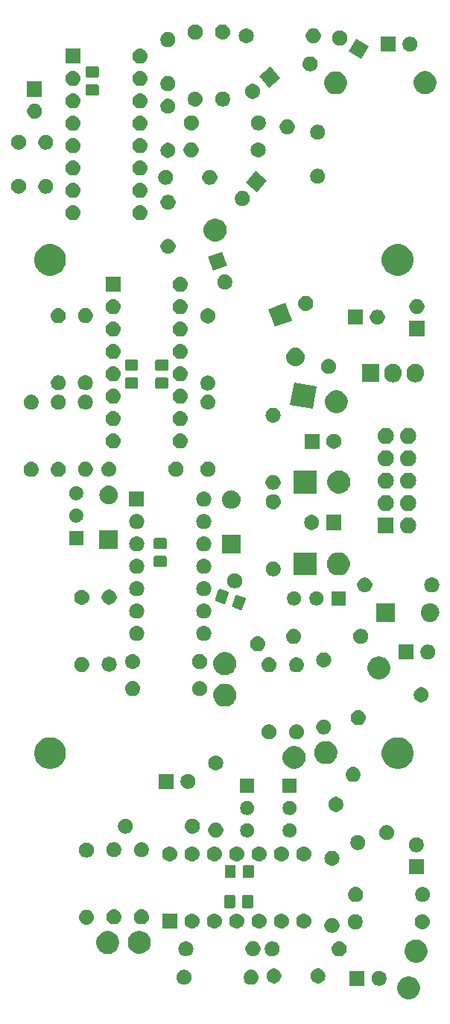
<source format=gbr>
G04 #@! TF.GenerationSoftware,KiCad,Pcbnew,(5.1.2-1)-1*
G04 #@! TF.CreationDate,2022-01-02T20:14:42-05:00*
G04 #@! TF.ProjectId,EchoFXXX_MFOS,4563686f-4658-4585-985f-4d464f532e6b,rev?*
G04 #@! TF.SameCoordinates,Original*
G04 #@! TF.FileFunction,Soldermask,Bot*
G04 #@! TF.FilePolarity,Negative*
%FSLAX46Y46*%
G04 Gerber Fmt 4.6, Leading zero omitted, Abs format (unit mm)*
G04 Created by KiCad (PCBNEW (5.1.2-1)-1) date 2022-01-02 20:14:42*
%MOMM*%
%LPD*%
G04 APERTURE LIST*
%ADD10C,0.100000*%
G04 APERTURE END LIST*
D10*
G36*
X58629393Y-120879304D02*
G01*
X58866101Y-120977352D01*
X58866103Y-120977353D01*
X59079135Y-121119696D01*
X59260304Y-121300865D01*
X59388337Y-121492481D01*
X59402648Y-121513899D01*
X59500696Y-121750607D01*
X59550680Y-122001893D01*
X59550680Y-122258107D01*
X59500696Y-122509393D01*
X59402648Y-122746101D01*
X59402647Y-122746103D01*
X59260304Y-122959135D01*
X59079135Y-123140304D01*
X58866103Y-123282647D01*
X58866102Y-123282648D01*
X58866101Y-123282648D01*
X58629393Y-123380696D01*
X58378107Y-123430680D01*
X58121893Y-123430680D01*
X57870607Y-123380696D01*
X57633899Y-123282648D01*
X57633898Y-123282648D01*
X57633897Y-123282647D01*
X57420865Y-123140304D01*
X57239696Y-122959135D01*
X57097353Y-122746103D01*
X57097352Y-122746101D01*
X56999304Y-122509393D01*
X56949320Y-122258107D01*
X56949320Y-122001893D01*
X56999304Y-121750607D01*
X57097352Y-121513899D01*
X57111663Y-121492481D01*
X57239696Y-121300865D01*
X57420865Y-121119696D01*
X57633897Y-120977353D01*
X57633899Y-120977352D01*
X57870607Y-120879304D01*
X58121893Y-120829320D01*
X58378107Y-120829320D01*
X58629393Y-120879304D01*
X58629393Y-120879304D01*
G37*
G36*
X55128228Y-120241703D02*
G01*
X55283100Y-120305853D01*
X55422481Y-120398985D01*
X55541015Y-120517519D01*
X55634147Y-120656900D01*
X55698297Y-120811772D01*
X55731000Y-120976184D01*
X55731000Y-121143816D01*
X55698297Y-121308228D01*
X55634147Y-121463100D01*
X55541015Y-121602481D01*
X55422481Y-121721015D01*
X55283100Y-121814147D01*
X55128228Y-121878297D01*
X54963816Y-121911000D01*
X54796184Y-121911000D01*
X54631772Y-121878297D01*
X54476900Y-121814147D01*
X54337519Y-121721015D01*
X54218985Y-121602481D01*
X54125853Y-121463100D01*
X54061703Y-121308228D01*
X54029000Y-121143816D01*
X54029000Y-120976184D01*
X54061703Y-120811772D01*
X54125853Y-120656900D01*
X54218985Y-120517519D01*
X54337519Y-120398985D01*
X54476900Y-120305853D01*
X54631772Y-120241703D01*
X54796184Y-120209000D01*
X54963816Y-120209000D01*
X55128228Y-120241703D01*
X55128228Y-120241703D01*
G37*
G36*
X53231000Y-121911000D02*
G01*
X51529000Y-121911000D01*
X51529000Y-120209000D01*
X53231000Y-120209000D01*
X53231000Y-121911000D01*
X53231000Y-121911000D01*
G37*
G36*
X40496823Y-120111313D02*
G01*
X40657242Y-120159976D01*
X40724361Y-120195852D01*
X40805078Y-120238996D01*
X40934659Y-120345341D01*
X41041004Y-120474922D01*
X41041005Y-120474924D01*
X41120024Y-120622758D01*
X41168687Y-120783177D01*
X41185117Y-120950000D01*
X41168687Y-121116823D01*
X41120024Y-121277242D01*
X41079477Y-121353100D01*
X41041004Y-121425078D01*
X40934659Y-121554659D01*
X40805078Y-121661004D01*
X40805076Y-121661005D01*
X40657242Y-121740024D01*
X40496823Y-121788687D01*
X40371804Y-121801000D01*
X40288196Y-121801000D01*
X40163177Y-121788687D01*
X40002758Y-121740024D01*
X39854924Y-121661005D01*
X39854922Y-121661004D01*
X39725341Y-121554659D01*
X39618996Y-121425078D01*
X39580523Y-121353100D01*
X39539976Y-121277242D01*
X39491313Y-121116823D01*
X39474883Y-120950000D01*
X39491313Y-120783177D01*
X39539976Y-120622758D01*
X39618995Y-120474924D01*
X39618996Y-120474922D01*
X39725341Y-120345341D01*
X39854922Y-120238996D01*
X39935639Y-120195852D01*
X40002758Y-120159976D01*
X40163177Y-120111313D01*
X40288196Y-120099000D01*
X40371804Y-120099000D01*
X40496823Y-120111313D01*
X40496823Y-120111313D01*
G37*
G36*
X32958228Y-120131703D02*
G01*
X33113100Y-120195853D01*
X33252481Y-120288985D01*
X33371015Y-120407519D01*
X33464147Y-120546900D01*
X33528297Y-120701772D01*
X33561000Y-120866184D01*
X33561000Y-121033816D01*
X33528297Y-121198228D01*
X33464147Y-121353100D01*
X33371015Y-121492481D01*
X33252481Y-121611015D01*
X33113100Y-121704147D01*
X32958228Y-121768297D01*
X32793816Y-121801000D01*
X32626184Y-121801000D01*
X32461772Y-121768297D01*
X32306900Y-121704147D01*
X32167519Y-121611015D01*
X32048985Y-121492481D01*
X31955853Y-121353100D01*
X31891703Y-121198228D01*
X31859000Y-121033816D01*
X31859000Y-120866184D01*
X31891703Y-120701772D01*
X31955853Y-120546900D01*
X32048985Y-120407519D01*
X32167519Y-120288985D01*
X32306900Y-120195853D01*
X32461772Y-120131703D01*
X32626184Y-120099000D01*
X32793816Y-120099000D01*
X32958228Y-120131703D01*
X32958228Y-120131703D01*
G37*
G36*
X48178228Y-119971703D02*
G01*
X48333100Y-120035853D01*
X48472481Y-120128985D01*
X48591015Y-120247519D01*
X48684147Y-120386900D01*
X48748297Y-120541772D01*
X48781000Y-120706184D01*
X48781000Y-120873816D01*
X48748297Y-121038228D01*
X48684147Y-121193100D01*
X48591015Y-121332481D01*
X48472481Y-121451015D01*
X48333100Y-121544147D01*
X48178228Y-121608297D01*
X48013816Y-121641000D01*
X47846184Y-121641000D01*
X47681772Y-121608297D01*
X47526900Y-121544147D01*
X47387519Y-121451015D01*
X47268985Y-121332481D01*
X47175853Y-121193100D01*
X47111703Y-121038228D01*
X47079000Y-120873816D01*
X47079000Y-120706184D01*
X47111703Y-120541772D01*
X47175853Y-120386900D01*
X47268985Y-120247519D01*
X47387519Y-120128985D01*
X47526900Y-120035853D01*
X47681772Y-119971703D01*
X47846184Y-119939000D01*
X48013816Y-119939000D01*
X48178228Y-119971703D01*
X48178228Y-119971703D01*
G37*
G36*
X43178228Y-119971703D02*
G01*
X43333100Y-120035853D01*
X43472481Y-120128985D01*
X43591015Y-120247519D01*
X43684147Y-120386900D01*
X43748297Y-120541772D01*
X43781000Y-120706184D01*
X43781000Y-120873816D01*
X43748297Y-121038228D01*
X43684147Y-121193100D01*
X43591015Y-121332481D01*
X43472481Y-121451015D01*
X43333100Y-121544147D01*
X43178228Y-121608297D01*
X43013816Y-121641000D01*
X42846184Y-121641000D01*
X42681772Y-121608297D01*
X42526900Y-121544147D01*
X42387519Y-121451015D01*
X42268985Y-121332481D01*
X42175853Y-121193100D01*
X42111703Y-121038228D01*
X42079000Y-120873816D01*
X42079000Y-120706184D01*
X42111703Y-120541772D01*
X42175853Y-120386900D01*
X42268985Y-120247519D01*
X42387519Y-120128985D01*
X42526900Y-120035853D01*
X42681772Y-119971703D01*
X42846184Y-119939000D01*
X43013816Y-119939000D01*
X43178228Y-119971703D01*
X43178228Y-119971703D01*
G37*
G36*
X59459393Y-116719304D02*
G01*
X59696101Y-116817352D01*
X59696103Y-116817353D01*
X59909135Y-116959696D01*
X60090304Y-117140865D01*
X60229638Y-117349394D01*
X60232648Y-117353899D01*
X60330696Y-117590607D01*
X60380680Y-117841893D01*
X60380680Y-118098107D01*
X60330696Y-118349393D01*
X60244003Y-118558687D01*
X60232647Y-118586103D01*
X60090304Y-118799135D01*
X59909135Y-118980304D01*
X59696103Y-119122647D01*
X59696102Y-119122648D01*
X59696101Y-119122648D01*
X59459393Y-119220696D01*
X59208107Y-119270680D01*
X58951893Y-119270680D01*
X58700607Y-119220696D01*
X58463899Y-119122648D01*
X58463898Y-119122648D01*
X58463897Y-119122647D01*
X58250865Y-118980304D01*
X58069696Y-118799135D01*
X57927353Y-118586103D01*
X57915997Y-118558687D01*
X57829304Y-118349393D01*
X57779320Y-118098107D01*
X57779320Y-117841893D01*
X57829304Y-117590607D01*
X57927352Y-117353899D01*
X57930362Y-117349394D01*
X58069696Y-117140865D01*
X58250865Y-116959696D01*
X58463897Y-116817353D01*
X58463899Y-116817352D01*
X58700607Y-116719304D01*
X58951893Y-116669320D01*
X59208107Y-116669320D01*
X59459393Y-116719304D01*
X59459393Y-116719304D01*
G37*
G36*
X50516823Y-116881313D02*
G01*
X50677242Y-116929976D01*
X50744361Y-116965852D01*
X50825078Y-117008996D01*
X50954659Y-117115341D01*
X51061004Y-117244922D01*
X51061005Y-117244924D01*
X51140024Y-117392758D01*
X51188687Y-117553177D01*
X51205117Y-117720000D01*
X51188687Y-117886823D01*
X51151229Y-118010304D01*
X51143058Y-118037242D01*
X51140024Y-118047242D01*
X51099477Y-118123100D01*
X51061004Y-118195078D01*
X50954659Y-118324659D01*
X50825078Y-118431004D01*
X50825076Y-118431005D01*
X50677242Y-118510024D01*
X50516823Y-118558687D01*
X50391804Y-118571000D01*
X50308196Y-118571000D01*
X50183177Y-118558687D01*
X50022758Y-118510024D01*
X49874924Y-118431005D01*
X49874922Y-118431004D01*
X49745341Y-118324659D01*
X49638996Y-118195078D01*
X49600523Y-118123100D01*
X49559976Y-118047242D01*
X49556943Y-118037242D01*
X49548771Y-118010304D01*
X49511313Y-117886823D01*
X49494883Y-117720000D01*
X49511313Y-117553177D01*
X49559976Y-117392758D01*
X49638995Y-117244924D01*
X49638996Y-117244922D01*
X49745341Y-117115341D01*
X49874922Y-117008996D01*
X49955639Y-116965852D01*
X50022758Y-116929976D01*
X50183177Y-116881313D01*
X50308196Y-116869000D01*
X50391804Y-116869000D01*
X50516823Y-116881313D01*
X50516823Y-116881313D01*
G37*
G36*
X42978228Y-116901703D02*
G01*
X43133100Y-116965853D01*
X43272481Y-117058985D01*
X43391015Y-117177519D01*
X43484147Y-117316900D01*
X43548297Y-117471772D01*
X43581000Y-117636184D01*
X43581000Y-117803816D01*
X43548297Y-117968228D01*
X43484147Y-118123100D01*
X43391015Y-118262481D01*
X43272481Y-118381015D01*
X43133100Y-118474147D01*
X42978228Y-118538297D01*
X42813816Y-118571000D01*
X42646184Y-118571000D01*
X42481772Y-118538297D01*
X42326900Y-118474147D01*
X42187519Y-118381015D01*
X42068985Y-118262481D01*
X41975853Y-118123100D01*
X41911703Y-117968228D01*
X41879000Y-117803816D01*
X41879000Y-117636184D01*
X41911703Y-117471772D01*
X41975853Y-117316900D01*
X42068985Y-117177519D01*
X42187519Y-117058985D01*
X42326900Y-116965853D01*
X42481772Y-116901703D01*
X42646184Y-116869000D01*
X42813816Y-116869000D01*
X42978228Y-116901703D01*
X42978228Y-116901703D01*
G37*
G36*
X33096823Y-116871313D02*
G01*
X33257242Y-116919976D01*
X33389906Y-116990886D01*
X33405078Y-116998996D01*
X33534659Y-117105341D01*
X33641004Y-117234922D01*
X33641005Y-117234924D01*
X33720024Y-117382758D01*
X33720025Y-117382761D01*
X33723058Y-117392761D01*
X33768687Y-117543177D01*
X33785117Y-117710000D01*
X33768687Y-117876823D01*
X33720024Y-118037242D01*
X33679477Y-118113100D01*
X33641004Y-118185078D01*
X33534659Y-118314659D01*
X33405078Y-118421004D01*
X33405076Y-118421005D01*
X33257242Y-118500024D01*
X33096823Y-118548687D01*
X32971804Y-118561000D01*
X32888196Y-118561000D01*
X32763177Y-118548687D01*
X32602758Y-118500024D01*
X32454924Y-118421005D01*
X32454922Y-118421004D01*
X32325341Y-118314659D01*
X32218996Y-118185078D01*
X32180523Y-118113100D01*
X32139976Y-118037242D01*
X32091313Y-117876823D01*
X32074883Y-117710000D01*
X32091313Y-117543177D01*
X32136942Y-117392761D01*
X32139975Y-117382761D01*
X32139976Y-117382758D01*
X32218995Y-117234924D01*
X32218996Y-117234922D01*
X32325341Y-117105341D01*
X32454922Y-116998996D01*
X32470094Y-116990886D01*
X32602758Y-116919976D01*
X32763177Y-116871313D01*
X32888196Y-116859000D01*
X32971804Y-116859000D01*
X33096823Y-116871313D01*
X33096823Y-116871313D01*
G37*
G36*
X40798228Y-116891703D02*
G01*
X40953100Y-116955853D01*
X41092481Y-117048985D01*
X41211015Y-117167519D01*
X41304147Y-117306900D01*
X41368297Y-117461772D01*
X41401000Y-117626184D01*
X41401000Y-117793816D01*
X41368297Y-117958228D01*
X41304147Y-118113100D01*
X41211015Y-118252481D01*
X41092481Y-118371015D01*
X40953100Y-118464147D01*
X40798228Y-118528297D01*
X40633816Y-118561000D01*
X40466184Y-118561000D01*
X40301772Y-118528297D01*
X40146900Y-118464147D01*
X40007519Y-118371015D01*
X39888985Y-118252481D01*
X39795853Y-118113100D01*
X39731703Y-117958228D01*
X39699000Y-117793816D01*
X39699000Y-117626184D01*
X39731703Y-117461772D01*
X39795853Y-117306900D01*
X39888985Y-117167519D01*
X40007519Y-117048985D01*
X40146900Y-116955853D01*
X40301772Y-116891703D01*
X40466184Y-116859000D01*
X40633816Y-116859000D01*
X40798228Y-116891703D01*
X40798228Y-116891703D01*
G37*
G36*
X24439393Y-115749304D02*
G01*
X24603677Y-115817353D01*
X24676103Y-115847353D01*
X24889135Y-115989696D01*
X25070304Y-116170865D01*
X25192603Y-116353899D01*
X25212648Y-116383899D01*
X25310696Y-116620607D01*
X25360680Y-116871893D01*
X25360680Y-117128107D01*
X25310696Y-117379393D01*
X25223208Y-117590606D01*
X25212647Y-117616103D01*
X25070304Y-117829135D01*
X24889135Y-118010304D01*
X24676103Y-118152647D01*
X24676102Y-118152648D01*
X24676101Y-118152648D01*
X24439393Y-118250696D01*
X24188107Y-118300680D01*
X23931893Y-118300680D01*
X23680607Y-118250696D01*
X23443899Y-118152648D01*
X23443898Y-118152648D01*
X23443897Y-118152647D01*
X23230865Y-118010304D01*
X23049696Y-117829135D01*
X22907353Y-117616103D01*
X22896792Y-117590606D01*
X22809304Y-117379393D01*
X22759320Y-117128107D01*
X22759320Y-116871893D01*
X22809304Y-116620607D01*
X22907352Y-116383899D01*
X22927397Y-116353899D01*
X23049696Y-116170865D01*
X23230865Y-115989696D01*
X23443897Y-115847353D01*
X23516323Y-115817353D01*
X23680607Y-115749304D01*
X23931893Y-115699320D01*
X24188107Y-115699320D01*
X24439393Y-115749304D01*
X24439393Y-115749304D01*
G37*
G36*
X28019393Y-115719304D02*
G01*
X28256101Y-115817352D01*
X28256103Y-115817353D01*
X28469135Y-115959696D01*
X28650304Y-116140865D01*
X28792647Y-116353897D01*
X28792648Y-116353899D01*
X28890696Y-116590607D01*
X28940680Y-116841893D01*
X28940680Y-117098107D01*
X28890696Y-117349393D01*
X28792648Y-117586101D01*
X28792647Y-117586103D01*
X28650304Y-117799135D01*
X28469135Y-117980304D01*
X28256103Y-118122647D01*
X28256102Y-118122648D01*
X28256101Y-118122648D01*
X28019393Y-118220696D01*
X27768107Y-118270680D01*
X27511893Y-118270680D01*
X27260607Y-118220696D01*
X27023899Y-118122648D01*
X27023898Y-118122648D01*
X27023897Y-118122647D01*
X26810865Y-117980304D01*
X26629696Y-117799135D01*
X26487353Y-117586103D01*
X26487352Y-117586101D01*
X26389304Y-117349393D01*
X26339320Y-117098107D01*
X26339320Y-116841893D01*
X26389304Y-116590607D01*
X26487352Y-116353899D01*
X26487353Y-116353897D01*
X26629696Y-116140865D01*
X26810865Y-115959696D01*
X27023897Y-115817353D01*
X27023899Y-115817352D01*
X27260607Y-115719304D01*
X27511893Y-115669320D01*
X27768107Y-115669320D01*
X28019393Y-115719304D01*
X28019393Y-115719304D01*
G37*
G36*
X49778228Y-114241703D02*
G01*
X49933100Y-114305853D01*
X50072481Y-114398985D01*
X50191015Y-114517519D01*
X50284147Y-114656900D01*
X50348297Y-114811772D01*
X50381000Y-114976184D01*
X50381000Y-115143816D01*
X50348297Y-115308228D01*
X50284147Y-115463100D01*
X50191015Y-115602481D01*
X50072481Y-115721015D01*
X49933100Y-115814147D01*
X49778228Y-115878297D01*
X49613816Y-115911000D01*
X49446184Y-115911000D01*
X49281772Y-115878297D01*
X49126900Y-115814147D01*
X48987519Y-115721015D01*
X48868985Y-115602481D01*
X48775853Y-115463100D01*
X48711703Y-115308228D01*
X48679000Y-115143816D01*
X48679000Y-114976184D01*
X48711703Y-114811772D01*
X48775853Y-114656900D01*
X48868985Y-114517519D01*
X48987519Y-114398985D01*
X49126900Y-114305853D01*
X49281772Y-114241703D01*
X49446184Y-114209000D01*
X49613816Y-114209000D01*
X49778228Y-114241703D01*
X49778228Y-114241703D01*
G37*
G36*
X59966823Y-113801313D02*
G01*
X60127242Y-113849976D01*
X60194361Y-113885852D01*
X60275078Y-113928996D01*
X60404659Y-114035341D01*
X60511004Y-114164922D01*
X60511005Y-114164924D01*
X60590024Y-114312758D01*
X60638687Y-114473177D01*
X60655117Y-114640000D01*
X60638687Y-114806823D01*
X60611259Y-114897239D01*
X60592620Y-114958686D01*
X60590024Y-114967242D01*
X60519114Y-115099906D01*
X60511004Y-115115078D01*
X60404659Y-115244659D01*
X60275078Y-115351004D01*
X60275076Y-115351005D01*
X60127242Y-115430024D01*
X59966823Y-115478687D01*
X59841804Y-115491000D01*
X59758196Y-115491000D01*
X59633177Y-115478687D01*
X59472758Y-115430024D01*
X59324924Y-115351005D01*
X59324922Y-115351004D01*
X59195341Y-115244659D01*
X59088996Y-115115078D01*
X59080886Y-115099906D01*
X59009976Y-114967242D01*
X59007381Y-114958686D01*
X58988741Y-114897239D01*
X58961313Y-114806823D01*
X58944883Y-114640000D01*
X58961313Y-114473177D01*
X59009976Y-114312758D01*
X59088995Y-114164924D01*
X59088996Y-114164922D01*
X59195341Y-114035341D01*
X59324922Y-113928996D01*
X59405639Y-113885852D01*
X59472758Y-113849976D01*
X59633177Y-113801313D01*
X59758196Y-113789000D01*
X59841804Y-113789000D01*
X59966823Y-113801313D01*
X59966823Y-113801313D01*
G37*
G36*
X52428228Y-113821703D02*
G01*
X52583100Y-113885853D01*
X52722481Y-113978985D01*
X52841015Y-114097519D01*
X52934147Y-114236900D01*
X52998297Y-114391772D01*
X53031000Y-114556184D01*
X53031000Y-114723816D01*
X52998297Y-114888228D01*
X52934147Y-115043100D01*
X52841015Y-115182481D01*
X52722481Y-115301015D01*
X52583100Y-115394147D01*
X52428228Y-115458297D01*
X52263816Y-115491000D01*
X52096184Y-115491000D01*
X51931772Y-115458297D01*
X51776900Y-115394147D01*
X51637519Y-115301015D01*
X51518985Y-115182481D01*
X51425853Y-115043100D01*
X51361703Y-114888228D01*
X51329000Y-114723816D01*
X51329000Y-114556184D01*
X51361703Y-114391772D01*
X51425853Y-114236900D01*
X51518985Y-114097519D01*
X51637519Y-113978985D01*
X51776900Y-113885853D01*
X51931772Y-113821703D01*
X52096184Y-113789000D01*
X52263816Y-113789000D01*
X52428228Y-113821703D01*
X52428228Y-113821703D01*
G37*
G36*
X46486823Y-113731313D02*
G01*
X46647242Y-113779976D01*
X46725311Y-113821705D01*
X46795078Y-113858996D01*
X46924659Y-113965341D01*
X47031004Y-114094922D01*
X47031005Y-114094924D01*
X47110024Y-114242758D01*
X47158687Y-114403177D01*
X47175117Y-114570000D01*
X47158687Y-114736823D01*
X47110024Y-114897242D01*
X47067828Y-114976185D01*
X47031004Y-115045078D01*
X46924659Y-115174659D01*
X46795078Y-115281004D01*
X46795076Y-115281005D01*
X46647242Y-115360024D01*
X46486823Y-115408687D01*
X46361804Y-115421000D01*
X46278196Y-115421000D01*
X46153177Y-115408687D01*
X45992758Y-115360024D01*
X45844924Y-115281005D01*
X45844922Y-115281004D01*
X45715341Y-115174659D01*
X45608996Y-115045078D01*
X45572172Y-114976185D01*
X45529976Y-114897242D01*
X45481313Y-114736823D01*
X45464883Y-114570000D01*
X45481313Y-114403177D01*
X45529976Y-114242758D01*
X45608995Y-114094924D01*
X45608996Y-114094922D01*
X45715341Y-113965341D01*
X45844922Y-113858996D01*
X45914689Y-113821705D01*
X45992758Y-113779976D01*
X46153177Y-113731313D01*
X46278196Y-113719000D01*
X46361804Y-113719000D01*
X46486823Y-113731313D01*
X46486823Y-113731313D01*
G37*
G36*
X43946823Y-113731313D02*
G01*
X44107242Y-113779976D01*
X44185311Y-113821705D01*
X44255078Y-113858996D01*
X44384659Y-113965341D01*
X44491004Y-114094922D01*
X44491005Y-114094924D01*
X44570024Y-114242758D01*
X44618687Y-114403177D01*
X44635117Y-114570000D01*
X44618687Y-114736823D01*
X44570024Y-114897242D01*
X44527828Y-114976185D01*
X44491004Y-115045078D01*
X44384659Y-115174659D01*
X44255078Y-115281004D01*
X44255076Y-115281005D01*
X44107242Y-115360024D01*
X43946823Y-115408687D01*
X43821804Y-115421000D01*
X43738196Y-115421000D01*
X43613177Y-115408687D01*
X43452758Y-115360024D01*
X43304924Y-115281005D01*
X43304922Y-115281004D01*
X43175341Y-115174659D01*
X43068996Y-115045078D01*
X43032172Y-114976185D01*
X42989976Y-114897242D01*
X42941313Y-114736823D01*
X42924883Y-114570000D01*
X42941313Y-114403177D01*
X42989976Y-114242758D01*
X43068995Y-114094924D01*
X43068996Y-114094922D01*
X43175341Y-113965341D01*
X43304922Y-113858996D01*
X43374689Y-113821705D01*
X43452758Y-113779976D01*
X43613177Y-113731313D01*
X43738196Y-113719000D01*
X43821804Y-113719000D01*
X43946823Y-113731313D01*
X43946823Y-113731313D01*
G37*
G36*
X41406823Y-113731313D02*
G01*
X41567242Y-113779976D01*
X41645311Y-113821705D01*
X41715078Y-113858996D01*
X41844659Y-113965341D01*
X41951004Y-114094922D01*
X41951005Y-114094924D01*
X42030024Y-114242758D01*
X42078687Y-114403177D01*
X42095117Y-114570000D01*
X42078687Y-114736823D01*
X42030024Y-114897242D01*
X41987828Y-114976185D01*
X41951004Y-115045078D01*
X41844659Y-115174659D01*
X41715078Y-115281004D01*
X41715076Y-115281005D01*
X41567242Y-115360024D01*
X41406823Y-115408687D01*
X41281804Y-115421000D01*
X41198196Y-115421000D01*
X41073177Y-115408687D01*
X40912758Y-115360024D01*
X40764924Y-115281005D01*
X40764922Y-115281004D01*
X40635341Y-115174659D01*
X40528996Y-115045078D01*
X40492172Y-114976185D01*
X40449976Y-114897242D01*
X40401313Y-114736823D01*
X40384883Y-114570000D01*
X40401313Y-114403177D01*
X40449976Y-114242758D01*
X40528995Y-114094924D01*
X40528996Y-114094922D01*
X40635341Y-113965341D01*
X40764922Y-113858996D01*
X40834689Y-113821705D01*
X40912758Y-113779976D01*
X41073177Y-113731313D01*
X41198196Y-113719000D01*
X41281804Y-113719000D01*
X41406823Y-113731313D01*
X41406823Y-113731313D01*
G37*
G36*
X38866823Y-113731313D02*
G01*
X39027242Y-113779976D01*
X39105311Y-113821705D01*
X39175078Y-113858996D01*
X39304659Y-113965341D01*
X39411004Y-114094922D01*
X39411005Y-114094924D01*
X39490024Y-114242758D01*
X39538687Y-114403177D01*
X39555117Y-114570000D01*
X39538687Y-114736823D01*
X39490024Y-114897242D01*
X39447828Y-114976185D01*
X39411004Y-115045078D01*
X39304659Y-115174659D01*
X39175078Y-115281004D01*
X39175076Y-115281005D01*
X39027242Y-115360024D01*
X38866823Y-115408687D01*
X38741804Y-115421000D01*
X38658196Y-115421000D01*
X38533177Y-115408687D01*
X38372758Y-115360024D01*
X38224924Y-115281005D01*
X38224922Y-115281004D01*
X38095341Y-115174659D01*
X37988996Y-115045078D01*
X37952172Y-114976185D01*
X37909976Y-114897242D01*
X37861313Y-114736823D01*
X37844883Y-114570000D01*
X37861313Y-114403177D01*
X37909976Y-114242758D01*
X37988995Y-114094924D01*
X37988996Y-114094922D01*
X38095341Y-113965341D01*
X38224922Y-113858996D01*
X38294689Y-113821705D01*
X38372758Y-113779976D01*
X38533177Y-113731313D01*
X38658196Y-113719000D01*
X38741804Y-113719000D01*
X38866823Y-113731313D01*
X38866823Y-113731313D01*
G37*
G36*
X36326823Y-113731313D02*
G01*
X36487242Y-113779976D01*
X36565311Y-113821705D01*
X36635078Y-113858996D01*
X36764659Y-113965341D01*
X36871004Y-114094922D01*
X36871005Y-114094924D01*
X36950024Y-114242758D01*
X36998687Y-114403177D01*
X37015117Y-114570000D01*
X36998687Y-114736823D01*
X36950024Y-114897242D01*
X36907828Y-114976185D01*
X36871004Y-115045078D01*
X36764659Y-115174659D01*
X36635078Y-115281004D01*
X36635076Y-115281005D01*
X36487242Y-115360024D01*
X36326823Y-115408687D01*
X36201804Y-115421000D01*
X36118196Y-115421000D01*
X35993177Y-115408687D01*
X35832758Y-115360024D01*
X35684924Y-115281005D01*
X35684922Y-115281004D01*
X35555341Y-115174659D01*
X35448996Y-115045078D01*
X35412172Y-114976185D01*
X35369976Y-114897242D01*
X35321313Y-114736823D01*
X35304883Y-114570000D01*
X35321313Y-114403177D01*
X35369976Y-114242758D01*
X35448995Y-114094924D01*
X35448996Y-114094922D01*
X35555341Y-113965341D01*
X35684922Y-113858996D01*
X35754689Y-113821705D01*
X35832758Y-113779976D01*
X35993177Y-113731313D01*
X36118196Y-113719000D01*
X36201804Y-113719000D01*
X36326823Y-113731313D01*
X36326823Y-113731313D01*
G37*
G36*
X33786823Y-113731313D02*
G01*
X33947242Y-113779976D01*
X34025311Y-113821705D01*
X34095078Y-113858996D01*
X34224659Y-113965341D01*
X34331004Y-114094922D01*
X34331005Y-114094924D01*
X34410024Y-114242758D01*
X34458687Y-114403177D01*
X34475117Y-114570000D01*
X34458687Y-114736823D01*
X34410024Y-114897242D01*
X34367828Y-114976185D01*
X34331004Y-115045078D01*
X34224659Y-115174659D01*
X34095078Y-115281004D01*
X34095076Y-115281005D01*
X33947242Y-115360024D01*
X33786823Y-115408687D01*
X33661804Y-115421000D01*
X33578196Y-115421000D01*
X33453177Y-115408687D01*
X33292758Y-115360024D01*
X33144924Y-115281005D01*
X33144922Y-115281004D01*
X33015341Y-115174659D01*
X32908996Y-115045078D01*
X32872172Y-114976185D01*
X32829976Y-114897242D01*
X32781313Y-114736823D01*
X32764883Y-114570000D01*
X32781313Y-114403177D01*
X32829976Y-114242758D01*
X32908995Y-114094924D01*
X32908996Y-114094922D01*
X33015341Y-113965341D01*
X33144922Y-113858996D01*
X33214689Y-113821705D01*
X33292758Y-113779976D01*
X33453177Y-113731313D01*
X33578196Y-113719000D01*
X33661804Y-113719000D01*
X33786823Y-113731313D01*
X33786823Y-113731313D01*
G37*
G36*
X31931000Y-115421000D02*
G01*
X30229000Y-115421000D01*
X30229000Y-113719000D01*
X31931000Y-113719000D01*
X31931000Y-115421000D01*
X31931000Y-115421000D01*
G37*
G36*
X21796823Y-113281313D02*
G01*
X21957242Y-113329976D01*
X22030241Y-113368995D01*
X22105078Y-113408996D01*
X22234659Y-113515341D01*
X22341004Y-113644922D01*
X22341005Y-113644924D01*
X22420024Y-113792758D01*
X22420025Y-113792761D01*
X22428804Y-113821703D01*
X22468687Y-113953177D01*
X22485117Y-114120000D01*
X22468687Y-114286823D01*
X22420024Y-114447242D01*
X22362385Y-114555076D01*
X22341004Y-114595078D01*
X22234659Y-114724659D01*
X22105078Y-114831004D01*
X22105076Y-114831005D01*
X21957242Y-114910024D01*
X21796823Y-114958687D01*
X21671804Y-114971000D01*
X21588196Y-114971000D01*
X21463177Y-114958687D01*
X21302758Y-114910024D01*
X21154924Y-114831005D01*
X21154922Y-114831004D01*
X21025341Y-114724659D01*
X20918996Y-114595078D01*
X20897615Y-114555076D01*
X20839976Y-114447242D01*
X20791313Y-114286823D01*
X20774883Y-114120000D01*
X20791313Y-113953177D01*
X20831196Y-113821703D01*
X20839975Y-113792761D01*
X20839976Y-113792758D01*
X20918995Y-113644924D01*
X20918996Y-113644922D01*
X21025341Y-113515341D01*
X21154922Y-113408996D01*
X21229759Y-113368995D01*
X21302758Y-113329976D01*
X21463177Y-113281313D01*
X21588196Y-113269000D01*
X21671804Y-113269000D01*
X21796823Y-113281313D01*
X21796823Y-113281313D01*
G37*
G36*
X28046823Y-113251313D02*
G01*
X28207242Y-113299976D01*
X28336367Y-113368995D01*
X28355078Y-113378996D01*
X28484659Y-113485341D01*
X28591004Y-113614922D01*
X28591005Y-113614924D01*
X28670024Y-113762758D01*
X28670025Y-113762761D01*
X28679083Y-113792620D01*
X28718687Y-113923177D01*
X28735117Y-114090000D01*
X28718687Y-114256823D01*
X28709586Y-114286825D01*
X28673058Y-114407242D01*
X28670024Y-114417242D01*
X28640127Y-114473175D01*
X28591004Y-114565078D01*
X28484659Y-114694659D01*
X28355078Y-114801004D01*
X28355076Y-114801005D01*
X28207242Y-114880024D01*
X28046823Y-114928687D01*
X27921804Y-114941000D01*
X27838196Y-114941000D01*
X27713177Y-114928687D01*
X27552758Y-114880024D01*
X27404924Y-114801005D01*
X27404922Y-114801004D01*
X27275341Y-114694659D01*
X27168996Y-114565078D01*
X27119873Y-114473175D01*
X27089976Y-114417242D01*
X27086943Y-114407242D01*
X27050414Y-114286825D01*
X27041313Y-114256823D01*
X27024883Y-114090000D01*
X27041313Y-113923177D01*
X27080917Y-113792620D01*
X27089975Y-113762761D01*
X27089976Y-113762758D01*
X27168995Y-113614924D01*
X27168996Y-113614922D01*
X27275341Y-113485341D01*
X27404922Y-113378996D01*
X27423633Y-113368995D01*
X27552758Y-113299976D01*
X27713177Y-113251313D01*
X27838196Y-113239000D01*
X27921804Y-113239000D01*
X28046823Y-113251313D01*
X28046823Y-113251313D01*
G37*
G36*
X24906823Y-113241313D02*
G01*
X25067242Y-113289976D01*
X25199906Y-113360886D01*
X25215078Y-113368996D01*
X25344659Y-113475341D01*
X25451004Y-113604922D01*
X25451005Y-113604924D01*
X25530024Y-113752758D01*
X25530025Y-113752761D01*
X25533058Y-113762761D01*
X25578687Y-113913177D01*
X25595117Y-114080000D01*
X25578687Y-114246823D01*
X25530024Y-114407242D01*
X25494782Y-114473175D01*
X25451004Y-114555078D01*
X25344659Y-114684659D01*
X25215078Y-114791004D01*
X25215076Y-114791005D01*
X25067242Y-114870024D01*
X24906823Y-114918687D01*
X24781804Y-114931000D01*
X24698196Y-114931000D01*
X24573177Y-114918687D01*
X24412758Y-114870024D01*
X24264924Y-114791005D01*
X24264922Y-114791004D01*
X24135341Y-114684659D01*
X24028996Y-114555078D01*
X23985218Y-114473175D01*
X23949976Y-114407242D01*
X23901313Y-114246823D01*
X23884883Y-114080000D01*
X23901313Y-113913177D01*
X23946942Y-113762761D01*
X23949975Y-113752761D01*
X23949976Y-113752758D01*
X24028995Y-113604924D01*
X24028996Y-113604922D01*
X24135341Y-113475341D01*
X24264922Y-113368996D01*
X24280094Y-113360886D01*
X24412758Y-113289976D01*
X24573177Y-113241313D01*
X24698196Y-113229000D01*
X24781804Y-113229000D01*
X24906823Y-113241313D01*
X24906823Y-113241313D01*
G37*
G36*
X38369148Y-111593454D02*
G01*
X38406728Y-111604854D01*
X38441364Y-111623367D01*
X38471720Y-111648280D01*
X38496633Y-111678636D01*
X38515146Y-111713272D01*
X38526546Y-111750852D01*
X38531000Y-111796075D01*
X38531000Y-112883925D01*
X38526546Y-112929148D01*
X38515146Y-112966728D01*
X38496633Y-113001364D01*
X38471720Y-113031720D01*
X38441364Y-113056633D01*
X38406728Y-113075146D01*
X38369148Y-113086546D01*
X38323925Y-113091000D01*
X37486075Y-113091000D01*
X37440852Y-113086546D01*
X37403272Y-113075146D01*
X37368636Y-113056633D01*
X37338280Y-113031720D01*
X37313367Y-113001364D01*
X37294854Y-112966728D01*
X37283454Y-112929148D01*
X37279000Y-112883925D01*
X37279000Y-111796075D01*
X37283454Y-111750852D01*
X37294854Y-111713272D01*
X37313367Y-111678636D01*
X37338280Y-111648280D01*
X37368636Y-111623367D01*
X37403272Y-111604854D01*
X37440852Y-111593454D01*
X37486075Y-111589000D01*
X38323925Y-111589000D01*
X38369148Y-111593454D01*
X38369148Y-111593454D01*
G37*
G36*
X40419148Y-111593454D02*
G01*
X40456728Y-111604854D01*
X40491364Y-111623367D01*
X40521720Y-111648280D01*
X40546633Y-111678636D01*
X40565146Y-111713272D01*
X40576546Y-111750852D01*
X40581000Y-111796075D01*
X40581000Y-112883925D01*
X40576546Y-112929148D01*
X40565146Y-112966728D01*
X40546633Y-113001364D01*
X40521720Y-113031720D01*
X40491364Y-113056633D01*
X40456728Y-113075146D01*
X40419148Y-113086546D01*
X40373925Y-113091000D01*
X39536075Y-113091000D01*
X39490852Y-113086546D01*
X39453272Y-113075146D01*
X39418636Y-113056633D01*
X39388280Y-113031720D01*
X39363367Y-113001364D01*
X39344854Y-112966728D01*
X39333454Y-112929148D01*
X39329000Y-112883925D01*
X39329000Y-111796075D01*
X39333454Y-111750852D01*
X39344854Y-111713272D01*
X39363367Y-111678636D01*
X39388280Y-111648280D01*
X39418636Y-111623367D01*
X39453272Y-111604854D01*
X39490852Y-111593454D01*
X39536075Y-111589000D01*
X40373925Y-111589000D01*
X40419148Y-111593454D01*
X40419148Y-111593454D01*
G37*
G36*
X60078228Y-110731703D02*
G01*
X60233100Y-110795853D01*
X60372481Y-110888985D01*
X60491015Y-111007519D01*
X60584147Y-111146900D01*
X60648297Y-111301772D01*
X60681000Y-111466184D01*
X60681000Y-111633816D01*
X60648297Y-111798228D01*
X60584147Y-111953100D01*
X60491015Y-112092481D01*
X60372481Y-112211015D01*
X60233100Y-112304147D01*
X60078228Y-112368297D01*
X59913816Y-112401000D01*
X59746184Y-112401000D01*
X59581772Y-112368297D01*
X59426900Y-112304147D01*
X59287519Y-112211015D01*
X59168985Y-112092481D01*
X59075853Y-111953100D01*
X59011703Y-111798228D01*
X58979000Y-111633816D01*
X58979000Y-111466184D01*
X59011703Y-111301772D01*
X59075853Y-111146900D01*
X59168985Y-111007519D01*
X59287519Y-110888985D01*
X59426900Y-110795853D01*
X59581772Y-110731703D01*
X59746184Y-110699000D01*
X59913816Y-110699000D01*
X60078228Y-110731703D01*
X60078228Y-110731703D01*
G37*
G36*
X52376823Y-110711313D02*
G01*
X52537242Y-110759976D01*
X52604361Y-110795852D01*
X52685078Y-110838996D01*
X52814659Y-110945341D01*
X52921004Y-111074922D01*
X52921005Y-111074924D01*
X53000024Y-111222758D01*
X53048687Y-111383177D01*
X53065117Y-111550000D01*
X53048687Y-111716823D01*
X53000024Y-111877242D01*
X52959477Y-111953100D01*
X52921004Y-112025078D01*
X52814659Y-112154659D01*
X52685078Y-112261004D01*
X52685076Y-112261005D01*
X52537242Y-112340024D01*
X52376823Y-112388687D01*
X52251804Y-112401000D01*
X52168196Y-112401000D01*
X52043177Y-112388687D01*
X51882758Y-112340024D01*
X51734924Y-112261005D01*
X51734922Y-112261004D01*
X51605341Y-112154659D01*
X51498996Y-112025078D01*
X51460523Y-111953100D01*
X51419976Y-111877242D01*
X51371313Y-111716823D01*
X51354883Y-111550000D01*
X51371313Y-111383177D01*
X51419976Y-111222758D01*
X51498995Y-111074924D01*
X51498996Y-111074922D01*
X51605341Y-110945341D01*
X51734922Y-110838996D01*
X51815639Y-110795852D01*
X51882758Y-110759976D01*
X52043177Y-110711313D01*
X52168196Y-110699000D01*
X52251804Y-110699000D01*
X52376823Y-110711313D01*
X52376823Y-110711313D01*
G37*
G36*
X40489148Y-108183454D02*
G01*
X40526728Y-108194854D01*
X40561364Y-108213367D01*
X40591720Y-108238280D01*
X40616633Y-108268636D01*
X40635146Y-108303272D01*
X40646546Y-108340852D01*
X40651000Y-108386075D01*
X40651000Y-109473925D01*
X40646546Y-109519148D01*
X40635146Y-109556728D01*
X40616633Y-109591364D01*
X40591720Y-109621720D01*
X40561364Y-109646633D01*
X40526728Y-109665146D01*
X40489148Y-109676546D01*
X40443925Y-109681000D01*
X39606075Y-109681000D01*
X39560852Y-109676546D01*
X39523272Y-109665146D01*
X39488636Y-109646633D01*
X39458280Y-109621720D01*
X39433367Y-109591364D01*
X39414854Y-109556728D01*
X39403454Y-109519148D01*
X39399000Y-109473925D01*
X39399000Y-108386075D01*
X39403454Y-108340852D01*
X39414854Y-108303272D01*
X39433367Y-108268636D01*
X39458280Y-108238280D01*
X39488636Y-108213367D01*
X39523272Y-108194854D01*
X39560852Y-108183454D01*
X39606075Y-108179000D01*
X40443925Y-108179000D01*
X40489148Y-108183454D01*
X40489148Y-108183454D01*
G37*
G36*
X38439148Y-108183454D02*
G01*
X38476728Y-108194854D01*
X38511364Y-108213367D01*
X38541720Y-108238280D01*
X38566633Y-108268636D01*
X38585146Y-108303272D01*
X38596546Y-108340852D01*
X38601000Y-108386075D01*
X38601000Y-109473925D01*
X38596546Y-109519148D01*
X38585146Y-109556728D01*
X38566633Y-109591364D01*
X38541720Y-109621720D01*
X38511364Y-109646633D01*
X38476728Y-109665146D01*
X38439148Y-109676546D01*
X38393925Y-109681000D01*
X37556075Y-109681000D01*
X37510852Y-109676546D01*
X37473272Y-109665146D01*
X37438636Y-109646633D01*
X37408280Y-109621720D01*
X37383367Y-109591364D01*
X37364854Y-109556728D01*
X37353454Y-109519148D01*
X37349000Y-109473925D01*
X37349000Y-108386075D01*
X37353454Y-108340852D01*
X37364854Y-108303272D01*
X37383367Y-108268636D01*
X37408280Y-108238280D01*
X37438636Y-108213367D01*
X37473272Y-108194854D01*
X37510852Y-108183454D01*
X37556075Y-108179000D01*
X38393925Y-108179000D01*
X38439148Y-108183454D01*
X38439148Y-108183454D01*
G37*
G36*
X59971000Y-109251000D02*
G01*
X58269000Y-109251000D01*
X58269000Y-107549000D01*
X59971000Y-107549000D01*
X59971000Y-109251000D01*
X59971000Y-109251000D01*
G37*
G36*
X49696823Y-106601313D02*
G01*
X49857242Y-106649976D01*
X49984932Y-106718228D01*
X50005078Y-106728996D01*
X50134659Y-106835341D01*
X50241004Y-106964922D01*
X50241005Y-106964924D01*
X50320024Y-107112758D01*
X50368687Y-107273177D01*
X50385117Y-107440000D01*
X50368687Y-107606823D01*
X50320024Y-107767242D01*
X50308561Y-107788687D01*
X50241004Y-107915078D01*
X50134659Y-108044659D01*
X50005078Y-108151004D01*
X50005076Y-108151005D01*
X49857242Y-108230024D01*
X49696823Y-108278687D01*
X49571804Y-108291000D01*
X49488196Y-108291000D01*
X49363177Y-108278687D01*
X49202758Y-108230024D01*
X49054924Y-108151005D01*
X49054922Y-108151004D01*
X48925341Y-108044659D01*
X48818996Y-107915078D01*
X48751439Y-107788687D01*
X48739976Y-107767242D01*
X48691313Y-107606823D01*
X48674883Y-107440000D01*
X48691313Y-107273177D01*
X48739976Y-107112758D01*
X48818995Y-106964924D01*
X48818996Y-106964922D01*
X48925341Y-106835341D01*
X49054922Y-106728996D01*
X49075068Y-106718228D01*
X49202758Y-106649976D01*
X49363177Y-106601313D01*
X49488196Y-106589000D01*
X49571804Y-106589000D01*
X49696823Y-106601313D01*
X49696823Y-106601313D01*
G37*
G36*
X31246823Y-106111313D02*
G01*
X31407242Y-106159976D01*
X31504145Y-106211772D01*
X31555078Y-106238996D01*
X31684659Y-106345341D01*
X31791004Y-106474922D01*
X31791005Y-106474924D01*
X31870024Y-106622758D01*
X31918687Y-106783177D01*
X31935117Y-106950000D01*
X31918687Y-107116823D01*
X31870024Y-107277242D01*
X31830599Y-107351000D01*
X31791004Y-107425078D01*
X31684659Y-107554659D01*
X31555078Y-107661004D01*
X31555076Y-107661005D01*
X31407242Y-107740024D01*
X31246823Y-107788687D01*
X31121804Y-107801000D01*
X31038196Y-107801000D01*
X30913177Y-107788687D01*
X30752758Y-107740024D01*
X30604924Y-107661005D01*
X30604922Y-107661004D01*
X30475341Y-107554659D01*
X30368996Y-107425078D01*
X30329401Y-107351000D01*
X30289976Y-107277242D01*
X30241313Y-107116823D01*
X30224883Y-106950000D01*
X30241313Y-106783177D01*
X30289976Y-106622758D01*
X30368995Y-106474924D01*
X30368996Y-106474922D01*
X30475341Y-106345341D01*
X30604922Y-106238996D01*
X30655855Y-106211772D01*
X30752758Y-106159976D01*
X30913177Y-106111313D01*
X31038196Y-106099000D01*
X31121804Y-106099000D01*
X31246823Y-106111313D01*
X31246823Y-106111313D01*
G37*
G36*
X46486823Y-106111313D02*
G01*
X46647242Y-106159976D01*
X46744145Y-106211772D01*
X46795078Y-106238996D01*
X46924659Y-106345341D01*
X47031004Y-106474922D01*
X47031005Y-106474924D01*
X47110024Y-106622758D01*
X47158687Y-106783177D01*
X47175117Y-106950000D01*
X47158687Y-107116823D01*
X47110024Y-107277242D01*
X47070599Y-107351000D01*
X47031004Y-107425078D01*
X46924659Y-107554659D01*
X46795078Y-107661004D01*
X46795076Y-107661005D01*
X46647242Y-107740024D01*
X46486823Y-107788687D01*
X46361804Y-107801000D01*
X46278196Y-107801000D01*
X46153177Y-107788687D01*
X45992758Y-107740024D01*
X45844924Y-107661005D01*
X45844922Y-107661004D01*
X45715341Y-107554659D01*
X45608996Y-107425078D01*
X45569401Y-107351000D01*
X45529976Y-107277242D01*
X45481313Y-107116823D01*
X45464883Y-106950000D01*
X45481313Y-106783177D01*
X45529976Y-106622758D01*
X45608995Y-106474924D01*
X45608996Y-106474922D01*
X45715341Y-106345341D01*
X45844922Y-106238996D01*
X45895855Y-106211772D01*
X45992758Y-106159976D01*
X46153177Y-106111313D01*
X46278196Y-106099000D01*
X46361804Y-106099000D01*
X46486823Y-106111313D01*
X46486823Y-106111313D01*
G37*
G36*
X33786823Y-106111313D02*
G01*
X33947242Y-106159976D01*
X34044145Y-106211772D01*
X34095078Y-106238996D01*
X34224659Y-106345341D01*
X34331004Y-106474922D01*
X34331005Y-106474924D01*
X34410024Y-106622758D01*
X34458687Y-106783177D01*
X34475117Y-106950000D01*
X34458687Y-107116823D01*
X34410024Y-107277242D01*
X34370599Y-107351000D01*
X34331004Y-107425078D01*
X34224659Y-107554659D01*
X34095078Y-107661004D01*
X34095076Y-107661005D01*
X33947242Y-107740024D01*
X33786823Y-107788687D01*
X33661804Y-107801000D01*
X33578196Y-107801000D01*
X33453177Y-107788687D01*
X33292758Y-107740024D01*
X33144924Y-107661005D01*
X33144922Y-107661004D01*
X33015341Y-107554659D01*
X32908996Y-107425078D01*
X32869401Y-107351000D01*
X32829976Y-107277242D01*
X32781313Y-107116823D01*
X32764883Y-106950000D01*
X32781313Y-106783177D01*
X32829976Y-106622758D01*
X32908995Y-106474924D01*
X32908996Y-106474922D01*
X33015341Y-106345341D01*
X33144922Y-106238996D01*
X33195855Y-106211772D01*
X33292758Y-106159976D01*
X33453177Y-106111313D01*
X33578196Y-106099000D01*
X33661804Y-106099000D01*
X33786823Y-106111313D01*
X33786823Y-106111313D01*
G37*
G36*
X43946823Y-106111313D02*
G01*
X44107242Y-106159976D01*
X44204145Y-106211772D01*
X44255078Y-106238996D01*
X44384659Y-106345341D01*
X44491004Y-106474922D01*
X44491005Y-106474924D01*
X44570024Y-106622758D01*
X44618687Y-106783177D01*
X44635117Y-106950000D01*
X44618687Y-107116823D01*
X44570024Y-107277242D01*
X44530599Y-107351000D01*
X44491004Y-107425078D01*
X44384659Y-107554659D01*
X44255078Y-107661004D01*
X44255076Y-107661005D01*
X44107242Y-107740024D01*
X43946823Y-107788687D01*
X43821804Y-107801000D01*
X43738196Y-107801000D01*
X43613177Y-107788687D01*
X43452758Y-107740024D01*
X43304924Y-107661005D01*
X43304922Y-107661004D01*
X43175341Y-107554659D01*
X43068996Y-107425078D01*
X43029401Y-107351000D01*
X42989976Y-107277242D01*
X42941313Y-107116823D01*
X42924883Y-106950000D01*
X42941313Y-106783177D01*
X42989976Y-106622758D01*
X43068995Y-106474924D01*
X43068996Y-106474922D01*
X43175341Y-106345341D01*
X43304922Y-106238996D01*
X43355855Y-106211772D01*
X43452758Y-106159976D01*
X43613177Y-106111313D01*
X43738196Y-106099000D01*
X43821804Y-106099000D01*
X43946823Y-106111313D01*
X43946823Y-106111313D01*
G37*
G36*
X36326823Y-106111313D02*
G01*
X36487242Y-106159976D01*
X36584145Y-106211772D01*
X36635078Y-106238996D01*
X36764659Y-106345341D01*
X36871004Y-106474922D01*
X36871005Y-106474924D01*
X36950024Y-106622758D01*
X36998687Y-106783177D01*
X37015117Y-106950000D01*
X36998687Y-107116823D01*
X36950024Y-107277242D01*
X36910599Y-107351000D01*
X36871004Y-107425078D01*
X36764659Y-107554659D01*
X36635078Y-107661004D01*
X36635076Y-107661005D01*
X36487242Y-107740024D01*
X36326823Y-107788687D01*
X36201804Y-107801000D01*
X36118196Y-107801000D01*
X35993177Y-107788687D01*
X35832758Y-107740024D01*
X35684924Y-107661005D01*
X35684922Y-107661004D01*
X35555341Y-107554659D01*
X35448996Y-107425078D01*
X35409401Y-107351000D01*
X35369976Y-107277242D01*
X35321313Y-107116823D01*
X35304883Y-106950000D01*
X35321313Y-106783177D01*
X35369976Y-106622758D01*
X35448995Y-106474924D01*
X35448996Y-106474922D01*
X35555341Y-106345341D01*
X35684922Y-106238996D01*
X35735855Y-106211772D01*
X35832758Y-106159976D01*
X35993177Y-106111313D01*
X36118196Y-106099000D01*
X36201804Y-106099000D01*
X36326823Y-106111313D01*
X36326823Y-106111313D01*
G37*
G36*
X41406823Y-106111313D02*
G01*
X41567242Y-106159976D01*
X41664145Y-106211772D01*
X41715078Y-106238996D01*
X41844659Y-106345341D01*
X41951004Y-106474922D01*
X41951005Y-106474924D01*
X42030024Y-106622758D01*
X42078687Y-106783177D01*
X42095117Y-106950000D01*
X42078687Y-107116823D01*
X42030024Y-107277242D01*
X41990599Y-107351000D01*
X41951004Y-107425078D01*
X41844659Y-107554659D01*
X41715078Y-107661004D01*
X41715076Y-107661005D01*
X41567242Y-107740024D01*
X41406823Y-107788687D01*
X41281804Y-107801000D01*
X41198196Y-107801000D01*
X41073177Y-107788687D01*
X40912758Y-107740024D01*
X40764924Y-107661005D01*
X40764922Y-107661004D01*
X40635341Y-107554659D01*
X40528996Y-107425078D01*
X40489401Y-107351000D01*
X40449976Y-107277242D01*
X40401313Y-107116823D01*
X40384883Y-106950000D01*
X40401313Y-106783177D01*
X40449976Y-106622758D01*
X40528995Y-106474924D01*
X40528996Y-106474922D01*
X40635341Y-106345341D01*
X40764922Y-106238996D01*
X40815855Y-106211772D01*
X40912758Y-106159976D01*
X41073177Y-106111313D01*
X41198196Y-106099000D01*
X41281804Y-106099000D01*
X41406823Y-106111313D01*
X41406823Y-106111313D01*
G37*
G36*
X38866823Y-106111313D02*
G01*
X39027242Y-106159976D01*
X39124145Y-106211772D01*
X39175078Y-106238996D01*
X39304659Y-106345341D01*
X39411004Y-106474922D01*
X39411005Y-106474924D01*
X39490024Y-106622758D01*
X39538687Y-106783177D01*
X39555117Y-106950000D01*
X39538687Y-107116823D01*
X39490024Y-107277242D01*
X39450599Y-107351000D01*
X39411004Y-107425078D01*
X39304659Y-107554659D01*
X39175078Y-107661004D01*
X39175076Y-107661005D01*
X39027242Y-107740024D01*
X38866823Y-107788687D01*
X38741804Y-107801000D01*
X38658196Y-107801000D01*
X38533177Y-107788687D01*
X38372758Y-107740024D01*
X38224924Y-107661005D01*
X38224922Y-107661004D01*
X38095341Y-107554659D01*
X37988996Y-107425078D01*
X37949401Y-107351000D01*
X37909976Y-107277242D01*
X37861313Y-107116823D01*
X37844883Y-106950000D01*
X37861313Y-106783177D01*
X37909976Y-106622758D01*
X37988995Y-106474924D01*
X37988996Y-106474922D01*
X38095341Y-106345341D01*
X38224922Y-106238996D01*
X38275855Y-106211772D01*
X38372758Y-106159976D01*
X38533177Y-106111313D01*
X38658196Y-106099000D01*
X38741804Y-106099000D01*
X38866823Y-106111313D01*
X38866823Y-106111313D01*
G37*
G36*
X21878228Y-105681703D02*
G01*
X22033100Y-105745853D01*
X22172481Y-105838985D01*
X22291015Y-105957519D01*
X22384147Y-106096900D01*
X22448297Y-106251772D01*
X22481000Y-106416184D01*
X22481000Y-106583816D01*
X22448297Y-106748228D01*
X22384147Y-106903100D01*
X22291015Y-107042481D01*
X22172481Y-107161015D01*
X22033100Y-107254147D01*
X21878228Y-107318297D01*
X21713816Y-107351000D01*
X21546184Y-107351000D01*
X21381772Y-107318297D01*
X21226900Y-107254147D01*
X21087519Y-107161015D01*
X20968985Y-107042481D01*
X20875853Y-106903100D01*
X20811703Y-106748228D01*
X20779000Y-106583816D01*
X20779000Y-106416184D01*
X20811703Y-106251772D01*
X20875853Y-106096900D01*
X20968985Y-105957519D01*
X21087519Y-105838985D01*
X21226900Y-105745853D01*
X21381772Y-105681703D01*
X21546184Y-105649000D01*
X21713816Y-105649000D01*
X21878228Y-105681703D01*
X21878228Y-105681703D01*
G37*
G36*
X28128228Y-105651703D02*
G01*
X28283100Y-105715853D01*
X28422481Y-105808985D01*
X28541015Y-105927519D01*
X28634147Y-106066900D01*
X28698297Y-106221772D01*
X28731000Y-106386184D01*
X28731000Y-106553816D01*
X28698297Y-106718228D01*
X28634147Y-106873100D01*
X28541015Y-107012481D01*
X28422481Y-107131015D01*
X28283100Y-107224147D01*
X28128228Y-107288297D01*
X27963816Y-107321000D01*
X27796184Y-107321000D01*
X27631772Y-107288297D01*
X27476900Y-107224147D01*
X27337519Y-107131015D01*
X27218985Y-107012481D01*
X27125853Y-106873100D01*
X27061703Y-106718228D01*
X27029000Y-106553816D01*
X27029000Y-106386184D01*
X27061703Y-106221772D01*
X27125853Y-106066900D01*
X27218985Y-105927519D01*
X27337519Y-105808985D01*
X27476900Y-105715853D01*
X27631772Y-105651703D01*
X27796184Y-105619000D01*
X27963816Y-105619000D01*
X28128228Y-105651703D01*
X28128228Y-105651703D01*
G37*
G36*
X24988228Y-105641703D02*
G01*
X25143100Y-105705853D01*
X25282481Y-105798985D01*
X25401015Y-105917519D01*
X25494147Y-106056900D01*
X25558297Y-106211772D01*
X25591000Y-106376184D01*
X25591000Y-106543816D01*
X25558297Y-106708228D01*
X25494147Y-106863100D01*
X25401015Y-107002481D01*
X25282481Y-107121015D01*
X25143100Y-107214147D01*
X24988228Y-107278297D01*
X24823816Y-107311000D01*
X24656184Y-107311000D01*
X24491772Y-107278297D01*
X24336900Y-107214147D01*
X24197519Y-107121015D01*
X24078985Y-107002481D01*
X23985853Y-106863100D01*
X23921703Y-106708228D01*
X23889000Y-106543816D01*
X23889000Y-106376184D01*
X23921703Y-106211772D01*
X23985853Y-106056900D01*
X24078985Y-105917519D01*
X24197519Y-105798985D01*
X24336900Y-105705853D01*
X24491772Y-105641703D01*
X24656184Y-105609000D01*
X24823816Y-105609000D01*
X24988228Y-105641703D01*
X24988228Y-105641703D01*
G37*
G36*
X59368228Y-105081703D02*
G01*
X59523100Y-105145853D01*
X59662481Y-105238985D01*
X59781015Y-105357519D01*
X59874147Y-105496900D01*
X59938297Y-105651772D01*
X59971000Y-105816184D01*
X59971000Y-105983816D01*
X59938297Y-106148228D01*
X59874147Y-106303100D01*
X59781015Y-106442481D01*
X59662481Y-106561015D01*
X59523100Y-106654147D01*
X59368228Y-106718297D01*
X59203816Y-106751000D01*
X59036184Y-106751000D01*
X58871772Y-106718297D01*
X58716900Y-106654147D01*
X58577519Y-106561015D01*
X58458985Y-106442481D01*
X58365853Y-106303100D01*
X58301703Y-106148228D01*
X58269000Y-105983816D01*
X58269000Y-105816184D01*
X58301703Y-105651772D01*
X58365853Y-105496900D01*
X58458985Y-105357519D01*
X58577519Y-105238985D01*
X58716900Y-105145853D01*
X58871772Y-105081703D01*
X59036184Y-105049000D01*
X59203816Y-105049000D01*
X59368228Y-105081703D01*
X59368228Y-105081703D01*
G37*
G36*
X52718228Y-104831703D02*
G01*
X52873100Y-104895853D01*
X53012481Y-104988985D01*
X53131015Y-105107519D01*
X53224147Y-105246900D01*
X53288297Y-105401772D01*
X53321000Y-105566184D01*
X53321000Y-105733816D01*
X53288297Y-105898228D01*
X53224147Y-106053100D01*
X53131015Y-106192481D01*
X53012481Y-106311015D01*
X52873100Y-106404147D01*
X52718228Y-106468297D01*
X52553816Y-106501000D01*
X52386184Y-106501000D01*
X52221772Y-106468297D01*
X52066900Y-106404147D01*
X51927519Y-106311015D01*
X51808985Y-106192481D01*
X51715853Y-106053100D01*
X51651703Y-105898228D01*
X51619000Y-105733816D01*
X51619000Y-105566184D01*
X51651703Y-105401772D01*
X51715853Y-105246900D01*
X51808985Y-105107519D01*
X51927519Y-104988985D01*
X52066900Y-104895853D01*
X52221772Y-104831703D01*
X52386184Y-104799000D01*
X52553816Y-104799000D01*
X52718228Y-104831703D01*
X52718228Y-104831703D01*
G37*
G36*
X55998228Y-103701703D02*
G01*
X56153100Y-103765853D01*
X56292481Y-103858985D01*
X56411015Y-103977519D01*
X56504147Y-104116900D01*
X56568297Y-104271772D01*
X56601000Y-104436184D01*
X56601000Y-104603816D01*
X56568297Y-104768228D01*
X56504147Y-104923100D01*
X56411015Y-105062481D01*
X56292481Y-105181015D01*
X56153100Y-105274147D01*
X55998228Y-105338297D01*
X55833816Y-105371000D01*
X55666184Y-105371000D01*
X55501772Y-105338297D01*
X55346900Y-105274147D01*
X55207519Y-105181015D01*
X55088985Y-105062481D01*
X54995853Y-104923100D01*
X54931703Y-104768228D01*
X54899000Y-104603816D01*
X54899000Y-104436184D01*
X54931703Y-104271772D01*
X54995853Y-104116900D01*
X55088985Y-103977519D01*
X55207519Y-103858985D01*
X55346900Y-103765853D01*
X55501772Y-103701703D01*
X55666184Y-103669000D01*
X55833816Y-103669000D01*
X55998228Y-103701703D01*
X55998228Y-103701703D01*
G37*
G36*
X36568228Y-103411703D02*
G01*
X36723100Y-103475853D01*
X36862481Y-103568985D01*
X36981015Y-103687519D01*
X37074147Y-103826900D01*
X37138297Y-103981772D01*
X37171000Y-104146184D01*
X37171000Y-104313816D01*
X37138297Y-104478228D01*
X37074147Y-104633100D01*
X36981015Y-104772481D01*
X36862481Y-104891015D01*
X36723100Y-104984147D01*
X36568228Y-105048297D01*
X36403816Y-105081000D01*
X36236184Y-105081000D01*
X36071772Y-105048297D01*
X35916900Y-104984147D01*
X35777519Y-104891015D01*
X35658985Y-104772481D01*
X35565853Y-104633100D01*
X35501703Y-104478228D01*
X35469000Y-104313816D01*
X35469000Y-104146184D01*
X35501703Y-103981772D01*
X35565853Y-103826900D01*
X35658985Y-103687519D01*
X35777519Y-103568985D01*
X35916900Y-103475853D01*
X36071772Y-103411703D01*
X36236184Y-103379000D01*
X36403816Y-103379000D01*
X36568228Y-103411703D01*
X36568228Y-103411703D01*
G37*
G36*
X44958640Y-103494782D02*
G01*
X45104412Y-103555163D01*
X45104414Y-103555164D01*
X45235606Y-103642823D01*
X45347176Y-103754393D01*
X45431494Y-103880585D01*
X45434836Y-103885587D01*
X45495217Y-104031359D01*
X45525998Y-104186108D01*
X45525998Y-104343894D01*
X45495217Y-104498643D01*
X45439524Y-104633097D01*
X45434835Y-104644417D01*
X45347176Y-104775609D01*
X45235606Y-104887179D01*
X45104414Y-104974838D01*
X45104413Y-104974839D01*
X45104412Y-104974839D01*
X44958640Y-105035220D01*
X44803891Y-105066001D01*
X44646105Y-105066001D01*
X44491356Y-105035220D01*
X44345584Y-104974839D01*
X44345583Y-104974839D01*
X44345582Y-104974838D01*
X44214390Y-104887179D01*
X44102820Y-104775609D01*
X44015161Y-104644417D01*
X44010472Y-104633097D01*
X43954779Y-104498643D01*
X43923998Y-104343894D01*
X43923998Y-104186108D01*
X43954779Y-104031359D01*
X44015160Y-103885587D01*
X44018502Y-103880585D01*
X44102820Y-103754393D01*
X44214390Y-103642823D01*
X44345582Y-103555164D01*
X44345584Y-103555163D01*
X44491356Y-103494782D01*
X44646105Y-103464001D01*
X44803891Y-103464001D01*
X44958640Y-103494782D01*
X44958640Y-103494782D01*
G37*
G36*
X40123642Y-103489780D02*
G01*
X40269414Y-103550161D01*
X40269416Y-103550162D01*
X40400608Y-103637821D01*
X40512178Y-103749391D01*
X40599837Y-103880583D01*
X40599838Y-103880585D01*
X40660219Y-104026357D01*
X40691000Y-104181106D01*
X40691000Y-104338892D01*
X40660219Y-104493641D01*
X40616869Y-104598297D01*
X40599837Y-104639415D01*
X40512178Y-104770607D01*
X40400608Y-104882177D01*
X40269416Y-104969836D01*
X40269415Y-104969837D01*
X40269414Y-104969837D01*
X40123642Y-105030218D01*
X39968893Y-105060999D01*
X39811107Y-105060999D01*
X39656358Y-105030218D01*
X39510586Y-104969837D01*
X39510585Y-104969837D01*
X39510584Y-104969836D01*
X39379392Y-104882177D01*
X39267822Y-104770607D01*
X39180163Y-104639415D01*
X39163131Y-104598297D01*
X39119781Y-104493641D01*
X39089000Y-104338892D01*
X39089000Y-104181106D01*
X39119781Y-104026357D01*
X39180162Y-103880585D01*
X39180163Y-103880583D01*
X39267822Y-103749391D01*
X39379392Y-103637821D01*
X39510584Y-103550162D01*
X39510586Y-103550161D01*
X39656358Y-103489780D01*
X39811107Y-103458999D01*
X39968893Y-103458999D01*
X40123642Y-103489780D01*
X40123642Y-103489780D01*
G37*
G36*
X26308228Y-102961703D02*
G01*
X26463100Y-103025853D01*
X26602481Y-103118985D01*
X26721015Y-103237519D01*
X26814147Y-103376900D01*
X26878297Y-103531772D01*
X26911000Y-103696184D01*
X26911000Y-103863816D01*
X26878297Y-104028228D01*
X26814147Y-104183100D01*
X26721015Y-104322481D01*
X26602481Y-104441015D01*
X26463100Y-104534147D01*
X26308228Y-104598297D01*
X26143816Y-104631000D01*
X25976184Y-104631000D01*
X25811772Y-104598297D01*
X25656900Y-104534147D01*
X25517519Y-104441015D01*
X25398985Y-104322481D01*
X25305853Y-104183100D01*
X25241703Y-104028228D01*
X25209000Y-103863816D01*
X25209000Y-103696184D01*
X25241703Y-103531772D01*
X25305853Y-103376900D01*
X25398985Y-103237519D01*
X25517519Y-103118985D01*
X25656900Y-103025853D01*
X25811772Y-102961703D01*
X25976184Y-102929000D01*
X26143816Y-102929000D01*
X26308228Y-102961703D01*
X26308228Y-102961703D01*
G37*
G36*
X33846823Y-102941313D02*
G01*
X34007242Y-102989976D01*
X34074361Y-103025852D01*
X34155078Y-103068996D01*
X34284659Y-103175341D01*
X34391004Y-103304922D01*
X34391005Y-103304924D01*
X34470024Y-103452758D01*
X34518687Y-103613177D01*
X34535117Y-103780000D01*
X34518687Y-103946823D01*
X34470024Y-104107242D01*
X34399114Y-104239906D01*
X34391004Y-104255078D01*
X34284659Y-104384659D01*
X34155078Y-104491004D01*
X34155076Y-104491005D01*
X34007242Y-104570024D01*
X33846823Y-104618687D01*
X33721804Y-104631000D01*
X33638196Y-104631000D01*
X33513177Y-104618687D01*
X33352758Y-104570024D01*
X33204924Y-104491005D01*
X33204922Y-104491004D01*
X33075341Y-104384659D01*
X32968996Y-104255078D01*
X32960886Y-104239906D01*
X32889976Y-104107242D01*
X32841313Y-103946823D01*
X32824883Y-103780000D01*
X32841313Y-103613177D01*
X32889976Y-103452758D01*
X32968995Y-103304924D01*
X32968996Y-103304922D01*
X33075341Y-103175341D01*
X33204922Y-103068996D01*
X33285639Y-103025852D01*
X33352758Y-102989976D01*
X33513177Y-102941313D01*
X33638196Y-102929000D01*
X33721804Y-102929000D01*
X33846823Y-102941313D01*
X33846823Y-102941313D01*
G37*
G36*
X44958640Y-100954782D02*
G01*
X45104412Y-101015163D01*
X45104414Y-101015164D01*
X45235606Y-101102823D01*
X45347176Y-101214393D01*
X45431494Y-101340585D01*
X45434836Y-101345587D01*
X45495217Y-101491359D01*
X45525998Y-101646108D01*
X45525998Y-101803894D01*
X45495217Y-101958643D01*
X45436908Y-102099413D01*
X45434835Y-102104417D01*
X45347176Y-102235609D01*
X45235606Y-102347179D01*
X45104414Y-102434838D01*
X45104413Y-102434839D01*
X45104412Y-102434839D01*
X44958640Y-102495220D01*
X44803891Y-102526001D01*
X44646105Y-102526001D01*
X44491356Y-102495220D01*
X44345584Y-102434839D01*
X44345583Y-102434839D01*
X44345582Y-102434838D01*
X44214390Y-102347179D01*
X44102820Y-102235609D01*
X44015161Y-102104417D01*
X44013088Y-102099413D01*
X43954779Y-101958643D01*
X43923998Y-101803894D01*
X43923998Y-101646108D01*
X43954779Y-101491359D01*
X44015160Y-101345587D01*
X44018502Y-101340585D01*
X44102820Y-101214393D01*
X44214390Y-101102823D01*
X44345582Y-101015164D01*
X44345584Y-101015163D01*
X44491356Y-100954782D01*
X44646105Y-100924001D01*
X44803891Y-100924001D01*
X44958640Y-100954782D01*
X44958640Y-100954782D01*
G37*
G36*
X40123642Y-100949780D02*
G01*
X40269414Y-101010161D01*
X40269416Y-101010162D01*
X40400608Y-101097821D01*
X40512178Y-101209391D01*
X40529996Y-101236058D01*
X40599838Y-101340585D01*
X40660219Y-101486357D01*
X40691000Y-101641106D01*
X40691000Y-101798892D01*
X40660219Y-101953641D01*
X40610356Y-102074020D01*
X40599837Y-102099415D01*
X40512178Y-102230607D01*
X40400608Y-102342177D01*
X40269416Y-102429836D01*
X40269415Y-102429837D01*
X40269414Y-102429837D01*
X40123642Y-102490218D01*
X39968893Y-102520999D01*
X39811107Y-102520999D01*
X39656358Y-102490218D01*
X39510586Y-102429837D01*
X39510585Y-102429837D01*
X39510584Y-102429836D01*
X39379392Y-102342177D01*
X39267822Y-102230607D01*
X39180163Y-102099415D01*
X39169644Y-102074020D01*
X39119781Y-101953641D01*
X39089000Y-101798892D01*
X39089000Y-101641106D01*
X39119781Y-101486357D01*
X39180162Y-101340585D01*
X39250004Y-101236058D01*
X39267822Y-101209391D01*
X39379392Y-101097821D01*
X39510584Y-101010162D01*
X39510586Y-101010161D01*
X39656358Y-100949780D01*
X39811107Y-100918999D01*
X39968893Y-100918999D01*
X40123642Y-100949780D01*
X40123642Y-100949780D01*
G37*
G36*
X50218228Y-100501576D02*
G01*
X50373100Y-100565726D01*
X50512481Y-100658858D01*
X50631015Y-100777392D01*
X50724147Y-100916773D01*
X50788297Y-101071645D01*
X50821000Y-101236057D01*
X50821000Y-101403689D01*
X50788297Y-101568101D01*
X50724147Y-101722973D01*
X50631015Y-101862354D01*
X50512481Y-101980888D01*
X50373100Y-102074020D01*
X50218228Y-102138170D01*
X50053816Y-102170873D01*
X49886184Y-102170873D01*
X49721772Y-102138170D01*
X49566900Y-102074020D01*
X49427519Y-101980888D01*
X49308985Y-101862354D01*
X49215853Y-101722973D01*
X49151703Y-101568101D01*
X49119000Y-101403689D01*
X49119000Y-101236057D01*
X49151703Y-101071645D01*
X49215853Y-100916773D01*
X49308985Y-100777392D01*
X49427519Y-100658858D01*
X49566900Y-100565726D01*
X49721772Y-100501576D01*
X49886184Y-100468873D01*
X50053816Y-100468873D01*
X50218228Y-100501576D01*
X50218228Y-100501576D01*
G37*
G36*
X45525998Y-99986001D02*
G01*
X43923998Y-99986001D01*
X43923998Y-98384001D01*
X45525998Y-98384001D01*
X45525998Y-99986001D01*
X45525998Y-99986001D01*
G37*
G36*
X40691000Y-99980999D02*
G01*
X39089000Y-99980999D01*
X39089000Y-98378999D01*
X40691000Y-98378999D01*
X40691000Y-99980999D01*
X40691000Y-99980999D01*
G37*
G36*
X31521000Y-99551000D02*
G01*
X29819000Y-99551000D01*
X29819000Y-97849000D01*
X31521000Y-97849000D01*
X31521000Y-99551000D01*
X31521000Y-99551000D01*
G37*
G36*
X33418228Y-97881703D02*
G01*
X33573100Y-97945853D01*
X33712481Y-98038985D01*
X33831015Y-98157519D01*
X33924147Y-98296900D01*
X33988297Y-98451772D01*
X34021000Y-98616184D01*
X34021000Y-98783816D01*
X33988297Y-98948228D01*
X33924147Y-99103100D01*
X33831015Y-99242481D01*
X33712481Y-99361015D01*
X33573100Y-99454147D01*
X33418228Y-99518297D01*
X33253816Y-99551000D01*
X33086184Y-99551000D01*
X32921772Y-99518297D01*
X32766900Y-99454147D01*
X32627519Y-99361015D01*
X32508985Y-99242481D01*
X32415853Y-99103100D01*
X32351703Y-98948228D01*
X32319000Y-98783816D01*
X32319000Y-98616184D01*
X32351703Y-98451772D01*
X32415853Y-98296900D01*
X32508985Y-98157519D01*
X32627519Y-98038985D01*
X32766900Y-97945853D01*
X32921772Y-97881703D01*
X33086184Y-97849000D01*
X33253816Y-97849000D01*
X33418228Y-97881703D01*
X33418228Y-97881703D01*
G37*
G36*
X52106823Y-97082199D02*
G01*
X52267242Y-97130862D01*
X52399906Y-97201772D01*
X52415078Y-97209882D01*
X52544659Y-97316227D01*
X52651004Y-97445808D01*
X52651005Y-97445810D01*
X52730024Y-97593644D01*
X52778687Y-97754063D01*
X52795117Y-97920886D01*
X52778687Y-98087709D01*
X52730024Y-98248128D01*
X52703953Y-98296903D01*
X52651004Y-98395964D01*
X52544659Y-98525545D01*
X52415078Y-98631890D01*
X52415076Y-98631891D01*
X52267242Y-98710910D01*
X52106823Y-98759573D01*
X51981804Y-98771886D01*
X51898196Y-98771886D01*
X51773177Y-98759573D01*
X51612758Y-98710910D01*
X51464924Y-98631891D01*
X51464922Y-98631890D01*
X51335341Y-98525545D01*
X51228996Y-98395964D01*
X51176047Y-98296903D01*
X51149976Y-98248128D01*
X51101313Y-98087709D01*
X51084883Y-97920886D01*
X51101313Y-97754063D01*
X51149976Y-97593644D01*
X51228995Y-97445810D01*
X51228996Y-97445808D01*
X51335341Y-97316227D01*
X51464922Y-97209882D01*
X51480094Y-97201772D01*
X51612758Y-97130862D01*
X51773177Y-97082199D01*
X51898196Y-97069886D01*
X51981804Y-97069886D01*
X52106823Y-97082199D01*
X52106823Y-97082199D01*
G37*
G36*
X36486823Y-95771313D02*
G01*
X36647242Y-95819976D01*
X36706954Y-95851893D01*
X36795078Y-95898996D01*
X36924659Y-96005341D01*
X37031004Y-96134922D01*
X37031005Y-96134924D01*
X37110024Y-96282758D01*
X37158687Y-96443177D01*
X37175117Y-96610000D01*
X37158687Y-96776823D01*
X37110024Y-96937242D01*
X37039124Y-97069886D01*
X37031004Y-97085078D01*
X36924659Y-97214659D01*
X36795078Y-97321004D01*
X36795076Y-97321005D01*
X36647242Y-97400024D01*
X36486823Y-97448687D01*
X36361804Y-97461000D01*
X36278196Y-97461000D01*
X36153177Y-97448687D01*
X35992758Y-97400024D01*
X35844924Y-97321005D01*
X35844922Y-97321004D01*
X35715341Y-97214659D01*
X35608996Y-97085078D01*
X35600876Y-97069886D01*
X35529976Y-96937242D01*
X35481313Y-96776823D01*
X35464883Y-96610000D01*
X35481313Y-96443177D01*
X35529976Y-96282758D01*
X35608995Y-96134924D01*
X35608996Y-96134922D01*
X35715341Y-96005341D01*
X35844922Y-95898996D01*
X35933046Y-95851893D01*
X35992758Y-95819976D01*
X36153177Y-95771313D01*
X36278196Y-95759000D01*
X36361804Y-95759000D01*
X36486823Y-95771313D01*
X36486823Y-95771313D01*
G37*
G36*
X18025331Y-93768211D02*
G01*
X18353092Y-93903974D01*
X18648070Y-94101072D01*
X18898928Y-94351930D01*
X19096026Y-94646908D01*
X19231789Y-94974669D01*
X19301000Y-95322616D01*
X19301000Y-95677384D01*
X19231789Y-96025331D01*
X19096026Y-96353092D01*
X18898928Y-96648070D01*
X18648070Y-96898928D01*
X18353092Y-97096026D01*
X18025331Y-97231789D01*
X17677384Y-97301000D01*
X17322616Y-97301000D01*
X16974669Y-97231789D01*
X16646908Y-97096026D01*
X16351930Y-96898928D01*
X16101072Y-96648070D01*
X15903974Y-96353092D01*
X15768211Y-96025331D01*
X15699000Y-95677384D01*
X15699000Y-95322616D01*
X15768211Y-94974669D01*
X15903974Y-94646908D01*
X16101072Y-94351930D01*
X16351930Y-94101072D01*
X16646908Y-93903974D01*
X16974669Y-93768211D01*
X17322616Y-93699000D01*
X17677384Y-93699000D01*
X18025331Y-93768211D01*
X18025331Y-93768211D01*
G37*
G36*
X57525331Y-93768211D02*
G01*
X57853092Y-93903974D01*
X58148070Y-94101072D01*
X58398928Y-94351930D01*
X58596026Y-94646908D01*
X58731789Y-94974669D01*
X58801000Y-95322616D01*
X58801000Y-95677384D01*
X58731789Y-96025331D01*
X58596026Y-96353092D01*
X58398928Y-96648070D01*
X58148070Y-96898928D01*
X57853092Y-97096026D01*
X57525331Y-97231789D01*
X57177384Y-97301000D01*
X56822616Y-97301000D01*
X56474669Y-97231789D01*
X56146908Y-97096026D01*
X55851930Y-96898928D01*
X55601072Y-96648070D01*
X55403974Y-96353092D01*
X55268211Y-96025331D01*
X55199000Y-95677384D01*
X55199000Y-95322616D01*
X55268211Y-94974669D01*
X55403974Y-94646908D01*
X55601072Y-94351930D01*
X55851930Y-94101072D01*
X56146908Y-93903974D01*
X56474669Y-93768211D01*
X56822616Y-93699000D01*
X57177384Y-93699000D01*
X57525331Y-93768211D01*
X57525331Y-93768211D01*
G37*
G36*
X45619393Y-94729304D02*
G01*
X45856101Y-94827352D01*
X45856103Y-94827353D01*
X46069135Y-94969696D01*
X46250304Y-95150865D01*
X46392647Y-95363897D01*
X46392648Y-95363899D01*
X46490696Y-95600607D01*
X46540680Y-95851893D01*
X46540680Y-96108107D01*
X46490696Y-96359393D01*
X46457181Y-96440304D01*
X46392647Y-96596103D01*
X46250304Y-96809135D01*
X46069135Y-96990304D01*
X45856103Y-97132647D01*
X45856102Y-97132648D01*
X45856101Y-97132648D01*
X45619393Y-97230696D01*
X45368107Y-97280680D01*
X45111893Y-97280680D01*
X44860607Y-97230696D01*
X44623899Y-97132648D01*
X44623898Y-97132648D01*
X44623897Y-97132647D01*
X44410865Y-96990304D01*
X44229696Y-96809135D01*
X44087353Y-96596103D01*
X44022819Y-96440304D01*
X43989304Y-96359393D01*
X43939320Y-96108107D01*
X43939320Y-95851893D01*
X43989304Y-95600607D01*
X44087352Y-95363899D01*
X44087353Y-95363897D01*
X44229696Y-95150865D01*
X44410865Y-94969696D01*
X44623897Y-94827353D01*
X44623899Y-94827352D01*
X44860607Y-94729304D01*
X45111893Y-94679320D01*
X45368107Y-94679320D01*
X45619393Y-94729304D01*
X45619393Y-94729304D01*
G37*
G36*
X49209393Y-94179304D02*
G01*
X49446101Y-94277352D01*
X49446103Y-94277353D01*
X49659135Y-94419696D01*
X49840304Y-94600865D01*
X49982647Y-94813897D01*
X49982648Y-94813899D01*
X50080696Y-95050607D01*
X50130680Y-95301893D01*
X50130680Y-95558107D01*
X50080696Y-95809393D01*
X50043581Y-95898996D01*
X49982647Y-96046103D01*
X49840304Y-96259135D01*
X49659135Y-96440304D01*
X49446103Y-96582647D01*
X49446102Y-96582648D01*
X49446101Y-96582648D01*
X49209393Y-96680696D01*
X48958107Y-96730680D01*
X48701893Y-96730680D01*
X48450607Y-96680696D01*
X48213899Y-96582648D01*
X48213898Y-96582648D01*
X48213897Y-96582647D01*
X48000865Y-96440304D01*
X47819696Y-96259135D01*
X47677353Y-96046103D01*
X47616419Y-95898996D01*
X47579304Y-95809393D01*
X47529320Y-95558107D01*
X47529320Y-95301893D01*
X47579304Y-95050607D01*
X47677352Y-94813899D01*
X47677353Y-94813897D01*
X47819696Y-94600865D01*
X48000865Y-94419696D01*
X48213897Y-94277353D01*
X48213899Y-94277352D01*
X48450607Y-94179304D01*
X48701893Y-94129320D01*
X48958107Y-94129320D01*
X49209393Y-94179304D01*
X49209393Y-94179304D01*
G37*
G36*
X45744120Y-92274936D02*
G01*
X45898992Y-92339086D01*
X46038373Y-92432218D01*
X46156907Y-92550752D01*
X46250039Y-92690133D01*
X46314189Y-92845005D01*
X46346892Y-93009417D01*
X46346892Y-93177049D01*
X46314189Y-93341461D01*
X46250039Y-93496333D01*
X46156907Y-93635714D01*
X46038373Y-93754248D01*
X45898992Y-93847380D01*
X45744120Y-93911530D01*
X45579708Y-93944233D01*
X45412076Y-93944233D01*
X45247664Y-93911530D01*
X45092792Y-93847380D01*
X44953411Y-93754248D01*
X44834877Y-93635714D01*
X44741745Y-93496333D01*
X44677595Y-93341461D01*
X44644892Y-93177049D01*
X44644892Y-93009417D01*
X44677595Y-92845005D01*
X44741745Y-92690133D01*
X44834877Y-92550752D01*
X44953411Y-92432218D01*
X45092792Y-92339086D01*
X45247664Y-92274936D01*
X45412076Y-92242233D01*
X45579708Y-92242233D01*
X45744120Y-92274936D01*
X45744120Y-92274936D01*
G37*
G36*
X42628228Y-92271703D02*
G01*
X42783100Y-92335853D01*
X42922481Y-92428985D01*
X43041015Y-92547519D01*
X43134147Y-92686900D01*
X43198297Y-92841772D01*
X43231000Y-93006184D01*
X43231000Y-93173816D01*
X43198297Y-93338228D01*
X43134147Y-93493100D01*
X43041015Y-93632481D01*
X42922481Y-93751015D01*
X42783100Y-93844147D01*
X42628228Y-93908297D01*
X42463816Y-93941000D01*
X42296184Y-93941000D01*
X42131772Y-93908297D01*
X41976900Y-93844147D01*
X41837519Y-93751015D01*
X41718985Y-93632481D01*
X41625853Y-93493100D01*
X41561703Y-93338228D01*
X41529000Y-93173816D01*
X41529000Y-93006184D01*
X41561703Y-92841772D01*
X41625853Y-92686900D01*
X41718985Y-92547519D01*
X41837519Y-92428985D01*
X41976900Y-92335853D01*
X42131772Y-92271703D01*
X42296184Y-92239000D01*
X42463816Y-92239000D01*
X42628228Y-92271703D01*
X42628228Y-92271703D01*
G37*
G36*
X48838228Y-91711703D02*
G01*
X48993100Y-91775853D01*
X49132481Y-91868985D01*
X49251015Y-91987519D01*
X49344147Y-92126900D01*
X49408297Y-92281772D01*
X49441000Y-92446184D01*
X49441000Y-92613816D01*
X49408297Y-92778228D01*
X49344147Y-92933100D01*
X49251015Y-93072481D01*
X49132481Y-93191015D01*
X48993100Y-93284147D01*
X48838228Y-93348297D01*
X48673816Y-93381000D01*
X48506184Y-93381000D01*
X48341772Y-93348297D01*
X48186900Y-93284147D01*
X48047519Y-93191015D01*
X47928985Y-93072481D01*
X47835853Y-92933100D01*
X47771703Y-92778228D01*
X47739000Y-92613816D01*
X47739000Y-92446184D01*
X47771703Y-92281772D01*
X47835853Y-92126900D01*
X47928985Y-91987519D01*
X48047519Y-91868985D01*
X48186900Y-91775853D01*
X48341772Y-91711703D01*
X48506184Y-91679000D01*
X48673816Y-91679000D01*
X48838228Y-91711703D01*
X48838228Y-91711703D01*
G37*
G36*
X52686365Y-90637506D02*
G01*
X52846784Y-90686169D01*
X52979448Y-90757079D01*
X52994620Y-90765189D01*
X53124201Y-90871534D01*
X53230546Y-91001115D01*
X53230547Y-91001117D01*
X53309566Y-91148951D01*
X53358229Y-91309370D01*
X53374659Y-91476193D01*
X53358229Y-91643016D01*
X53309566Y-91803435D01*
X53238656Y-91936099D01*
X53230546Y-91951271D01*
X53124201Y-92080852D01*
X52994620Y-92187197D01*
X52994618Y-92187198D01*
X52846784Y-92266217D01*
X52686365Y-92314880D01*
X52561346Y-92327193D01*
X52477738Y-92327193D01*
X52352719Y-92314880D01*
X52192300Y-92266217D01*
X52044466Y-92187198D01*
X52044464Y-92187197D01*
X51914883Y-92080852D01*
X51808538Y-91951271D01*
X51800428Y-91936099D01*
X51729518Y-91803435D01*
X51680855Y-91643016D01*
X51664425Y-91476193D01*
X51680855Y-91309370D01*
X51729518Y-91148951D01*
X51808537Y-91001117D01*
X51808538Y-91001115D01*
X51914883Y-90871534D01*
X52044464Y-90765189D01*
X52059636Y-90757079D01*
X52192300Y-90686169D01*
X52352719Y-90637506D01*
X52477738Y-90625193D01*
X52561346Y-90625193D01*
X52686365Y-90637506D01*
X52686365Y-90637506D01*
G37*
G36*
X37739393Y-87659304D02*
G01*
X37976101Y-87757352D01*
X37976103Y-87757353D01*
X38189135Y-87899696D01*
X38370304Y-88080865D01*
X38512647Y-88293897D01*
X38512648Y-88293899D01*
X38610696Y-88530607D01*
X38660680Y-88781893D01*
X38660680Y-89038107D01*
X38610696Y-89289393D01*
X38559711Y-89412481D01*
X38512647Y-89526103D01*
X38370304Y-89739135D01*
X38189135Y-89920304D01*
X37976103Y-90062647D01*
X37976102Y-90062648D01*
X37976101Y-90062648D01*
X37739393Y-90160696D01*
X37488107Y-90210680D01*
X37231893Y-90210680D01*
X36980607Y-90160696D01*
X36743899Y-90062648D01*
X36743898Y-90062648D01*
X36743897Y-90062647D01*
X36530865Y-89920304D01*
X36349696Y-89739135D01*
X36207353Y-89526103D01*
X36160289Y-89412481D01*
X36109304Y-89289393D01*
X36059320Y-89038107D01*
X36059320Y-88781893D01*
X36109304Y-88530607D01*
X36207352Y-88293899D01*
X36207353Y-88293897D01*
X36349696Y-88080865D01*
X36530865Y-87899696D01*
X36743897Y-87757353D01*
X36743899Y-87757352D01*
X36980607Y-87659304D01*
X37231893Y-87609320D01*
X37488107Y-87609320D01*
X37739393Y-87659304D01*
X37739393Y-87659304D01*
G37*
G36*
X59928228Y-88051703D02*
G01*
X60083100Y-88115853D01*
X60222481Y-88208985D01*
X60341015Y-88327519D01*
X60434147Y-88466900D01*
X60498297Y-88621772D01*
X60531000Y-88786184D01*
X60531000Y-88953816D01*
X60498297Y-89118228D01*
X60434147Y-89273100D01*
X60341015Y-89412481D01*
X60222481Y-89531015D01*
X60083100Y-89624147D01*
X59928228Y-89688297D01*
X59763816Y-89721000D01*
X59596184Y-89721000D01*
X59431772Y-89688297D01*
X59276900Y-89624147D01*
X59137519Y-89531015D01*
X59018985Y-89412481D01*
X58925853Y-89273100D01*
X58861703Y-89118228D01*
X58829000Y-88953816D01*
X58829000Y-88786184D01*
X58861703Y-88621772D01*
X58925853Y-88466900D01*
X59018985Y-88327519D01*
X59137519Y-88208985D01*
X59276900Y-88115853D01*
X59431772Y-88051703D01*
X59596184Y-88019000D01*
X59763816Y-88019000D01*
X59928228Y-88051703D01*
X59928228Y-88051703D01*
G37*
G36*
X34738228Y-87361703D02*
G01*
X34893100Y-87425853D01*
X35032481Y-87518985D01*
X35151015Y-87637519D01*
X35244147Y-87776900D01*
X35308297Y-87931772D01*
X35341000Y-88096184D01*
X35341000Y-88263816D01*
X35308297Y-88428228D01*
X35244147Y-88583100D01*
X35151015Y-88722481D01*
X35032481Y-88841015D01*
X34893100Y-88934147D01*
X34738228Y-88998297D01*
X34573816Y-89031000D01*
X34406184Y-89031000D01*
X34241772Y-88998297D01*
X34086900Y-88934147D01*
X33947519Y-88841015D01*
X33828985Y-88722481D01*
X33735853Y-88583100D01*
X33671703Y-88428228D01*
X33639000Y-88263816D01*
X33639000Y-88096184D01*
X33671703Y-87931772D01*
X33735853Y-87776900D01*
X33828985Y-87637519D01*
X33947519Y-87518985D01*
X34086900Y-87425853D01*
X34241772Y-87361703D01*
X34406184Y-87329000D01*
X34573816Y-87329000D01*
X34738228Y-87361703D01*
X34738228Y-87361703D01*
G37*
G36*
X27036823Y-87341313D02*
G01*
X27197242Y-87389976D01*
X27264361Y-87425852D01*
X27345078Y-87468996D01*
X27474659Y-87575341D01*
X27581004Y-87704922D01*
X27581005Y-87704924D01*
X27660024Y-87852758D01*
X27708687Y-88013177D01*
X27725117Y-88180000D01*
X27708687Y-88346823D01*
X27660024Y-88507242D01*
X27619477Y-88583100D01*
X27581004Y-88655078D01*
X27474659Y-88784659D01*
X27345078Y-88891004D01*
X27345076Y-88891005D01*
X27197242Y-88970024D01*
X27036823Y-89018687D01*
X26911804Y-89031000D01*
X26828196Y-89031000D01*
X26703177Y-89018687D01*
X26542758Y-88970024D01*
X26394924Y-88891005D01*
X26394922Y-88891004D01*
X26265341Y-88784659D01*
X26158996Y-88655078D01*
X26120523Y-88583100D01*
X26079976Y-88507242D01*
X26031313Y-88346823D01*
X26014883Y-88180000D01*
X26031313Y-88013177D01*
X26079976Y-87852758D01*
X26158995Y-87704924D01*
X26158996Y-87704922D01*
X26265341Y-87575341D01*
X26394922Y-87468996D01*
X26475639Y-87425852D01*
X26542758Y-87389976D01*
X26703177Y-87341313D01*
X26828196Y-87329000D01*
X26911804Y-87329000D01*
X27036823Y-87341313D01*
X27036823Y-87341313D01*
G37*
G36*
X55259393Y-84559304D02*
G01*
X55496101Y-84657352D01*
X55496103Y-84657353D01*
X55709135Y-84799696D01*
X55890304Y-84980865D01*
X55954422Y-85076825D01*
X56032648Y-85193899D01*
X56130696Y-85430607D01*
X56180680Y-85681893D01*
X56180680Y-85938107D01*
X56130696Y-86189393D01*
X56079944Y-86311919D01*
X56032647Y-86426103D01*
X55890304Y-86639135D01*
X55709135Y-86820304D01*
X55496103Y-86962647D01*
X55496102Y-86962648D01*
X55496101Y-86962648D01*
X55259393Y-87060696D01*
X55008107Y-87110680D01*
X54751893Y-87110680D01*
X54500607Y-87060696D01*
X54263899Y-86962648D01*
X54263898Y-86962648D01*
X54263897Y-86962647D01*
X54050865Y-86820304D01*
X53869696Y-86639135D01*
X53727353Y-86426103D01*
X53680056Y-86311919D01*
X53629304Y-86189393D01*
X53579320Y-85938107D01*
X53579320Y-85681893D01*
X53629304Y-85430607D01*
X53727352Y-85193899D01*
X53805578Y-85076825D01*
X53869696Y-84980865D01*
X54050865Y-84799696D01*
X54263897Y-84657353D01*
X54263899Y-84657352D01*
X54500607Y-84559304D01*
X54751893Y-84509320D01*
X55008107Y-84509320D01*
X55259393Y-84559304D01*
X55259393Y-84559304D01*
G37*
G36*
X37739393Y-84089304D02*
G01*
X37976101Y-84187352D01*
X37976103Y-84187353D01*
X38189135Y-84329696D01*
X38370304Y-84510865D01*
X38489326Y-84688995D01*
X38512648Y-84723899D01*
X38610696Y-84960607D01*
X38660680Y-85211893D01*
X38660680Y-85468107D01*
X38610696Y-85719393D01*
X38515875Y-85948311D01*
X38512647Y-85956103D01*
X38370304Y-86169135D01*
X38189135Y-86350304D01*
X37976103Y-86492647D01*
X37976102Y-86492648D01*
X37976101Y-86492648D01*
X37739393Y-86590696D01*
X37488107Y-86640680D01*
X37231893Y-86640680D01*
X36980607Y-86590696D01*
X36743899Y-86492648D01*
X36743898Y-86492648D01*
X36743897Y-86492647D01*
X36530865Y-86350304D01*
X36349696Y-86169135D01*
X36207353Y-85956103D01*
X36204125Y-85948311D01*
X36109304Y-85719393D01*
X36059320Y-85468107D01*
X36059320Y-85211893D01*
X36109304Y-84960607D01*
X36207352Y-84723899D01*
X36230674Y-84688995D01*
X36349696Y-84510865D01*
X36530865Y-84329696D01*
X36743897Y-84187353D01*
X36743899Y-84187352D01*
X36980607Y-84089304D01*
X37231893Y-84039320D01*
X37488107Y-84039320D01*
X37739393Y-84089304D01*
X37739393Y-84089304D01*
G37*
G36*
X45662715Y-84634546D02*
G01*
X45793272Y-84674150D01*
X45815902Y-84681015D01*
X45823134Y-84683209D01*
X45935322Y-84743175D01*
X45970970Y-84762229D01*
X46100551Y-84868574D01*
X46206896Y-84998155D01*
X46206897Y-84998157D01*
X46285916Y-85145991D01*
X46334579Y-85306410D01*
X46351009Y-85473233D01*
X46334579Y-85640056D01*
X46285916Y-85800475D01*
X46257227Y-85854148D01*
X46206896Y-85948311D01*
X46100551Y-86077892D01*
X45970970Y-86184237D01*
X45970968Y-86184238D01*
X45823134Y-86263257D01*
X45662715Y-86311920D01*
X45537696Y-86324233D01*
X45454088Y-86324233D01*
X45329069Y-86311920D01*
X45168650Y-86263257D01*
X45020816Y-86184238D01*
X45020814Y-86184237D01*
X44891233Y-86077892D01*
X44784888Y-85948311D01*
X44734557Y-85854148D01*
X44705868Y-85800475D01*
X44657205Y-85640056D01*
X44640775Y-85473233D01*
X44657205Y-85306410D01*
X44705868Y-85145991D01*
X44784887Y-84998157D01*
X44784888Y-84998155D01*
X44891233Y-84868574D01*
X45020814Y-84762229D01*
X45056462Y-84743175D01*
X45168650Y-84683209D01*
X45175883Y-84681015D01*
X45198512Y-84674150D01*
X45329069Y-84634546D01*
X45454088Y-84622233D01*
X45537696Y-84622233D01*
X45662715Y-84634546D01*
X45662715Y-84634546D01*
G37*
G36*
X42546823Y-84631313D02*
G01*
X42707242Y-84679976D01*
X42789412Y-84723897D01*
X42855078Y-84758996D01*
X42984659Y-84865341D01*
X43091004Y-84994922D01*
X43091005Y-84994924D01*
X43170024Y-85142758D01*
X43218687Y-85303177D01*
X43235117Y-85470000D01*
X43218687Y-85636823D01*
X43170024Y-85797242D01*
X43120431Y-85890024D01*
X43091004Y-85945078D01*
X42984659Y-86074659D01*
X42855078Y-86181004D01*
X42839906Y-86189114D01*
X42707242Y-86260024D01*
X42707239Y-86260025D01*
X42696581Y-86263258D01*
X42546823Y-86308687D01*
X42421804Y-86321000D01*
X42338196Y-86321000D01*
X42213177Y-86308687D01*
X42063419Y-86263258D01*
X42052761Y-86260025D01*
X42052758Y-86260024D01*
X41920094Y-86189114D01*
X41904922Y-86181004D01*
X41775341Y-86074659D01*
X41668996Y-85945078D01*
X41639569Y-85890024D01*
X41589976Y-85797242D01*
X41541313Y-85636823D01*
X41524883Y-85470000D01*
X41541313Y-85303177D01*
X41589976Y-85142758D01*
X41668995Y-84994924D01*
X41668996Y-84994922D01*
X41775341Y-84865341D01*
X41904922Y-84758996D01*
X41970588Y-84723897D01*
X42052758Y-84679976D01*
X42213177Y-84631313D01*
X42338196Y-84619000D01*
X42421804Y-84619000D01*
X42546823Y-84631313D01*
X42546823Y-84631313D01*
G37*
G36*
X21338228Y-84621703D02*
G01*
X21493100Y-84685853D01*
X21632481Y-84778985D01*
X21751015Y-84897519D01*
X21844147Y-85036900D01*
X21908297Y-85191772D01*
X21941000Y-85356184D01*
X21941000Y-85523816D01*
X21908297Y-85688228D01*
X21844147Y-85843100D01*
X21751015Y-85982481D01*
X21632481Y-86101015D01*
X21493100Y-86194147D01*
X21338228Y-86258297D01*
X21173816Y-86291000D01*
X21006184Y-86291000D01*
X20841772Y-86258297D01*
X20686900Y-86194147D01*
X20547519Y-86101015D01*
X20428985Y-85982481D01*
X20335853Y-85843100D01*
X20271703Y-85688228D01*
X20239000Y-85523816D01*
X20239000Y-85356184D01*
X20271703Y-85191772D01*
X20335853Y-85036900D01*
X20428985Y-84897519D01*
X20547519Y-84778985D01*
X20686900Y-84685853D01*
X20841772Y-84621703D01*
X21006184Y-84589000D01*
X21173816Y-84589000D01*
X21338228Y-84621703D01*
X21338228Y-84621703D01*
G37*
G36*
X24376823Y-84561313D02*
G01*
X24537242Y-84609976D01*
X24625876Y-84657352D01*
X24685078Y-84688996D01*
X24814659Y-84795341D01*
X24921004Y-84924922D01*
X24921005Y-84924924D01*
X25000024Y-85072758D01*
X25048687Y-85233177D01*
X25065117Y-85400000D01*
X25048687Y-85566823D01*
X25000024Y-85727242D01*
X24932192Y-85854147D01*
X24921004Y-85875078D01*
X24814659Y-86004659D01*
X24685078Y-86111004D01*
X24685076Y-86111005D01*
X24537242Y-86190024D01*
X24537239Y-86190025D01*
X24523647Y-86194148D01*
X24376823Y-86238687D01*
X24251804Y-86251000D01*
X24168196Y-86251000D01*
X24043177Y-86238687D01*
X23896353Y-86194148D01*
X23882761Y-86190025D01*
X23882758Y-86190024D01*
X23734924Y-86111005D01*
X23734922Y-86111004D01*
X23605341Y-86004659D01*
X23498996Y-85875078D01*
X23487808Y-85854147D01*
X23419976Y-85727242D01*
X23371313Y-85566823D01*
X23354883Y-85400000D01*
X23371313Y-85233177D01*
X23419976Y-85072758D01*
X23498995Y-84924924D01*
X23498996Y-84924922D01*
X23605341Y-84795341D01*
X23734922Y-84688996D01*
X23794124Y-84657352D01*
X23882758Y-84609976D01*
X24043177Y-84561313D01*
X24168196Y-84549000D01*
X24251804Y-84549000D01*
X24376823Y-84561313D01*
X24376823Y-84561313D01*
G37*
G36*
X27036823Y-84261313D02*
G01*
X27197242Y-84309976D01*
X27234135Y-84329696D01*
X27345078Y-84388996D01*
X27474659Y-84495341D01*
X27581004Y-84624922D01*
X27581005Y-84624924D01*
X27660024Y-84772758D01*
X27708687Y-84933177D01*
X27725117Y-85100000D01*
X27708687Y-85266823D01*
X27660024Y-85427242D01*
X27608404Y-85523816D01*
X27581004Y-85575078D01*
X27474659Y-85704659D01*
X27345078Y-85811004D01*
X27345076Y-85811005D01*
X27197242Y-85890024D01*
X27036823Y-85938687D01*
X26911804Y-85951000D01*
X26828196Y-85951000D01*
X26703177Y-85938687D01*
X26542758Y-85890024D01*
X26394924Y-85811005D01*
X26394922Y-85811004D01*
X26265341Y-85704659D01*
X26158996Y-85575078D01*
X26131596Y-85523816D01*
X26079976Y-85427242D01*
X26031313Y-85266823D01*
X26014883Y-85100000D01*
X26031313Y-84933177D01*
X26079976Y-84772758D01*
X26158995Y-84624924D01*
X26158996Y-84624922D01*
X26265341Y-84495341D01*
X26394922Y-84388996D01*
X26505865Y-84329696D01*
X26542758Y-84309976D01*
X26703177Y-84261313D01*
X26828196Y-84249000D01*
X26911804Y-84249000D01*
X27036823Y-84261313D01*
X27036823Y-84261313D01*
G37*
G36*
X34738228Y-84281703D02*
G01*
X34893100Y-84345853D01*
X35032481Y-84438985D01*
X35151015Y-84557519D01*
X35244147Y-84696900D01*
X35308297Y-84851772D01*
X35341000Y-85016184D01*
X35341000Y-85183816D01*
X35308297Y-85348228D01*
X35244147Y-85503100D01*
X35151015Y-85642481D01*
X35032481Y-85761015D01*
X34893100Y-85854147D01*
X34738228Y-85918297D01*
X34573816Y-85951000D01*
X34406184Y-85951000D01*
X34241772Y-85918297D01*
X34086900Y-85854147D01*
X33947519Y-85761015D01*
X33828985Y-85642481D01*
X33735853Y-85503100D01*
X33671703Y-85348228D01*
X33639000Y-85183816D01*
X33639000Y-85016184D01*
X33671703Y-84851772D01*
X33735853Y-84696900D01*
X33828985Y-84557519D01*
X33947519Y-84438985D01*
X34086900Y-84345853D01*
X34241772Y-84281703D01*
X34406184Y-84249000D01*
X34573816Y-84249000D01*
X34738228Y-84281703D01*
X34738228Y-84281703D01*
G37*
G36*
X48756823Y-84071313D02*
G01*
X48917242Y-84119976D01*
X49043295Y-84187353D01*
X49065078Y-84198996D01*
X49194659Y-84305341D01*
X49301004Y-84434922D01*
X49301005Y-84434924D01*
X49380024Y-84582758D01*
X49428687Y-84743177D01*
X49445117Y-84910000D01*
X49428687Y-85076823D01*
X49380024Y-85237242D01*
X49344782Y-85303175D01*
X49301004Y-85385078D01*
X49194659Y-85514659D01*
X49065078Y-85621004D01*
X49065076Y-85621005D01*
X48917242Y-85700024D01*
X48756823Y-85748687D01*
X48631804Y-85761000D01*
X48548196Y-85761000D01*
X48423177Y-85748687D01*
X48262758Y-85700024D01*
X48114924Y-85621005D01*
X48114922Y-85621004D01*
X47985341Y-85514659D01*
X47878996Y-85385078D01*
X47835218Y-85303175D01*
X47799976Y-85237242D01*
X47751313Y-85076823D01*
X47734883Y-84910000D01*
X47751313Y-84743177D01*
X47799976Y-84582758D01*
X47878995Y-84434924D01*
X47878996Y-84434922D01*
X47985341Y-84305341D01*
X48114922Y-84198996D01*
X48136705Y-84187353D01*
X48262758Y-84119976D01*
X48423177Y-84071313D01*
X48548196Y-84059000D01*
X48631804Y-84059000D01*
X48756823Y-84071313D01*
X48756823Y-84071313D01*
G37*
G36*
X60678228Y-83201703D02*
G01*
X60833100Y-83265853D01*
X60972481Y-83358985D01*
X61091015Y-83477519D01*
X61184147Y-83616900D01*
X61248297Y-83771772D01*
X61281000Y-83936184D01*
X61281000Y-84103816D01*
X61248297Y-84268228D01*
X61184147Y-84423100D01*
X61091015Y-84562481D01*
X60972481Y-84681015D01*
X60833100Y-84774147D01*
X60678228Y-84838297D01*
X60513816Y-84871000D01*
X60346184Y-84871000D01*
X60181772Y-84838297D01*
X60026900Y-84774147D01*
X59887519Y-84681015D01*
X59768985Y-84562481D01*
X59675853Y-84423100D01*
X59611703Y-84268228D01*
X59579000Y-84103816D01*
X59579000Y-83936184D01*
X59611703Y-83771772D01*
X59675853Y-83616900D01*
X59768985Y-83477519D01*
X59887519Y-83358985D01*
X60026900Y-83265853D01*
X60181772Y-83201703D01*
X60346184Y-83169000D01*
X60513816Y-83169000D01*
X60678228Y-83201703D01*
X60678228Y-83201703D01*
G37*
G36*
X58781000Y-84871000D02*
G01*
X57079000Y-84871000D01*
X57079000Y-83169000D01*
X58781000Y-83169000D01*
X58781000Y-84871000D01*
X58781000Y-84871000D01*
G37*
G36*
X41243016Y-82261771D02*
G01*
X41403435Y-82310434D01*
X41524375Y-82375078D01*
X41551271Y-82389454D01*
X41680852Y-82495799D01*
X41787197Y-82625380D01*
X41787198Y-82625382D01*
X41866217Y-82773216D01*
X41914880Y-82933635D01*
X41931310Y-83100458D01*
X41914880Y-83267281D01*
X41866217Y-83427700D01*
X41795307Y-83560364D01*
X41787197Y-83575536D01*
X41680852Y-83705117D01*
X41551271Y-83811462D01*
X41551269Y-83811463D01*
X41403435Y-83890482D01*
X41243016Y-83939145D01*
X41117997Y-83951458D01*
X41034389Y-83951458D01*
X40909370Y-83939145D01*
X40748951Y-83890482D01*
X40601117Y-83811463D01*
X40601115Y-83811462D01*
X40471534Y-83705117D01*
X40365189Y-83575536D01*
X40357079Y-83560364D01*
X40286169Y-83427700D01*
X40237506Y-83267281D01*
X40221076Y-83100458D01*
X40237506Y-82933635D01*
X40286169Y-82773216D01*
X40365188Y-82625382D01*
X40365189Y-82625380D01*
X40471534Y-82495799D01*
X40601115Y-82389454D01*
X40628011Y-82375078D01*
X40748951Y-82310434D01*
X40909370Y-82261771D01*
X41034389Y-82249458D01*
X41117997Y-82249458D01*
X41243016Y-82261771D01*
X41243016Y-82261771D01*
G37*
G36*
X45346823Y-81401313D02*
G01*
X45507242Y-81449976D01*
X45574361Y-81485852D01*
X45655078Y-81528996D01*
X45784659Y-81635341D01*
X45891004Y-81764922D01*
X45891005Y-81764924D01*
X45970024Y-81912758D01*
X46018687Y-82073177D01*
X46035117Y-82240000D01*
X46018687Y-82406823D01*
X45970024Y-82567242D01*
X45929477Y-82643100D01*
X45891004Y-82715078D01*
X45784659Y-82844659D01*
X45655078Y-82951004D01*
X45655076Y-82951005D01*
X45507242Y-83030024D01*
X45346823Y-83078687D01*
X45221804Y-83091000D01*
X45138196Y-83091000D01*
X45013177Y-83078687D01*
X44852758Y-83030024D01*
X44704924Y-82951005D01*
X44704922Y-82951004D01*
X44575341Y-82844659D01*
X44468996Y-82715078D01*
X44430523Y-82643100D01*
X44389976Y-82567242D01*
X44341313Y-82406823D01*
X44324883Y-82240000D01*
X44341313Y-82073177D01*
X44389976Y-81912758D01*
X44468995Y-81764924D01*
X44468996Y-81764922D01*
X44575341Y-81635341D01*
X44704922Y-81528996D01*
X44785639Y-81485852D01*
X44852758Y-81449976D01*
X45013177Y-81401313D01*
X45138196Y-81389000D01*
X45221804Y-81389000D01*
X45346823Y-81401313D01*
X45346823Y-81401313D01*
G37*
G36*
X53048228Y-81421703D02*
G01*
X53203100Y-81485853D01*
X53342481Y-81578985D01*
X53461015Y-81697519D01*
X53554147Y-81836900D01*
X53618297Y-81991772D01*
X53651000Y-82156184D01*
X53651000Y-82323816D01*
X53618297Y-82488228D01*
X53554147Y-82643100D01*
X53461015Y-82782481D01*
X53342481Y-82901015D01*
X53203100Y-82994147D01*
X53048228Y-83058297D01*
X52883816Y-83091000D01*
X52716184Y-83091000D01*
X52551772Y-83058297D01*
X52396900Y-82994147D01*
X52257519Y-82901015D01*
X52138985Y-82782481D01*
X52045853Y-82643100D01*
X51981703Y-82488228D01*
X51949000Y-82323816D01*
X51949000Y-82156184D01*
X51981703Y-81991772D01*
X52045853Y-81836900D01*
X52138985Y-81697519D01*
X52257519Y-81578985D01*
X52396900Y-81485853D01*
X52551772Y-81421703D01*
X52716184Y-81389000D01*
X52883816Y-81389000D01*
X53048228Y-81421703D01*
X53048228Y-81421703D01*
G37*
G36*
X35126823Y-81061313D02*
G01*
X35287242Y-81109976D01*
X35419906Y-81180886D01*
X35435078Y-81188996D01*
X35564659Y-81295341D01*
X35671004Y-81424922D01*
X35671005Y-81424924D01*
X35750024Y-81572758D01*
X35798687Y-81733177D01*
X35815117Y-81900000D01*
X35798687Y-82066823D01*
X35750024Y-82227242D01*
X35698404Y-82323816D01*
X35671004Y-82375078D01*
X35564659Y-82504659D01*
X35435078Y-82611004D01*
X35435076Y-82611005D01*
X35287242Y-82690024D01*
X35126823Y-82738687D01*
X35001804Y-82751000D01*
X34918196Y-82751000D01*
X34793177Y-82738687D01*
X34632758Y-82690024D01*
X34484924Y-82611005D01*
X34484922Y-82611004D01*
X34355341Y-82504659D01*
X34248996Y-82375078D01*
X34221596Y-82323816D01*
X34169976Y-82227242D01*
X34121313Y-82066823D01*
X34104883Y-81900000D01*
X34121313Y-81733177D01*
X34169976Y-81572758D01*
X34248995Y-81424924D01*
X34248996Y-81424922D01*
X34355341Y-81295341D01*
X34484922Y-81188996D01*
X34500094Y-81180886D01*
X34632758Y-81109976D01*
X34793177Y-81061313D01*
X34918196Y-81049000D01*
X35001804Y-81049000D01*
X35126823Y-81061313D01*
X35126823Y-81061313D01*
G37*
G36*
X27506823Y-81061313D02*
G01*
X27667242Y-81109976D01*
X27799906Y-81180886D01*
X27815078Y-81188996D01*
X27944659Y-81295341D01*
X28051004Y-81424922D01*
X28051005Y-81424924D01*
X28130024Y-81572758D01*
X28178687Y-81733177D01*
X28195117Y-81900000D01*
X28178687Y-82066823D01*
X28130024Y-82227242D01*
X28078404Y-82323816D01*
X28051004Y-82375078D01*
X27944659Y-82504659D01*
X27815078Y-82611004D01*
X27815076Y-82611005D01*
X27667242Y-82690024D01*
X27506823Y-82738687D01*
X27381804Y-82751000D01*
X27298196Y-82751000D01*
X27173177Y-82738687D01*
X27012758Y-82690024D01*
X26864924Y-82611005D01*
X26864922Y-82611004D01*
X26735341Y-82504659D01*
X26628996Y-82375078D01*
X26601596Y-82323816D01*
X26549976Y-82227242D01*
X26501313Y-82066823D01*
X26484883Y-81900000D01*
X26501313Y-81733177D01*
X26549976Y-81572758D01*
X26628995Y-81424924D01*
X26628996Y-81424922D01*
X26735341Y-81295341D01*
X26864922Y-81188996D01*
X26880094Y-81180886D01*
X27012758Y-81109976D01*
X27173177Y-81061313D01*
X27298196Y-81049000D01*
X27381804Y-81049000D01*
X27506823Y-81061313D01*
X27506823Y-81061313D01*
G37*
G36*
X56641000Y-80591000D02*
G01*
X54539000Y-80591000D01*
X54539000Y-78489000D01*
X56641000Y-78489000D01*
X56641000Y-80591000D01*
X56641000Y-80591000D01*
G37*
G36*
X60773097Y-78494069D02*
G01*
X60876032Y-78504207D01*
X61074146Y-78564305D01*
X61074149Y-78564306D01*
X61137741Y-78598297D01*
X61256729Y-78661897D01*
X61416765Y-78793235D01*
X61548103Y-78953271D01*
X61590589Y-79032758D01*
X61645694Y-79135851D01*
X61645695Y-79135854D01*
X61705793Y-79333968D01*
X61726085Y-79540000D01*
X61705793Y-79746032D01*
X61645695Y-79944146D01*
X61645694Y-79944149D01*
X61634731Y-79964659D01*
X61548103Y-80126729D01*
X61416765Y-80286765D01*
X61256729Y-80418103D01*
X61170975Y-80463939D01*
X61074149Y-80515694D01*
X61074146Y-80515695D01*
X60876032Y-80575793D01*
X60773097Y-80585931D01*
X60721631Y-80591000D01*
X60618369Y-80591000D01*
X60566903Y-80585931D01*
X60463968Y-80575793D01*
X60265854Y-80515695D01*
X60265851Y-80515694D01*
X60169025Y-80463939D01*
X60083271Y-80418103D01*
X59923235Y-80286765D01*
X59791897Y-80126729D01*
X59705269Y-79964659D01*
X59694306Y-79944149D01*
X59694305Y-79944146D01*
X59634207Y-79746032D01*
X59613915Y-79540000D01*
X59634207Y-79333968D01*
X59694305Y-79135854D01*
X59694306Y-79135851D01*
X59749411Y-79032758D01*
X59791897Y-78953271D01*
X59923235Y-78793235D01*
X60083271Y-78661897D01*
X60202259Y-78598297D01*
X60265851Y-78564306D01*
X60265854Y-78564305D01*
X60463968Y-78504207D01*
X60566903Y-78494069D01*
X60618369Y-78489000D01*
X60721631Y-78489000D01*
X60773097Y-78494069D01*
X60773097Y-78494069D01*
G37*
G36*
X27506823Y-78521313D02*
G01*
X27667242Y-78569976D01*
X27742166Y-78610024D01*
X27815078Y-78648996D01*
X27944659Y-78755341D01*
X28051004Y-78884922D01*
X28051005Y-78884924D01*
X28130024Y-79032758D01*
X28178687Y-79193177D01*
X28195117Y-79360000D01*
X28178687Y-79526823D01*
X28130024Y-79687242D01*
X28098601Y-79746030D01*
X28051004Y-79835078D01*
X27944659Y-79964659D01*
X27815078Y-80071004D01*
X27815076Y-80071005D01*
X27667242Y-80150024D01*
X27506823Y-80198687D01*
X27381804Y-80211000D01*
X27298196Y-80211000D01*
X27173177Y-80198687D01*
X27012758Y-80150024D01*
X26864924Y-80071005D01*
X26864922Y-80071004D01*
X26735341Y-79964659D01*
X26628996Y-79835078D01*
X26581399Y-79746030D01*
X26549976Y-79687242D01*
X26501313Y-79526823D01*
X26484883Y-79360000D01*
X26501313Y-79193177D01*
X26549976Y-79032758D01*
X26628995Y-78884924D01*
X26628996Y-78884922D01*
X26735341Y-78755341D01*
X26864922Y-78648996D01*
X26937834Y-78610024D01*
X27012758Y-78569976D01*
X27173177Y-78521313D01*
X27298196Y-78509000D01*
X27381804Y-78509000D01*
X27506823Y-78521313D01*
X27506823Y-78521313D01*
G37*
G36*
X35126823Y-78521313D02*
G01*
X35287242Y-78569976D01*
X35362166Y-78610024D01*
X35435078Y-78648996D01*
X35564659Y-78755341D01*
X35671004Y-78884922D01*
X35671005Y-78884924D01*
X35750024Y-79032758D01*
X35798687Y-79193177D01*
X35815117Y-79360000D01*
X35798687Y-79526823D01*
X35750024Y-79687242D01*
X35718601Y-79746030D01*
X35671004Y-79835078D01*
X35564659Y-79964659D01*
X35435078Y-80071004D01*
X35435076Y-80071005D01*
X35287242Y-80150024D01*
X35126823Y-80198687D01*
X35001804Y-80211000D01*
X34918196Y-80211000D01*
X34793177Y-80198687D01*
X34632758Y-80150024D01*
X34484924Y-80071005D01*
X34484922Y-80071004D01*
X34355341Y-79964659D01*
X34248996Y-79835078D01*
X34201399Y-79746030D01*
X34169976Y-79687242D01*
X34121313Y-79526823D01*
X34104883Y-79360000D01*
X34121313Y-79193177D01*
X34169976Y-79032758D01*
X34248995Y-78884924D01*
X34248996Y-78884922D01*
X34355341Y-78755341D01*
X34484922Y-78648996D01*
X34557834Y-78610024D01*
X34632758Y-78569976D01*
X34793177Y-78521313D01*
X34918196Y-78509000D01*
X35001804Y-78509000D01*
X35126823Y-78521313D01*
X35126823Y-78521313D01*
G37*
G36*
X38782364Y-77540299D02*
G01*
X38826374Y-77551578D01*
X39613708Y-77838145D01*
X39654673Y-77857794D01*
X39686089Y-77881360D01*
X39712305Y-77910604D01*
X39732311Y-77944399D01*
X39745338Y-77981441D01*
X39750889Y-78020322D01*
X39748748Y-78059536D01*
X39737469Y-78103546D01*
X39365397Y-79125803D01*
X39345748Y-79166768D01*
X39322182Y-79198184D01*
X39292938Y-79224400D01*
X39259143Y-79244406D01*
X39222101Y-79257433D01*
X39183220Y-79262984D01*
X39144006Y-79260843D01*
X39099996Y-79249564D01*
X38312662Y-78962997D01*
X38271697Y-78943348D01*
X38240281Y-78919782D01*
X38214065Y-78890538D01*
X38194059Y-78856743D01*
X38181032Y-78819701D01*
X38175481Y-78780820D01*
X38177622Y-78741606D01*
X38188901Y-78697596D01*
X38560973Y-77675339D01*
X38580622Y-77634374D01*
X38604188Y-77602958D01*
X38633432Y-77576742D01*
X38667227Y-77556736D01*
X38704269Y-77543709D01*
X38743150Y-77538158D01*
X38782364Y-77540299D01*
X38782364Y-77540299D01*
G37*
G36*
X51101000Y-78721000D02*
G01*
X49499000Y-78721000D01*
X49499000Y-77119000D01*
X51101000Y-77119000D01*
X51101000Y-78721000D01*
X51101000Y-78721000D01*
G37*
G36*
X45453642Y-77149781D02*
G01*
X45574941Y-77200025D01*
X45599416Y-77210163D01*
X45730608Y-77297822D01*
X45842178Y-77409392D01*
X45929837Y-77540584D01*
X45929838Y-77540586D01*
X45990219Y-77686358D01*
X46021000Y-77841107D01*
X46021000Y-77998893D01*
X45990219Y-78153642D01*
X45936242Y-78283954D01*
X45929837Y-78299416D01*
X45842178Y-78430608D01*
X45730608Y-78542178D01*
X45599416Y-78629837D01*
X45599415Y-78629838D01*
X45599414Y-78629838D01*
X45453642Y-78690219D01*
X45298893Y-78721000D01*
X45141107Y-78721000D01*
X44986358Y-78690219D01*
X44840586Y-78629838D01*
X44840585Y-78629838D01*
X44840584Y-78629837D01*
X44709392Y-78542178D01*
X44597822Y-78430608D01*
X44510163Y-78299416D01*
X44503758Y-78283954D01*
X44449781Y-78153642D01*
X44419000Y-77998893D01*
X44419000Y-77841107D01*
X44449781Y-77686358D01*
X44510162Y-77540586D01*
X44510163Y-77540584D01*
X44597822Y-77409392D01*
X44709392Y-77297822D01*
X44840584Y-77210163D01*
X44865059Y-77200025D01*
X44986358Y-77149781D01*
X45141107Y-77119000D01*
X45298893Y-77119000D01*
X45453642Y-77149781D01*
X45453642Y-77149781D01*
G37*
G36*
X47993642Y-77149781D02*
G01*
X48114941Y-77200025D01*
X48139416Y-77210163D01*
X48270608Y-77297822D01*
X48382178Y-77409392D01*
X48469837Y-77540584D01*
X48469838Y-77540586D01*
X48530219Y-77686358D01*
X48561000Y-77841107D01*
X48561000Y-77998893D01*
X48530219Y-78153642D01*
X48476242Y-78283954D01*
X48469837Y-78299416D01*
X48382178Y-78430608D01*
X48270608Y-78542178D01*
X48139416Y-78629837D01*
X48139415Y-78629838D01*
X48139414Y-78629838D01*
X47993642Y-78690219D01*
X47838893Y-78721000D01*
X47681107Y-78721000D01*
X47526358Y-78690219D01*
X47380586Y-78629838D01*
X47380585Y-78629838D01*
X47380584Y-78629837D01*
X47249392Y-78542178D01*
X47137822Y-78430608D01*
X47050163Y-78299416D01*
X47043758Y-78283954D01*
X46989781Y-78153642D01*
X46959000Y-77998893D01*
X46959000Y-77841107D01*
X46989781Y-77686358D01*
X47050162Y-77540586D01*
X47050163Y-77540584D01*
X47137822Y-77409392D01*
X47249392Y-77297822D01*
X47380584Y-77210163D01*
X47405059Y-77200025D01*
X47526358Y-77149781D01*
X47681107Y-77119000D01*
X47838893Y-77119000D01*
X47993642Y-77149781D01*
X47993642Y-77149781D01*
G37*
G36*
X21256823Y-76981313D02*
G01*
X21366749Y-77014659D01*
X21403651Y-77025853D01*
X21417242Y-77029976D01*
X21494020Y-77071015D01*
X21565078Y-77108996D01*
X21694659Y-77215341D01*
X21801004Y-77344922D01*
X21801005Y-77344924D01*
X21880024Y-77492758D01*
X21928687Y-77653177D01*
X21945117Y-77820000D01*
X21928687Y-77986823D01*
X21880024Y-78147242D01*
X21819261Y-78260921D01*
X21801004Y-78295078D01*
X21694659Y-78424659D01*
X21565078Y-78531004D01*
X21565076Y-78531005D01*
X21417242Y-78610024D01*
X21256823Y-78658687D01*
X21131804Y-78671000D01*
X21048196Y-78671000D01*
X20923177Y-78658687D01*
X20762758Y-78610024D01*
X20614924Y-78531005D01*
X20614922Y-78531004D01*
X20485341Y-78424659D01*
X20378996Y-78295078D01*
X20360739Y-78260921D01*
X20299976Y-78147242D01*
X20251313Y-77986823D01*
X20234883Y-77820000D01*
X20251313Y-77653177D01*
X20299976Y-77492758D01*
X20378995Y-77344924D01*
X20378996Y-77344922D01*
X20485341Y-77215341D01*
X20614922Y-77108996D01*
X20685980Y-77071015D01*
X20762758Y-77029976D01*
X20776350Y-77025853D01*
X20813251Y-77014659D01*
X20923177Y-76981313D01*
X21048196Y-76969000D01*
X21131804Y-76969000D01*
X21256823Y-76981313D01*
X21256823Y-76981313D01*
G37*
G36*
X24458228Y-76961703D02*
G01*
X24613100Y-77025853D01*
X24752481Y-77118985D01*
X24871015Y-77237519D01*
X24964147Y-77376900D01*
X25028297Y-77531772D01*
X25061000Y-77696184D01*
X25061000Y-77863816D01*
X25028297Y-78028228D01*
X24964147Y-78183100D01*
X24871015Y-78322481D01*
X24752481Y-78441015D01*
X24613100Y-78534147D01*
X24458228Y-78598297D01*
X24293816Y-78631000D01*
X24126184Y-78631000D01*
X23961772Y-78598297D01*
X23806900Y-78534147D01*
X23667519Y-78441015D01*
X23548985Y-78322481D01*
X23455853Y-78183100D01*
X23391703Y-78028228D01*
X23359000Y-77863816D01*
X23359000Y-77696184D01*
X23391703Y-77531772D01*
X23455853Y-77376900D01*
X23548985Y-77237519D01*
X23667519Y-77118985D01*
X23806900Y-77025853D01*
X23961772Y-76961703D01*
X24126184Y-76929000D01*
X24293816Y-76929000D01*
X24458228Y-76961703D01*
X24458228Y-76961703D01*
G37*
G36*
X36855994Y-76839157D02*
G01*
X36900004Y-76850436D01*
X37687338Y-77137003D01*
X37728303Y-77156652D01*
X37759719Y-77180218D01*
X37785935Y-77209462D01*
X37805941Y-77243257D01*
X37818968Y-77280299D01*
X37824519Y-77319180D01*
X37822378Y-77358394D01*
X37811099Y-77402404D01*
X37439027Y-78424661D01*
X37419378Y-78465626D01*
X37395812Y-78497042D01*
X37366568Y-78523258D01*
X37332773Y-78543264D01*
X37295731Y-78556291D01*
X37256850Y-78561842D01*
X37217636Y-78559701D01*
X37173626Y-78548422D01*
X36386292Y-78261855D01*
X36345327Y-78242206D01*
X36313911Y-78218640D01*
X36287695Y-78189396D01*
X36267689Y-78155601D01*
X36254662Y-78118559D01*
X36249111Y-78079678D01*
X36251252Y-78040464D01*
X36262531Y-77996454D01*
X36634603Y-76974197D01*
X36654252Y-76933232D01*
X36677818Y-76901816D01*
X36707062Y-76875600D01*
X36740857Y-76855594D01*
X36777899Y-76842567D01*
X36816780Y-76837016D01*
X36855994Y-76839157D01*
X36855994Y-76839157D01*
G37*
G36*
X35126823Y-75981313D02*
G01*
X35287242Y-76029976D01*
X35419906Y-76100886D01*
X35435078Y-76108996D01*
X35564659Y-76215341D01*
X35671004Y-76344922D01*
X35671005Y-76344924D01*
X35750024Y-76492758D01*
X35798687Y-76653177D01*
X35815117Y-76820000D01*
X35798687Y-76986823D01*
X35750024Y-77147242D01*
X35716392Y-77210163D01*
X35671004Y-77295078D01*
X35564659Y-77424659D01*
X35435078Y-77531004D01*
X35435076Y-77531005D01*
X35287242Y-77610024D01*
X35126823Y-77658687D01*
X35001804Y-77671000D01*
X34918196Y-77671000D01*
X34793177Y-77658687D01*
X34632758Y-77610024D01*
X34484924Y-77531005D01*
X34484922Y-77531004D01*
X34355341Y-77424659D01*
X34248996Y-77295078D01*
X34203608Y-77210163D01*
X34169976Y-77147242D01*
X34121313Y-76986823D01*
X34104883Y-76820000D01*
X34121313Y-76653177D01*
X34169976Y-76492758D01*
X34248995Y-76344924D01*
X34248996Y-76344922D01*
X34355341Y-76215341D01*
X34484922Y-76108996D01*
X34500094Y-76100886D01*
X34632758Y-76029976D01*
X34793177Y-75981313D01*
X34918196Y-75969000D01*
X35001804Y-75969000D01*
X35126823Y-75981313D01*
X35126823Y-75981313D01*
G37*
G36*
X27506823Y-75981313D02*
G01*
X27667242Y-76029976D01*
X27799906Y-76100886D01*
X27815078Y-76108996D01*
X27944659Y-76215341D01*
X28051004Y-76344922D01*
X28051005Y-76344924D01*
X28130024Y-76492758D01*
X28178687Y-76653177D01*
X28195117Y-76820000D01*
X28178687Y-76986823D01*
X28130024Y-77147242D01*
X28096392Y-77210163D01*
X28051004Y-77295078D01*
X27944659Y-77424659D01*
X27815078Y-77531004D01*
X27815076Y-77531005D01*
X27667242Y-77610024D01*
X27506823Y-77658687D01*
X27381804Y-77671000D01*
X27298196Y-77671000D01*
X27173177Y-77658687D01*
X27012758Y-77610024D01*
X26864924Y-77531005D01*
X26864922Y-77531004D01*
X26735341Y-77424659D01*
X26628996Y-77295078D01*
X26583608Y-77210163D01*
X26549976Y-77147242D01*
X26501313Y-76986823D01*
X26484883Y-76820000D01*
X26501313Y-76653177D01*
X26549976Y-76492758D01*
X26628995Y-76344924D01*
X26628996Y-76344922D01*
X26735341Y-76215341D01*
X26864922Y-76108996D01*
X26880094Y-76100886D01*
X27012758Y-76029976D01*
X27173177Y-75981313D01*
X27298196Y-75969000D01*
X27381804Y-75969000D01*
X27506823Y-75981313D01*
X27506823Y-75981313D01*
G37*
G36*
X61036823Y-75571313D02*
G01*
X61197242Y-75619976D01*
X61264361Y-75655852D01*
X61345078Y-75698996D01*
X61474659Y-75805341D01*
X61581004Y-75934922D01*
X61581005Y-75934924D01*
X61660024Y-76082758D01*
X61708687Y-76243177D01*
X61725117Y-76410000D01*
X61708687Y-76576823D01*
X61660024Y-76737242D01*
X61589114Y-76869906D01*
X61581004Y-76885078D01*
X61474659Y-77014659D01*
X61345078Y-77121004D01*
X61345076Y-77121005D01*
X61197242Y-77200024D01*
X61036823Y-77248687D01*
X60911804Y-77261000D01*
X60828196Y-77261000D01*
X60703177Y-77248687D01*
X60542758Y-77200024D01*
X60394924Y-77121005D01*
X60394922Y-77121004D01*
X60265341Y-77014659D01*
X60158996Y-76885078D01*
X60150886Y-76869906D01*
X60079976Y-76737242D01*
X60031313Y-76576823D01*
X60014883Y-76410000D01*
X60031313Y-76243177D01*
X60079976Y-76082758D01*
X60158995Y-75934924D01*
X60158996Y-75934922D01*
X60265341Y-75805341D01*
X60394922Y-75698996D01*
X60475639Y-75655852D01*
X60542758Y-75619976D01*
X60703177Y-75571313D01*
X60828196Y-75559000D01*
X60911804Y-75559000D01*
X61036823Y-75571313D01*
X61036823Y-75571313D01*
G37*
G36*
X53498228Y-75591703D02*
G01*
X53653100Y-75655853D01*
X53792481Y-75748985D01*
X53911015Y-75867519D01*
X54004147Y-76006900D01*
X54068297Y-76161772D01*
X54101000Y-76326184D01*
X54101000Y-76493816D01*
X54068297Y-76658228D01*
X54004147Y-76813100D01*
X53911015Y-76952481D01*
X53792481Y-77071015D01*
X53653100Y-77164147D01*
X53498228Y-77228297D01*
X53333816Y-77261000D01*
X53166184Y-77261000D01*
X53001772Y-77228297D01*
X52846900Y-77164147D01*
X52707519Y-77071015D01*
X52588985Y-76952481D01*
X52495853Y-76813100D01*
X52431703Y-76658228D01*
X52399000Y-76493816D01*
X52399000Y-76326184D01*
X52431703Y-76161772D01*
X52495853Y-76006900D01*
X52588985Y-75867519D01*
X52707519Y-75748985D01*
X52846900Y-75655853D01*
X53001772Y-75591703D01*
X53166184Y-75559000D01*
X53333816Y-75559000D01*
X53498228Y-75591703D01*
X53498228Y-75591703D01*
G37*
G36*
X38718228Y-75121703D02*
G01*
X38873100Y-75185853D01*
X39012481Y-75278985D01*
X39131015Y-75397519D01*
X39224147Y-75536900D01*
X39288297Y-75691772D01*
X39321000Y-75856184D01*
X39321000Y-76023816D01*
X39288297Y-76188228D01*
X39224147Y-76343100D01*
X39131015Y-76482481D01*
X39012481Y-76601015D01*
X38873100Y-76694147D01*
X38718228Y-76758297D01*
X38553816Y-76791000D01*
X38386184Y-76791000D01*
X38221772Y-76758297D01*
X38066900Y-76694147D01*
X37927519Y-76601015D01*
X37808985Y-76482481D01*
X37715853Y-76343100D01*
X37651703Y-76188228D01*
X37619000Y-76023816D01*
X37619000Y-75856184D01*
X37651703Y-75691772D01*
X37715853Y-75536900D01*
X37808985Y-75397519D01*
X37927519Y-75278985D01*
X38066900Y-75185853D01*
X38221772Y-75121703D01*
X38386184Y-75089000D01*
X38553816Y-75089000D01*
X38718228Y-75121703D01*
X38718228Y-75121703D01*
G37*
G36*
X43098228Y-73751703D02*
G01*
X43253100Y-73815853D01*
X43392481Y-73908985D01*
X43511015Y-74027519D01*
X43604147Y-74166900D01*
X43668297Y-74321772D01*
X43701000Y-74486184D01*
X43701000Y-74653816D01*
X43668297Y-74818228D01*
X43604147Y-74973100D01*
X43511015Y-75112481D01*
X43392481Y-75231015D01*
X43253100Y-75324147D01*
X43098228Y-75388297D01*
X42933816Y-75421000D01*
X42766184Y-75421000D01*
X42601772Y-75388297D01*
X42446900Y-75324147D01*
X42307519Y-75231015D01*
X42188985Y-75112481D01*
X42095853Y-74973100D01*
X42031703Y-74818228D01*
X41999000Y-74653816D01*
X41999000Y-74486184D01*
X42031703Y-74321772D01*
X42095853Y-74166900D01*
X42188985Y-74027519D01*
X42307519Y-73908985D01*
X42446900Y-73815853D01*
X42601772Y-73751703D01*
X42766184Y-73719000D01*
X42933816Y-73719000D01*
X43098228Y-73751703D01*
X43098228Y-73751703D01*
G37*
G36*
X50649393Y-72759304D02*
G01*
X50886101Y-72857352D01*
X50886103Y-72857353D01*
X51099135Y-72999696D01*
X51280304Y-73180865D01*
X51370648Y-73316075D01*
X51422648Y-73393899D01*
X51520696Y-73630607D01*
X51570680Y-73881893D01*
X51570680Y-74138107D01*
X51520696Y-74389393D01*
X51422648Y-74626101D01*
X51422647Y-74626103D01*
X51280304Y-74839135D01*
X51099135Y-75020304D01*
X50886103Y-75162647D01*
X50886102Y-75162648D01*
X50886101Y-75162648D01*
X50649393Y-75260696D01*
X50398107Y-75310680D01*
X50141893Y-75310680D01*
X49890607Y-75260696D01*
X49653899Y-75162648D01*
X49653898Y-75162648D01*
X49653897Y-75162647D01*
X49440865Y-75020304D01*
X49259696Y-74839135D01*
X49117353Y-74626103D01*
X49117352Y-74626101D01*
X49019304Y-74389393D01*
X48969320Y-74138107D01*
X48969320Y-73881893D01*
X49019304Y-73630607D01*
X49117352Y-73393899D01*
X49169352Y-73316075D01*
X49259696Y-73180865D01*
X49440865Y-72999696D01*
X49653897Y-72857353D01*
X49653899Y-72857352D01*
X49890607Y-72759304D01*
X50141893Y-72709320D01*
X50398107Y-72709320D01*
X50649393Y-72759304D01*
X50649393Y-72759304D01*
G37*
G36*
X47760680Y-75310680D02*
G01*
X45159320Y-75310680D01*
X45159320Y-72709320D01*
X47760680Y-72709320D01*
X47760680Y-75310680D01*
X47760680Y-75310680D01*
G37*
G36*
X27506823Y-73441313D02*
G01*
X27667242Y-73489976D01*
X27799906Y-73560886D01*
X27815078Y-73568996D01*
X27944659Y-73675341D01*
X28051004Y-73804922D01*
X28051005Y-73804924D01*
X28130024Y-73952758D01*
X28178687Y-74113177D01*
X28195117Y-74280000D01*
X28178687Y-74446823D01*
X28130024Y-74607242D01*
X28059114Y-74739906D01*
X28051004Y-74755078D01*
X27944659Y-74884659D01*
X27815078Y-74991004D01*
X27815076Y-74991005D01*
X27667242Y-75070024D01*
X27506823Y-75118687D01*
X27381804Y-75131000D01*
X27298196Y-75131000D01*
X27173177Y-75118687D01*
X27012758Y-75070024D01*
X26864924Y-74991005D01*
X26864922Y-74991004D01*
X26735341Y-74884659D01*
X26628996Y-74755078D01*
X26620886Y-74739906D01*
X26549976Y-74607242D01*
X26501313Y-74446823D01*
X26484883Y-74280000D01*
X26501313Y-74113177D01*
X26549976Y-73952758D01*
X26628995Y-73804924D01*
X26628996Y-73804922D01*
X26735341Y-73675341D01*
X26864922Y-73568996D01*
X26880094Y-73560886D01*
X27012758Y-73489976D01*
X27173177Y-73441313D01*
X27298196Y-73429000D01*
X27381804Y-73429000D01*
X27506823Y-73441313D01*
X27506823Y-73441313D01*
G37*
G36*
X35126823Y-73441313D02*
G01*
X35287242Y-73489976D01*
X35419906Y-73560886D01*
X35435078Y-73568996D01*
X35564659Y-73675341D01*
X35671004Y-73804922D01*
X35671005Y-73804924D01*
X35750024Y-73952758D01*
X35798687Y-74113177D01*
X35815117Y-74280000D01*
X35798687Y-74446823D01*
X35750024Y-74607242D01*
X35679114Y-74739906D01*
X35671004Y-74755078D01*
X35564659Y-74884659D01*
X35435078Y-74991004D01*
X35435076Y-74991005D01*
X35287242Y-75070024D01*
X35126823Y-75118687D01*
X35001804Y-75131000D01*
X34918196Y-75131000D01*
X34793177Y-75118687D01*
X34632758Y-75070024D01*
X34484924Y-74991005D01*
X34484922Y-74991004D01*
X34355341Y-74884659D01*
X34248996Y-74755078D01*
X34240886Y-74739906D01*
X34169976Y-74607242D01*
X34121313Y-74446823D01*
X34104883Y-74280000D01*
X34121313Y-74113177D01*
X34169976Y-73952758D01*
X34248995Y-73804924D01*
X34248996Y-73804922D01*
X34355341Y-73675341D01*
X34484922Y-73568996D01*
X34500094Y-73560886D01*
X34632758Y-73489976D01*
X34793177Y-73441313D01*
X34918196Y-73429000D01*
X35001804Y-73429000D01*
X35126823Y-73441313D01*
X35126823Y-73441313D01*
G37*
G36*
X30599148Y-73113454D02*
G01*
X30636728Y-73124854D01*
X30671364Y-73143367D01*
X30701720Y-73168280D01*
X30726633Y-73198636D01*
X30745146Y-73233272D01*
X30756546Y-73270852D01*
X30761000Y-73316075D01*
X30761000Y-74153925D01*
X30756546Y-74199148D01*
X30745146Y-74236728D01*
X30726633Y-74271364D01*
X30701720Y-74301720D01*
X30671364Y-74326633D01*
X30636728Y-74345146D01*
X30599148Y-74356546D01*
X30553925Y-74361000D01*
X29466075Y-74361000D01*
X29420852Y-74356546D01*
X29383272Y-74345146D01*
X29348636Y-74326633D01*
X29318280Y-74301720D01*
X29293367Y-74271364D01*
X29274854Y-74236728D01*
X29263454Y-74199148D01*
X29259000Y-74153925D01*
X29259000Y-73316075D01*
X29263454Y-73270852D01*
X29274854Y-73233272D01*
X29293367Y-73198636D01*
X29318280Y-73168280D01*
X29348636Y-73143367D01*
X29383272Y-73124854D01*
X29420852Y-73113454D01*
X29466075Y-73109000D01*
X30553925Y-73109000D01*
X30599148Y-73113454D01*
X30599148Y-73113454D01*
G37*
G36*
X39131000Y-72851000D02*
G01*
X37029000Y-72851000D01*
X37029000Y-70749000D01*
X39131000Y-70749000D01*
X39131000Y-72851000D01*
X39131000Y-72851000D01*
G37*
G36*
X27506823Y-70901313D02*
G01*
X27667242Y-70949976D01*
X27799906Y-71020886D01*
X27815078Y-71028996D01*
X27944659Y-71135341D01*
X28051004Y-71264922D01*
X28051005Y-71264924D01*
X28130024Y-71412758D01*
X28178687Y-71573177D01*
X28195117Y-71740000D01*
X28178687Y-71906823D01*
X28130024Y-72067242D01*
X28089378Y-72143285D01*
X28051004Y-72215078D01*
X27944659Y-72344659D01*
X27815078Y-72451004D01*
X27815076Y-72451005D01*
X27667242Y-72530024D01*
X27506823Y-72578687D01*
X27381804Y-72591000D01*
X27298196Y-72591000D01*
X27173177Y-72578687D01*
X27012758Y-72530024D01*
X26864924Y-72451005D01*
X26864922Y-72451004D01*
X26735341Y-72344659D01*
X26628996Y-72215078D01*
X26590622Y-72143285D01*
X26549976Y-72067242D01*
X26501313Y-71906823D01*
X26484883Y-71740000D01*
X26501313Y-71573177D01*
X26549976Y-71412758D01*
X26628995Y-71264924D01*
X26628996Y-71264922D01*
X26735341Y-71135341D01*
X26864922Y-71028996D01*
X26880094Y-71020886D01*
X27012758Y-70949976D01*
X27173177Y-70901313D01*
X27298196Y-70889000D01*
X27381804Y-70889000D01*
X27506823Y-70901313D01*
X27506823Y-70901313D01*
G37*
G36*
X35126823Y-70901313D02*
G01*
X35287242Y-70949976D01*
X35419906Y-71020886D01*
X35435078Y-71028996D01*
X35564659Y-71135341D01*
X35671004Y-71264922D01*
X35671005Y-71264924D01*
X35750024Y-71412758D01*
X35798687Y-71573177D01*
X35815117Y-71740000D01*
X35798687Y-71906823D01*
X35750024Y-72067242D01*
X35709378Y-72143285D01*
X35671004Y-72215078D01*
X35564659Y-72344659D01*
X35435078Y-72451004D01*
X35435076Y-72451005D01*
X35287242Y-72530024D01*
X35126823Y-72578687D01*
X35001804Y-72591000D01*
X34918196Y-72591000D01*
X34793177Y-72578687D01*
X34632758Y-72530024D01*
X34484924Y-72451005D01*
X34484922Y-72451004D01*
X34355341Y-72344659D01*
X34248996Y-72215078D01*
X34210622Y-72143285D01*
X34169976Y-72067242D01*
X34121313Y-71906823D01*
X34104883Y-71740000D01*
X34121313Y-71573177D01*
X34169976Y-71412758D01*
X34248995Y-71264924D01*
X34248996Y-71264922D01*
X34355341Y-71135341D01*
X34484922Y-71028996D01*
X34500094Y-71020886D01*
X34632758Y-70949976D01*
X34793177Y-70901313D01*
X34918196Y-70889000D01*
X35001804Y-70889000D01*
X35126823Y-70901313D01*
X35126823Y-70901313D01*
G37*
G36*
X25201000Y-72311000D02*
G01*
X23099000Y-72311000D01*
X23099000Y-70209000D01*
X25201000Y-70209000D01*
X25201000Y-72311000D01*
X25201000Y-72311000D01*
G37*
G36*
X30599148Y-71063454D02*
G01*
X30636728Y-71074854D01*
X30671364Y-71093367D01*
X30701720Y-71118280D01*
X30726633Y-71148636D01*
X30745146Y-71183272D01*
X30756546Y-71220852D01*
X30761000Y-71266075D01*
X30761000Y-72103925D01*
X30756546Y-72149148D01*
X30745146Y-72186728D01*
X30726633Y-72221364D01*
X30701720Y-72251720D01*
X30671364Y-72276633D01*
X30636728Y-72295146D01*
X30599148Y-72306546D01*
X30553925Y-72311000D01*
X29466075Y-72311000D01*
X29420852Y-72306546D01*
X29383272Y-72295146D01*
X29348636Y-72276633D01*
X29318280Y-72251720D01*
X29293367Y-72221364D01*
X29274854Y-72186728D01*
X29263454Y-72149148D01*
X29259000Y-72103925D01*
X29259000Y-71266075D01*
X29263454Y-71220852D01*
X29274854Y-71183272D01*
X29293367Y-71148636D01*
X29318280Y-71118280D01*
X29348636Y-71093367D01*
X29383272Y-71074854D01*
X29420852Y-71063454D01*
X29466075Y-71059000D01*
X30553925Y-71059000D01*
X30599148Y-71063454D01*
X30599148Y-71063454D01*
G37*
G36*
X21271000Y-71861000D02*
G01*
X19669000Y-71861000D01*
X19669000Y-70259000D01*
X21271000Y-70259000D01*
X21271000Y-71861000D01*
X21271000Y-71861000D01*
G37*
G36*
X58359294Y-68748633D02*
G01*
X58531695Y-68800931D01*
X58690583Y-68885858D01*
X58829849Y-69000151D01*
X58944142Y-69139417D01*
X59029069Y-69298305D01*
X59081367Y-69470706D01*
X59099025Y-69650000D01*
X59081367Y-69829294D01*
X59029069Y-70001695D01*
X58944142Y-70160583D01*
X58829849Y-70299849D01*
X58690583Y-70414142D01*
X58531695Y-70499069D01*
X58359294Y-70551367D01*
X58224931Y-70564600D01*
X58135069Y-70564600D01*
X58000706Y-70551367D01*
X57828305Y-70499069D01*
X57669417Y-70414142D01*
X57530151Y-70299849D01*
X57415858Y-70160583D01*
X57330931Y-70001695D01*
X57278633Y-69829294D01*
X57260975Y-69650000D01*
X57278633Y-69470706D01*
X57330931Y-69298305D01*
X57415858Y-69139417D01*
X57530151Y-69000151D01*
X57669417Y-68885858D01*
X57828305Y-68800931D01*
X58000706Y-68748633D01*
X58135069Y-68735400D01*
X58224931Y-68735400D01*
X58359294Y-68748633D01*
X58359294Y-68748633D01*
G37*
G36*
X56554600Y-70564600D02*
G01*
X54725400Y-70564600D01*
X54725400Y-68735400D01*
X56554600Y-68735400D01*
X56554600Y-70564600D01*
X56554600Y-70564600D01*
G37*
G36*
X50571000Y-70161000D02*
G01*
X48869000Y-70161000D01*
X48869000Y-68459000D01*
X50571000Y-68459000D01*
X50571000Y-70161000D01*
X50571000Y-70161000D01*
G37*
G36*
X47468228Y-68491703D02*
G01*
X47623100Y-68555853D01*
X47762481Y-68648985D01*
X47881015Y-68767519D01*
X47974147Y-68906900D01*
X48038297Y-69061772D01*
X48071000Y-69226184D01*
X48071000Y-69393816D01*
X48038297Y-69558228D01*
X47974147Y-69713100D01*
X47881015Y-69852481D01*
X47762481Y-69971015D01*
X47623100Y-70064147D01*
X47468228Y-70128297D01*
X47303816Y-70161000D01*
X47136184Y-70161000D01*
X46971772Y-70128297D01*
X46816900Y-70064147D01*
X46677519Y-69971015D01*
X46558985Y-69852481D01*
X46465853Y-69713100D01*
X46401703Y-69558228D01*
X46369000Y-69393816D01*
X46369000Y-69226184D01*
X46401703Y-69061772D01*
X46465853Y-68906900D01*
X46558985Y-68767519D01*
X46677519Y-68648985D01*
X46816900Y-68555853D01*
X46971772Y-68491703D01*
X47136184Y-68459000D01*
X47303816Y-68459000D01*
X47468228Y-68491703D01*
X47468228Y-68491703D01*
G37*
G36*
X35126823Y-68361313D02*
G01*
X35287242Y-68409976D01*
X35378959Y-68459000D01*
X35435078Y-68488996D01*
X35564659Y-68595341D01*
X35671004Y-68724922D01*
X35671005Y-68724924D01*
X35750024Y-68872758D01*
X35798687Y-69033177D01*
X35815117Y-69200000D01*
X35798687Y-69366823D01*
X35750024Y-69527242D01*
X35733461Y-69558229D01*
X35671004Y-69675078D01*
X35564659Y-69804659D01*
X35435078Y-69911004D01*
X35435076Y-69911005D01*
X35287242Y-69990024D01*
X35126823Y-70038687D01*
X35001804Y-70051000D01*
X34918196Y-70051000D01*
X34793177Y-70038687D01*
X34632758Y-69990024D01*
X34484924Y-69911005D01*
X34484922Y-69911004D01*
X34355341Y-69804659D01*
X34248996Y-69675078D01*
X34186539Y-69558229D01*
X34169976Y-69527242D01*
X34121313Y-69366823D01*
X34104883Y-69200000D01*
X34121313Y-69033177D01*
X34169976Y-68872758D01*
X34248995Y-68724924D01*
X34248996Y-68724922D01*
X34355341Y-68595341D01*
X34484922Y-68488996D01*
X34541041Y-68459000D01*
X34632758Y-68409976D01*
X34793177Y-68361313D01*
X34918196Y-68349000D01*
X35001804Y-68349000D01*
X35126823Y-68361313D01*
X35126823Y-68361313D01*
G37*
G36*
X27506823Y-68361313D02*
G01*
X27667242Y-68409976D01*
X27758959Y-68459000D01*
X27815078Y-68488996D01*
X27944659Y-68595341D01*
X28051004Y-68724922D01*
X28051005Y-68724924D01*
X28130024Y-68872758D01*
X28178687Y-69033177D01*
X28195117Y-69200000D01*
X28178687Y-69366823D01*
X28130024Y-69527242D01*
X28113461Y-69558229D01*
X28051004Y-69675078D01*
X27944659Y-69804659D01*
X27815078Y-69911004D01*
X27815076Y-69911005D01*
X27667242Y-69990024D01*
X27506823Y-70038687D01*
X27381804Y-70051000D01*
X27298196Y-70051000D01*
X27173177Y-70038687D01*
X27012758Y-69990024D01*
X26864924Y-69911005D01*
X26864922Y-69911004D01*
X26735341Y-69804659D01*
X26628996Y-69675078D01*
X26566539Y-69558229D01*
X26549976Y-69527242D01*
X26501313Y-69366823D01*
X26484883Y-69200000D01*
X26501313Y-69033177D01*
X26549976Y-68872758D01*
X26628995Y-68724924D01*
X26628996Y-68724922D01*
X26735341Y-68595341D01*
X26864922Y-68488996D01*
X26921041Y-68459000D01*
X27012758Y-68409976D01*
X27173177Y-68361313D01*
X27298196Y-68349000D01*
X27381804Y-68349000D01*
X27506823Y-68361313D01*
X27506823Y-68361313D01*
G37*
G36*
X20703642Y-67749781D02*
G01*
X20827295Y-67801000D01*
X20849416Y-67810163D01*
X20980608Y-67897822D01*
X21092178Y-68009392D01*
X21179837Y-68140584D01*
X21179838Y-68140586D01*
X21240219Y-68286358D01*
X21271000Y-68441107D01*
X21271000Y-68598893D01*
X21240219Y-68753642D01*
X21179838Y-68899414D01*
X21179837Y-68899416D01*
X21092178Y-69030608D01*
X20980608Y-69142178D01*
X20849416Y-69229837D01*
X20849415Y-69229838D01*
X20849414Y-69229838D01*
X20703642Y-69290219D01*
X20548893Y-69321000D01*
X20391107Y-69321000D01*
X20236358Y-69290219D01*
X20090586Y-69229838D01*
X20090585Y-69229838D01*
X20090584Y-69229837D01*
X19959392Y-69142178D01*
X19847822Y-69030608D01*
X19760163Y-68899416D01*
X19760162Y-68899414D01*
X19699781Y-68753642D01*
X19669000Y-68598893D01*
X19669000Y-68441107D01*
X19699781Y-68286358D01*
X19760162Y-68140586D01*
X19760163Y-68140584D01*
X19847822Y-68009392D01*
X19959392Y-67897822D01*
X20090584Y-67810163D01*
X20112705Y-67801000D01*
X20236358Y-67749781D01*
X20391107Y-67719000D01*
X20548893Y-67719000D01*
X20703642Y-67749781D01*
X20703642Y-67749781D01*
G37*
G36*
X55819294Y-66208633D02*
G01*
X55991695Y-66260931D01*
X56150583Y-66345858D01*
X56289849Y-66460151D01*
X56404142Y-66599417D01*
X56489069Y-66758305D01*
X56541367Y-66930706D01*
X56559025Y-67110000D01*
X56541367Y-67289294D01*
X56489069Y-67461695D01*
X56404142Y-67620583D01*
X56289849Y-67759849D01*
X56150583Y-67874142D01*
X55991695Y-67959069D01*
X55819294Y-68011367D01*
X55684931Y-68024600D01*
X55595069Y-68024600D01*
X55460706Y-68011367D01*
X55288305Y-67959069D01*
X55129417Y-67874142D01*
X54990151Y-67759849D01*
X54875858Y-67620583D01*
X54790931Y-67461695D01*
X54738633Y-67289294D01*
X54720975Y-67110000D01*
X54738633Y-66930706D01*
X54790931Y-66758305D01*
X54875858Y-66599417D01*
X54990151Y-66460151D01*
X55129417Y-66345858D01*
X55288305Y-66260931D01*
X55460706Y-66208633D01*
X55595069Y-66195400D01*
X55684931Y-66195400D01*
X55819294Y-66208633D01*
X55819294Y-66208633D01*
G37*
G36*
X58359294Y-66208633D02*
G01*
X58531695Y-66260931D01*
X58690583Y-66345858D01*
X58829849Y-66460151D01*
X58944142Y-66599417D01*
X59029069Y-66758305D01*
X59081367Y-66930706D01*
X59099025Y-67110000D01*
X59081367Y-67289294D01*
X59029069Y-67461695D01*
X58944142Y-67620583D01*
X58829849Y-67759849D01*
X58690583Y-67874142D01*
X58531695Y-67959069D01*
X58359294Y-68011367D01*
X58224931Y-68024600D01*
X58135069Y-68024600D01*
X58000706Y-68011367D01*
X57828305Y-67959069D01*
X57669417Y-67874142D01*
X57530151Y-67759849D01*
X57415858Y-67620583D01*
X57330931Y-67461695D01*
X57278633Y-67289294D01*
X57260975Y-67110000D01*
X57278633Y-66930706D01*
X57330931Y-66758305D01*
X57415858Y-66599417D01*
X57530151Y-66460151D01*
X57669417Y-66345858D01*
X57828305Y-66260931D01*
X58000706Y-66208633D01*
X58135069Y-66195400D01*
X58224931Y-66195400D01*
X58359294Y-66208633D01*
X58359294Y-66208633D01*
G37*
G36*
X43016823Y-66111313D02*
G01*
X43177242Y-66159976D01*
X43277644Y-66213642D01*
X43325078Y-66238996D01*
X43454659Y-66345341D01*
X43561004Y-66474922D01*
X43561005Y-66474924D01*
X43640024Y-66622758D01*
X43688687Y-66783177D01*
X43705117Y-66950000D01*
X43688687Y-67116823D01*
X43640024Y-67277242D01*
X43569114Y-67409906D01*
X43561004Y-67425078D01*
X43454659Y-67554659D01*
X43325078Y-67661004D01*
X43325076Y-67661005D01*
X43177242Y-67740024D01*
X43016823Y-67788687D01*
X42891804Y-67801000D01*
X42808196Y-67801000D01*
X42683177Y-67788687D01*
X42522758Y-67740024D01*
X42374924Y-67661005D01*
X42374922Y-67661004D01*
X42245341Y-67554659D01*
X42138996Y-67425078D01*
X42130886Y-67409906D01*
X42059976Y-67277242D01*
X42011313Y-67116823D01*
X41994883Y-66950000D01*
X42011313Y-66783177D01*
X42059976Y-66622758D01*
X42138995Y-66474924D01*
X42138996Y-66474922D01*
X42245341Y-66345341D01*
X42374922Y-66238996D01*
X42422356Y-66213642D01*
X42522758Y-66159976D01*
X42683177Y-66111313D01*
X42808196Y-66099000D01*
X42891804Y-66099000D01*
X43016823Y-66111313D01*
X43016823Y-66111313D01*
G37*
G36*
X38183097Y-65674069D02*
G01*
X38286032Y-65684207D01*
X38484146Y-65744305D01*
X38484149Y-65744306D01*
X38580975Y-65796061D01*
X38666729Y-65841897D01*
X38826765Y-65973235D01*
X38958103Y-66133271D01*
X38998385Y-66208634D01*
X39055694Y-66315851D01*
X39055695Y-66315854D01*
X39115793Y-66513968D01*
X39136085Y-66720000D01*
X39115793Y-66926032D01*
X39075729Y-67058103D01*
X39055694Y-67124149D01*
X39038832Y-67155695D01*
X38958103Y-67306729D01*
X38826765Y-67466765D01*
X38666729Y-67598103D01*
X38580975Y-67643939D01*
X38484149Y-67695694D01*
X38484146Y-67695695D01*
X38286032Y-67755793D01*
X38183097Y-67765931D01*
X38131631Y-67771000D01*
X38028369Y-67771000D01*
X37976903Y-67765931D01*
X37873968Y-67755793D01*
X37675854Y-67695695D01*
X37675851Y-67695694D01*
X37579025Y-67643939D01*
X37493271Y-67598103D01*
X37333235Y-67466765D01*
X37201897Y-67306729D01*
X37121168Y-67155695D01*
X37104306Y-67124149D01*
X37084271Y-67058103D01*
X37044207Y-66926032D01*
X37023915Y-66720000D01*
X37044207Y-66513968D01*
X37104305Y-66315854D01*
X37104306Y-66315851D01*
X37161615Y-66208634D01*
X37201897Y-66133271D01*
X37333235Y-65973235D01*
X37493271Y-65841897D01*
X37579025Y-65796061D01*
X37675851Y-65744306D01*
X37675854Y-65744305D01*
X37873968Y-65684207D01*
X37976903Y-65674069D01*
X38028369Y-65669000D01*
X38131631Y-65669000D01*
X38183097Y-65674069D01*
X38183097Y-65674069D01*
G37*
G36*
X35126823Y-65821313D02*
G01*
X35287242Y-65869976D01*
X35419906Y-65940886D01*
X35435078Y-65948996D01*
X35564659Y-66055341D01*
X35671004Y-66184922D01*
X35671005Y-66184924D01*
X35750024Y-66332758D01*
X35798687Y-66493177D01*
X35815117Y-66660000D01*
X35798687Y-66826823D01*
X35750024Y-66987242D01*
X35712148Y-67058103D01*
X35671004Y-67135078D01*
X35564659Y-67264659D01*
X35435078Y-67371004D01*
X35435076Y-67371005D01*
X35287242Y-67450024D01*
X35126823Y-67498687D01*
X35001804Y-67511000D01*
X34918196Y-67511000D01*
X34793177Y-67498687D01*
X34632758Y-67450024D01*
X34484924Y-67371005D01*
X34484922Y-67371004D01*
X34355341Y-67264659D01*
X34248996Y-67135078D01*
X34207852Y-67058103D01*
X34169976Y-66987242D01*
X34121313Y-66826823D01*
X34104883Y-66660000D01*
X34121313Y-66493177D01*
X34169976Y-66332758D01*
X34248995Y-66184924D01*
X34248996Y-66184922D01*
X34355341Y-66055341D01*
X34484922Y-65948996D01*
X34500094Y-65940886D01*
X34632758Y-65869976D01*
X34793177Y-65821313D01*
X34918196Y-65809000D01*
X35001804Y-65809000D01*
X35126823Y-65821313D01*
X35126823Y-65821313D01*
G37*
G36*
X28191000Y-67511000D02*
G01*
X26489000Y-67511000D01*
X26489000Y-65809000D01*
X28191000Y-65809000D01*
X28191000Y-67511000D01*
X28191000Y-67511000D01*
G37*
G36*
X24253097Y-65134069D02*
G01*
X24356032Y-65144207D01*
X24554146Y-65204305D01*
X24554149Y-65204306D01*
X24650975Y-65256061D01*
X24736729Y-65301897D01*
X24896765Y-65433235D01*
X25028103Y-65593271D01*
X25037579Y-65611000D01*
X25125694Y-65775851D01*
X25125695Y-65775854D01*
X25185793Y-65973968D01*
X25206085Y-66180000D01*
X25185793Y-66386032D01*
X25146983Y-66513970D01*
X25125694Y-66584149D01*
X25073939Y-66680975D01*
X25028103Y-66766729D01*
X24896765Y-66926765D01*
X24736729Y-67058103D01*
X24650975Y-67103939D01*
X24554149Y-67155694D01*
X24554146Y-67155695D01*
X24356032Y-67215793D01*
X24253097Y-67225931D01*
X24201631Y-67231000D01*
X24098369Y-67231000D01*
X24046903Y-67225931D01*
X23943968Y-67215793D01*
X23745854Y-67155695D01*
X23745851Y-67155694D01*
X23649025Y-67103939D01*
X23563271Y-67058103D01*
X23403235Y-66926765D01*
X23271897Y-66766729D01*
X23226061Y-66680975D01*
X23174306Y-66584149D01*
X23153017Y-66513970D01*
X23114207Y-66386032D01*
X23093915Y-66180000D01*
X23114207Y-65973968D01*
X23174305Y-65775854D01*
X23174306Y-65775851D01*
X23262421Y-65611000D01*
X23271897Y-65593271D01*
X23403235Y-65433235D01*
X23563271Y-65301897D01*
X23649025Y-65256061D01*
X23745851Y-65204306D01*
X23745854Y-65204305D01*
X23943968Y-65144207D01*
X24046903Y-65134069D01*
X24098369Y-65129000D01*
X24201631Y-65129000D01*
X24253097Y-65134069D01*
X24253097Y-65134069D01*
G37*
G36*
X20703642Y-65209781D02*
G01*
X20849414Y-65270162D01*
X20849416Y-65270163D01*
X20980608Y-65357822D01*
X21092178Y-65469392D01*
X21174951Y-65593272D01*
X21179838Y-65600586D01*
X21240219Y-65746358D01*
X21271000Y-65901107D01*
X21271000Y-66058893D01*
X21240219Y-66213642D01*
X21179838Y-66359414D01*
X21179837Y-66359416D01*
X21092178Y-66490608D01*
X20980608Y-66602178D01*
X20849416Y-66689837D01*
X20849415Y-66689838D01*
X20849414Y-66689838D01*
X20703642Y-66750219D01*
X20548893Y-66781000D01*
X20391107Y-66781000D01*
X20236358Y-66750219D01*
X20090586Y-66689838D01*
X20090585Y-66689838D01*
X20090584Y-66689837D01*
X19959392Y-66602178D01*
X19847822Y-66490608D01*
X19760163Y-66359416D01*
X19760162Y-66359414D01*
X19699781Y-66213642D01*
X19669000Y-66058893D01*
X19669000Y-65901107D01*
X19699781Y-65746358D01*
X19760162Y-65600586D01*
X19765049Y-65593272D01*
X19847822Y-65469392D01*
X19959392Y-65357822D01*
X20090584Y-65270163D01*
X20090586Y-65270162D01*
X20236358Y-65209781D01*
X20391107Y-65179000D01*
X20548893Y-65179000D01*
X20703642Y-65209781D01*
X20703642Y-65209781D01*
G37*
G36*
X50699393Y-63459304D02*
G01*
X50936101Y-63557352D01*
X50936103Y-63557353D01*
X51149135Y-63699696D01*
X51330304Y-63880865D01*
X51456696Y-64070025D01*
X51472648Y-64093899D01*
X51570696Y-64330607D01*
X51620680Y-64581893D01*
X51620680Y-64838107D01*
X51570696Y-65089393D01*
X51482432Y-65302480D01*
X51472647Y-65326103D01*
X51330304Y-65539135D01*
X51149135Y-65720304D01*
X50936103Y-65862647D01*
X50936102Y-65862648D01*
X50936101Y-65862648D01*
X50699393Y-65960696D01*
X50448107Y-66010680D01*
X50191893Y-66010680D01*
X49940607Y-65960696D01*
X49703899Y-65862648D01*
X49703898Y-65862648D01*
X49703897Y-65862647D01*
X49490865Y-65720304D01*
X49309696Y-65539135D01*
X49167353Y-65326103D01*
X49157568Y-65302480D01*
X49069304Y-65089393D01*
X49019320Y-64838107D01*
X49019320Y-64581893D01*
X49069304Y-64330607D01*
X49167352Y-64093899D01*
X49183304Y-64070025D01*
X49309696Y-63880865D01*
X49490865Y-63699696D01*
X49703897Y-63557353D01*
X49703899Y-63557352D01*
X49940607Y-63459304D01*
X50191893Y-63409320D01*
X50448107Y-63409320D01*
X50699393Y-63459304D01*
X50699393Y-63459304D01*
G37*
G36*
X47810680Y-66010680D02*
G01*
X45209320Y-66010680D01*
X45209320Y-63409320D01*
X47810680Y-63409320D01*
X47810680Y-66010680D01*
X47810680Y-66010680D01*
G37*
G36*
X43088228Y-63941703D02*
G01*
X43243100Y-64005853D01*
X43382481Y-64098985D01*
X43501015Y-64217519D01*
X43594147Y-64356900D01*
X43658297Y-64511772D01*
X43691000Y-64676184D01*
X43691000Y-64843816D01*
X43658297Y-65008228D01*
X43594147Y-65163100D01*
X43501015Y-65302481D01*
X43382481Y-65421015D01*
X43243100Y-65514147D01*
X43088228Y-65578297D01*
X42923816Y-65611000D01*
X42756184Y-65611000D01*
X42591772Y-65578297D01*
X42436900Y-65514147D01*
X42297519Y-65421015D01*
X42178985Y-65302481D01*
X42085853Y-65163100D01*
X42021703Y-65008228D01*
X41989000Y-64843816D01*
X41989000Y-64676184D01*
X42021703Y-64511772D01*
X42085853Y-64356900D01*
X42178985Y-64217519D01*
X42297519Y-64098985D01*
X42436900Y-64005853D01*
X42591772Y-63941703D01*
X42756184Y-63909000D01*
X42923816Y-63909000D01*
X43088228Y-63941703D01*
X43088228Y-63941703D01*
G37*
G36*
X55819294Y-63668633D02*
G01*
X55991695Y-63720931D01*
X56150583Y-63805858D01*
X56289849Y-63920151D01*
X56404142Y-64059417D01*
X56489069Y-64218305D01*
X56541367Y-64390706D01*
X56559025Y-64570000D01*
X56541367Y-64749294D01*
X56489069Y-64921695D01*
X56404142Y-65080583D01*
X56289849Y-65219849D01*
X56150583Y-65334142D01*
X55991695Y-65419069D01*
X55819294Y-65471367D01*
X55684931Y-65484600D01*
X55595069Y-65484600D01*
X55460706Y-65471367D01*
X55288305Y-65419069D01*
X55129417Y-65334142D01*
X54990151Y-65219849D01*
X54875858Y-65080583D01*
X54790931Y-64921695D01*
X54738633Y-64749294D01*
X54720975Y-64570000D01*
X54738633Y-64390706D01*
X54790931Y-64218305D01*
X54875858Y-64059417D01*
X54990151Y-63920151D01*
X55129417Y-63805858D01*
X55288305Y-63720931D01*
X55460706Y-63668633D01*
X55595069Y-63655400D01*
X55684931Y-63655400D01*
X55819294Y-63668633D01*
X55819294Y-63668633D01*
G37*
G36*
X58359294Y-63668633D02*
G01*
X58531695Y-63720931D01*
X58690583Y-63805858D01*
X58829849Y-63920151D01*
X58944142Y-64059417D01*
X59029069Y-64218305D01*
X59081367Y-64390706D01*
X59099025Y-64570000D01*
X59081367Y-64749294D01*
X59029069Y-64921695D01*
X58944142Y-65080583D01*
X58829849Y-65219849D01*
X58690583Y-65334142D01*
X58531695Y-65419069D01*
X58359294Y-65471367D01*
X58224931Y-65484600D01*
X58135069Y-65484600D01*
X58000706Y-65471367D01*
X57828305Y-65419069D01*
X57669417Y-65334142D01*
X57530151Y-65219849D01*
X57415858Y-65080583D01*
X57330931Y-64921695D01*
X57278633Y-64749294D01*
X57260975Y-64570000D01*
X57278633Y-64390706D01*
X57330931Y-64218305D01*
X57415858Y-64059417D01*
X57530151Y-63920151D01*
X57669417Y-63805858D01*
X57828305Y-63720931D01*
X58000706Y-63668633D01*
X58135069Y-63655400D01*
X58224931Y-63655400D01*
X58359294Y-63668633D01*
X58359294Y-63668633D01*
G37*
G36*
X15516823Y-62451313D02*
G01*
X15677242Y-62499976D01*
X15806367Y-62568995D01*
X15825078Y-62578996D01*
X15954659Y-62685341D01*
X16061004Y-62814922D01*
X16061005Y-62814924D01*
X16140024Y-62962758D01*
X16188687Y-63123177D01*
X16205117Y-63290000D01*
X16188687Y-63456823D01*
X16158192Y-63557352D01*
X16143058Y-63607242D01*
X16140024Y-63617242D01*
X16119628Y-63655400D01*
X16061004Y-63765078D01*
X15954659Y-63894659D01*
X15825078Y-64001004D01*
X15825076Y-64001005D01*
X15677242Y-64080024D01*
X15516823Y-64128687D01*
X15391804Y-64141000D01*
X15308196Y-64141000D01*
X15183177Y-64128687D01*
X15022758Y-64080024D01*
X14874924Y-64001005D01*
X14874922Y-64001004D01*
X14745341Y-63894659D01*
X14638996Y-63765078D01*
X14580372Y-63655400D01*
X14559976Y-63617242D01*
X14556943Y-63607242D01*
X14541808Y-63557352D01*
X14511313Y-63456823D01*
X14494883Y-63290000D01*
X14511313Y-63123177D01*
X14559976Y-62962758D01*
X14638995Y-62814924D01*
X14638996Y-62814922D01*
X14745341Y-62685341D01*
X14874922Y-62578996D01*
X14893633Y-62568995D01*
X15022758Y-62499976D01*
X15183177Y-62451313D01*
X15308196Y-62439000D01*
X15391804Y-62439000D01*
X15516823Y-62451313D01*
X15516823Y-62451313D01*
G37*
G36*
X18606823Y-62441313D02*
G01*
X18767242Y-62489976D01*
X18815654Y-62515853D01*
X18915078Y-62568996D01*
X19044659Y-62675341D01*
X19151004Y-62804922D01*
X19151005Y-62804924D01*
X19230024Y-62952758D01*
X19230025Y-62952761D01*
X19233058Y-62962761D01*
X19278687Y-63113177D01*
X19295117Y-63280000D01*
X19278687Y-63446823D01*
X19257026Y-63518228D01*
X19233058Y-63597242D01*
X19230024Y-63607242D01*
X19194822Y-63673100D01*
X19151004Y-63755078D01*
X19044659Y-63884659D01*
X18915078Y-63991004D01*
X18915076Y-63991005D01*
X18767242Y-64070024D01*
X18606823Y-64118687D01*
X18481804Y-64131000D01*
X18398196Y-64131000D01*
X18273177Y-64118687D01*
X18112758Y-64070024D01*
X17964924Y-63991005D01*
X17964922Y-63991004D01*
X17835341Y-63884659D01*
X17728996Y-63755078D01*
X17685178Y-63673100D01*
X17649976Y-63607242D01*
X17646943Y-63597242D01*
X17622974Y-63518228D01*
X17601313Y-63446823D01*
X17584883Y-63280000D01*
X17601313Y-63113177D01*
X17646942Y-62962761D01*
X17649975Y-62952761D01*
X17649976Y-62952758D01*
X17728995Y-62804924D01*
X17728996Y-62804922D01*
X17835341Y-62675341D01*
X17964922Y-62568996D01*
X18064346Y-62515853D01*
X18112758Y-62489976D01*
X18273177Y-62441313D01*
X18398196Y-62429000D01*
X18481804Y-62429000D01*
X18606823Y-62441313D01*
X18606823Y-62441313D01*
G37*
G36*
X32048228Y-62451703D02*
G01*
X32203100Y-62515853D01*
X32342481Y-62608985D01*
X32461015Y-62727519D01*
X32554147Y-62866900D01*
X32618297Y-63021772D01*
X32651000Y-63186184D01*
X32651000Y-63353816D01*
X32618297Y-63518228D01*
X32554147Y-63673100D01*
X32461015Y-63812481D01*
X32342481Y-63931015D01*
X32203100Y-64024147D01*
X32048228Y-64088297D01*
X31883816Y-64121000D01*
X31716184Y-64121000D01*
X31551772Y-64088297D01*
X31396900Y-64024147D01*
X31257519Y-63931015D01*
X31138985Y-63812481D01*
X31045853Y-63673100D01*
X30981703Y-63518228D01*
X30949000Y-63353816D01*
X30949000Y-63186184D01*
X30981703Y-63021772D01*
X31045853Y-62866900D01*
X31138985Y-62727519D01*
X31257519Y-62608985D01*
X31396900Y-62515853D01*
X31551772Y-62451703D01*
X31716184Y-62419000D01*
X31883816Y-62419000D01*
X32048228Y-62451703D01*
X32048228Y-62451703D01*
G37*
G36*
X24346823Y-62431313D02*
G01*
X24507242Y-62479976D01*
X24639906Y-62550886D01*
X24655078Y-62558996D01*
X24784659Y-62665341D01*
X24891004Y-62794922D01*
X24891005Y-62794924D01*
X24970024Y-62942758D01*
X24970025Y-62942761D01*
X24973058Y-62952761D01*
X25018687Y-63103177D01*
X25035117Y-63270000D01*
X25018687Y-63436823D01*
X24970024Y-63597242D01*
X24929477Y-63673100D01*
X24891004Y-63745078D01*
X24784659Y-63874659D01*
X24655078Y-63981004D01*
X24655076Y-63981005D01*
X24507242Y-64060024D01*
X24346823Y-64108687D01*
X24221804Y-64121000D01*
X24138196Y-64121000D01*
X24013177Y-64108687D01*
X23852758Y-64060024D01*
X23704924Y-63981005D01*
X23704922Y-63981004D01*
X23575341Y-63874659D01*
X23468996Y-63745078D01*
X23430523Y-63673100D01*
X23389976Y-63597242D01*
X23341313Y-63436823D01*
X23324883Y-63270000D01*
X23341313Y-63103177D01*
X23386942Y-62952761D01*
X23389975Y-62942761D01*
X23389976Y-62942758D01*
X23468995Y-62794924D01*
X23468996Y-62794922D01*
X23575341Y-62665341D01*
X23704922Y-62558996D01*
X23720094Y-62550886D01*
X23852758Y-62479976D01*
X24013177Y-62431313D01*
X24138196Y-62419000D01*
X24221804Y-62419000D01*
X24346823Y-62431313D01*
X24346823Y-62431313D01*
G37*
G36*
X21758228Y-62451703D02*
G01*
X21913100Y-62515853D01*
X22052481Y-62608985D01*
X22171015Y-62727519D01*
X22264147Y-62866900D01*
X22328297Y-63021772D01*
X22361000Y-63186184D01*
X22361000Y-63353816D01*
X22328297Y-63518228D01*
X22264147Y-63673100D01*
X22171015Y-63812481D01*
X22052481Y-63931015D01*
X21913100Y-64024147D01*
X21758228Y-64088297D01*
X21593816Y-64121000D01*
X21426184Y-64121000D01*
X21261772Y-64088297D01*
X21106900Y-64024147D01*
X20967519Y-63931015D01*
X20848985Y-63812481D01*
X20755853Y-63673100D01*
X20691703Y-63518228D01*
X20659000Y-63353816D01*
X20659000Y-63186184D01*
X20691703Y-63021772D01*
X20755853Y-62866900D01*
X20848985Y-62727519D01*
X20967519Y-62608985D01*
X21106900Y-62515853D01*
X21261772Y-62451703D01*
X21426184Y-62419000D01*
X21593816Y-62419000D01*
X21758228Y-62451703D01*
X21758228Y-62451703D01*
G37*
G36*
X35688228Y-62451703D02*
G01*
X35843100Y-62515853D01*
X35982481Y-62608985D01*
X36101015Y-62727519D01*
X36194147Y-62866900D01*
X36258297Y-63021772D01*
X36291000Y-63186184D01*
X36291000Y-63353816D01*
X36258297Y-63518228D01*
X36194147Y-63673100D01*
X36101015Y-63812481D01*
X35982481Y-63931015D01*
X35843100Y-64024147D01*
X35688228Y-64088297D01*
X35523816Y-64121000D01*
X35356184Y-64121000D01*
X35191772Y-64088297D01*
X35036900Y-64024147D01*
X34897519Y-63931015D01*
X34778985Y-63812481D01*
X34685853Y-63673100D01*
X34621703Y-63518228D01*
X34589000Y-63353816D01*
X34589000Y-63186184D01*
X34621703Y-63021772D01*
X34685853Y-62866900D01*
X34778985Y-62727519D01*
X34897519Y-62608985D01*
X35036900Y-62515853D01*
X35191772Y-62451703D01*
X35356184Y-62419000D01*
X35523816Y-62419000D01*
X35688228Y-62451703D01*
X35688228Y-62451703D01*
G37*
G36*
X55819294Y-61128633D02*
G01*
X55991695Y-61180931D01*
X56150583Y-61265858D01*
X56289849Y-61380151D01*
X56404142Y-61519417D01*
X56489069Y-61678305D01*
X56541367Y-61850706D01*
X56559025Y-62030000D01*
X56541367Y-62209294D01*
X56489069Y-62381695D01*
X56404142Y-62540583D01*
X56289849Y-62679849D01*
X56150583Y-62794142D01*
X55991695Y-62879069D01*
X55819294Y-62931367D01*
X55684931Y-62944600D01*
X55595069Y-62944600D01*
X55460706Y-62931367D01*
X55288305Y-62879069D01*
X55129417Y-62794142D01*
X54990151Y-62679849D01*
X54875858Y-62540583D01*
X54790931Y-62381695D01*
X54738633Y-62209294D01*
X54720975Y-62030000D01*
X54738633Y-61850706D01*
X54790931Y-61678305D01*
X54875858Y-61519417D01*
X54990151Y-61380151D01*
X55129417Y-61265858D01*
X55288305Y-61180931D01*
X55460706Y-61128633D01*
X55595069Y-61115400D01*
X55684931Y-61115400D01*
X55819294Y-61128633D01*
X55819294Y-61128633D01*
G37*
G36*
X58359294Y-61128633D02*
G01*
X58531695Y-61180931D01*
X58690583Y-61265858D01*
X58829849Y-61380151D01*
X58944142Y-61519417D01*
X59029069Y-61678305D01*
X59081367Y-61850706D01*
X59099025Y-62030000D01*
X59081367Y-62209294D01*
X59029069Y-62381695D01*
X58944142Y-62540583D01*
X58829849Y-62679849D01*
X58690583Y-62794142D01*
X58531695Y-62879069D01*
X58359294Y-62931367D01*
X58224931Y-62944600D01*
X58135069Y-62944600D01*
X58000706Y-62931367D01*
X57828305Y-62879069D01*
X57669417Y-62794142D01*
X57530151Y-62679849D01*
X57415858Y-62540583D01*
X57330931Y-62381695D01*
X57278633Y-62209294D01*
X57260975Y-62030000D01*
X57278633Y-61850706D01*
X57330931Y-61678305D01*
X57415858Y-61519417D01*
X57530151Y-61380151D01*
X57669417Y-61265858D01*
X57828305Y-61180931D01*
X58000706Y-61128633D01*
X58135069Y-61115400D01*
X58224931Y-61115400D01*
X58359294Y-61128633D01*
X58359294Y-61128633D01*
G37*
G36*
X48101000Y-60941000D02*
G01*
X46399000Y-60941000D01*
X46399000Y-59239000D01*
X48101000Y-59239000D01*
X48101000Y-60941000D01*
X48101000Y-60941000D01*
G37*
G36*
X49998228Y-59271703D02*
G01*
X50153100Y-59335853D01*
X50292481Y-59428985D01*
X50411015Y-59547519D01*
X50504147Y-59686900D01*
X50568297Y-59841772D01*
X50601000Y-60006184D01*
X50601000Y-60173816D01*
X50568297Y-60338228D01*
X50504147Y-60493100D01*
X50411015Y-60632481D01*
X50292481Y-60751015D01*
X50153100Y-60844147D01*
X49998228Y-60908297D01*
X49833816Y-60941000D01*
X49666184Y-60941000D01*
X49501772Y-60908297D01*
X49346900Y-60844147D01*
X49207519Y-60751015D01*
X49088985Y-60632481D01*
X48995853Y-60493100D01*
X48931703Y-60338228D01*
X48899000Y-60173816D01*
X48899000Y-60006184D01*
X48931703Y-59841772D01*
X48995853Y-59686900D01*
X49088985Y-59547519D01*
X49207519Y-59428985D01*
X49346900Y-59335853D01*
X49501772Y-59271703D01*
X49666184Y-59239000D01*
X49833816Y-59239000D01*
X49998228Y-59271703D01*
X49998228Y-59271703D01*
G37*
G36*
X24816823Y-59221313D02*
G01*
X24977242Y-59269976D01*
X25053442Y-59310706D01*
X25125078Y-59348996D01*
X25254659Y-59455341D01*
X25361004Y-59584922D01*
X25361005Y-59584924D01*
X25440024Y-59732758D01*
X25488687Y-59893177D01*
X25505117Y-60060000D01*
X25488687Y-60226823D01*
X25440024Y-60387242D01*
X25383443Y-60493097D01*
X25361004Y-60535078D01*
X25254659Y-60664659D01*
X25125078Y-60771004D01*
X25125076Y-60771005D01*
X24977242Y-60850024D01*
X24816823Y-60898687D01*
X24691804Y-60911000D01*
X24608196Y-60911000D01*
X24483177Y-60898687D01*
X24322758Y-60850024D01*
X24174924Y-60771005D01*
X24174922Y-60771004D01*
X24045341Y-60664659D01*
X23938996Y-60535078D01*
X23916557Y-60493097D01*
X23859976Y-60387242D01*
X23811313Y-60226823D01*
X23794883Y-60060000D01*
X23811313Y-59893177D01*
X23859976Y-59732758D01*
X23938995Y-59584924D01*
X23938996Y-59584922D01*
X24045341Y-59455341D01*
X24174922Y-59348996D01*
X24246558Y-59310706D01*
X24322758Y-59269976D01*
X24483177Y-59221313D01*
X24608196Y-59209000D01*
X24691804Y-59209000D01*
X24816823Y-59221313D01*
X24816823Y-59221313D01*
G37*
G36*
X32436823Y-59221313D02*
G01*
X32597242Y-59269976D01*
X32673442Y-59310706D01*
X32745078Y-59348996D01*
X32874659Y-59455341D01*
X32981004Y-59584922D01*
X32981005Y-59584924D01*
X33060024Y-59732758D01*
X33108687Y-59893177D01*
X33125117Y-60060000D01*
X33108687Y-60226823D01*
X33060024Y-60387242D01*
X33003443Y-60493097D01*
X32981004Y-60535078D01*
X32874659Y-60664659D01*
X32745078Y-60771004D01*
X32745076Y-60771005D01*
X32597242Y-60850024D01*
X32436823Y-60898687D01*
X32311804Y-60911000D01*
X32228196Y-60911000D01*
X32103177Y-60898687D01*
X31942758Y-60850024D01*
X31794924Y-60771005D01*
X31794922Y-60771004D01*
X31665341Y-60664659D01*
X31558996Y-60535078D01*
X31536557Y-60493097D01*
X31479976Y-60387242D01*
X31431313Y-60226823D01*
X31414883Y-60060000D01*
X31431313Y-59893177D01*
X31479976Y-59732758D01*
X31558995Y-59584924D01*
X31558996Y-59584922D01*
X31665341Y-59455341D01*
X31794922Y-59348996D01*
X31866558Y-59310706D01*
X31942758Y-59269976D01*
X32103177Y-59221313D01*
X32228196Y-59209000D01*
X32311804Y-59209000D01*
X32436823Y-59221313D01*
X32436823Y-59221313D01*
G37*
G36*
X55819294Y-58588633D02*
G01*
X55991695Y-58640931D01*
X56150583Y-58725858D01*
X56289849Y-58840151D01*
X56404142Y-58979417D01*
X56489069Y-59138305D01*
X56541367Y-59310706D01*
X56559025Y-59490000D01*
X56541367Y-59669294D01*
X56489069Y-59841695D01*
X56404142Y-60000583D01*
X56289849Y-60139849D01*
X56150583Y-60254142D01*
X55991695Y-60339069D01*
X55819294Y-60391367D01*
X55684931Y-60404600D01*
X55595069Y-60404600D01*
X55460706Y-60391367D01*
X55288305Y-60339069D01*
X55129417Y-60254142D01*
X54990151Y-60139849D01*
X54875858Y-60000583D01*
X54790931Y-59841695D01*
X54738633Y-59669294D01*
X54720975Y-59490000D01*
X54738633Y-59310706D01*
X54790931Y-59138305D01*
X54875858Y-58979417D01*
X54990151Y-58840151D01*
X55129417Y-58725858D01*
X55288305Y-58640931D01*
X55460706Y-58588633D01*
X55595069Y-58575400D01*
X55684931Y-58575400D01*
X55819294Y-58588633D01*
X55819294Y-58588633D01*
G37*
G36*
X58359294Y-58588633D02*
G01*
X58531695Y-58640931D01*
X58690583Y-58725858D01*
X58829849Y-58840151D01*
X58944142Y-58979417D01*
X59029069Y-59138305D01*
X59081367Y-59310706D01*
X59099025Y-59490000D01*
X59081367Y-59669294D01*
X59029069Y-59841695D01*
X58944142Y-60000583D01*
X58829849Y-60139849D01*
X58690583Y-60254142D01*
X58531695Y-60339069D01*
X58359294Y-60391367D01*
X58224931Y-60404600D01*
X58135069Y-60404600D01*
X58000706Y-60391367D01*
X57828305Y-60339069D01*
X57669417Y-60254142D01*
X57530151Y-60139849D01*
X57415858Y-60000583D01*
X57330931Y-59841695D01*
X57278633Y-59669294D01*
X57260975Y-59490000D01*
X57278633Y-59310706D01*
X57330931Y-59138305D01*
X57415858Y-58979417D01*
X57530151Y-58840151D01*
X57669417Y-58725858D01*
X57828305Y-58640931D01*
X58000706Y-58588633D01*
X58135069Y-58575400D01*
X58224931Y-58575400D01*
X58359294Y-58588633D01*
X58359294Y-58588633D01*
G37*
G36*
X32436823Y-56681313D02*
G01*
X32597242Y-56729976D01*
X32729906Y-56800886D01*
X32745078Y-56808996D01*
X32874659Y-56915341D01*
X32981004Y-57044922D01*
X32981005Y-57044924D01*
X33060024Y-57192758D01*
X33108687Y-57353177D01*
X33125117Y-57520000D01*
X33108687Y-57686823D01*
X33060024Y-57847242D01*
X32989766Y-57978686D01*
X32981004Y-57995078D01*
X32874659Y-58124659D01*
X32745078Y-58231004D01*
X32745076Y-58231005D01*
X32597242Y-58310024D01*
X32436823Y-58358687D01*
X32311804Y-58371000D01*
X32228196Y-58371000D01*
X32103177Y-58358687D01*
X31942758Y-58310024D01*
X31794924Y-58231005D01*
X31794922Y-58231004D01*
X31665341Y-58124659D01*
X31558996Y-57995078D01*
X31550234Y-57978686D01*
X31479976Y-57847242D01*
X31431313Y-57686823D01*
X31414883Y-57520000D01*
X31431313Y-57353177D01*
X31479976Y-57192758D01*
X31558995Y-57044924D01*
X31558996Y-57044922D01*
X31665341Y-56915341D01*
X31794922Y-56808996D01*
X31810094Y-56800886D01*
X31942758Y-56729976D01*
X32103177Y-56681313D01*
X32228196Y-56669000D01*
X32311804Y-56669000D01*
X32436823Y-56681313D01*
X32436823Y-56681313D01*
G37*
G36*
X24816823Y-56681313D02*
G01*
X24977242Y-56729976D01*
X25109906Y-56800886D01*
X25125078Y-56808996D01*
X25254659Y-56915341D01*
X25361004Y-57044922D01*
X25361005Y-57044924D01*
X25440024Y-57192758D01*
X25488687Y-57353177D01*
X25505117Y-57520000D01*
X25488687Y-57686823D01*
X25440024Y-57847242D01*
X25369766Y-57978686D01*
X25361004Y-57995078D01*
X25254659Y-58124659D01*
X25125078Y-58231004D01*
X25125076Y-58231005D01*
X24977242Y-58310024D01*
X24816823Y-58358687D01*
X24691804Y-58371000D01*
X24608196Y-58371000D01*
X24483177Y-58358687D01*
X24322758Y-58310024D01*
X24174924Y-58231005D01*
X24174922Y-58231004D01*
X24045341Y-58124659D01*
X23938996Y-57995078D01*
X23930234Y-57978686D01*
X23859976Y-57847242D01*
X23811313Y-57686823D01*
X23794883Y-57520000D01*
X23811313Y-57353177D01*
X23859976Y-57192758D01*
X23938995Y-57044924D01*
X23938996Y-57044922D01*
X24045341Y-56915341D01*
X24174922Y-56808996D01*
X24190094Y-56800886D01*
X24322758Y-56729976D01*
X24483177Y-56681313D01*
X24608196Y-56669000D01*
X24691804Y-56669000D01*
X24816823Y-56681313D01*
X24816823Y-56681313D01*
G37*
G36*
X43006823Y-56301313D02*
G01*
X43167242Y-56349976D01*
X43287297Y-56414147D01*
X43315078Y-56428996D01*
X43444659Y-56535341D01*
X43551004Y-56664922D01*
X43551005Y-56664924D01*
X43630024Y-56812758D01*
X43678687Y-56973177D01*
X43695117Y-57140000D01*
X43678687Y-57306823D01*
X43630024Y-57467242D01*
X43601824Y-57520000D01*
X43551004Y-57615078D01*
X43444659Y-57744659D01*
X43315078Y-57851004D01*
X43315076Y-57851005D01*
X43167242Y-57930024D01*
X43006823Y-57978687D01*
X42881804Y-57991000D01*
X42798196Y-57991000D01*
X42673177Y-57978687D01*
X42512758Y-57930024D01*
X42364924Y-57851005D01*
X42364922Y-57851004D01*
X42235341Y-57744659D01*
X42128996Y-57615078D01*
X42078176Y-57520000D01*
X42049976Y-57467242D01*
X42001313Y-57306823D01*
X41984883Y-57140000D01*
X42001313Y-56973177D01*
X42049976Y-56812758D01*
X42128995Y-56664924D01*
X42128996Y-56664922D01*
X42235341Y-56535341D01*
X42364922Y-56428996D01*
X42392703Y-56414147D01*
X42512758Y-56349976D01*
X42673177Y-56301313D01*
X42798196Y-56289000D01*
X42881804Y-56289000D01*
X43006823Y-56301313D01*
X43006823Y-56301313D01*
G37*
G36*
X50411511Y-54340904D02*
G01*
X50648219Y-54438952D01*
X50648221Y-54438953D01*
X50861253Y-54581296D01*
X51042422Y-54762465D01*
X51184765Y-54975497D01*
X51184766Y-54975499D01*
X51282814Y-55212207D01*
X51332798Y-55463493D01*
X51332798Y-55719707D01*
X51282814Y-55970993D01*
X51186928Y-56202481D01*
X51184765Y-56207703D01*
X51042422Y-56420735D01*
X50861253Y-56601904D01*
X50648221Y-56744247D01*
X50648220Y-56744248D01*
X50648219Y-56744248D01*
X50411511Y-56842296D01*
X50160225Y-56892280D01*
X49904011Y-56892280D01*
X49652725Y-56842296D01*
X49416017Y-56744248D01*
X49416016Y-56744248D01*
X49416015Y-56744247D01*
X49202983Y-56601904D01*
X49021814Y-56420735D01*
X48879471Y-56207703D01*
X48877308Y-56202481D01*
X48781422Y-55970993D01*
X48731438Y-55719707D01*
X48731438Y-55463493D01*
X48781422Y-55212207D01*
X48879470Y-54975499D01*
X48879471Y-54975497D01*
X49021814Y-54762465D01*
X49202983Y-54581296D01*
X49416015Y-54438953D01*
X49416017Y-54438952D01*
X49652725Y-54340904D01*
X49904011Y-54290920D01*
X50160225Y-54290920D01*
X50411511Y-54340904D01*
X50411511Y-54340904D01*
G37*
G36*
X15598228Y-54851703D02*
G01*
X15753100Y-54915853D01*
X15892481Y-55008985D01*
X16011015Y-55127519D01*
X16104147Y-55266900D01*
X16168297Y-55421772D01*
X16201000Y-55586184D01*
X16201000Y-55753816D01*
X16168297Y-55918228D01*
X16104147Y-56073100D01*
X16011015Y-56212481D01*
X15892481Y-56331015D01*
X15753100Y-56424147D01*
X15598228Y-56488297D01*
X15433816Y-56521000D01*
X15266184Y-56521000D01*
X15101772Y-56488297D01*
X14946900Y-56424147D01*
X14807519Y-56331015D01*
X14688985Y-56212481D01*
X14595853Y-56073100D01*
X14531703Y-55918228D01*
X14499000Y-55753816D01*
X14499000Y-55586184D01*
X14531703Y-55421772D01*
X14595853Y-55266900D01*
X14688985Y-55127519D01*
X14807519Y-55008985D01*
X14946900Y-54915853D01*
X15101772Y-54851703D01*
X15266184Y-54819000D01*
X15433816Y-54819000D01*
X15598228Y-54851703D01*
X15598228Y-54851703D01*
G37*
G36*
X18688228Y-54841703D02*
G01*
X18843100Y-54905853D01*
X18982481Y-54998985D01*
X19101015Y-55117519D01*
X19194147Y-55256900D01*
X19258297Y-55411772D01*
X19291000Y-55576184D01*
X19291000Y-55743816D01*
X19258297Y-55908228D01*
X19194147Y-56063100D01*
X19101015Y-56202481D01*
X18982481Y-56321015D01*
X18843100Y-56414147D01*
X18688228Y-56478297D01*
X18523816Y-56511000D01*
X18356184Y-56511000D01*
X18191772Y-56478297D01*
X18036900Y-56414147D01*
X17897519Y-56321015D01*
X17778985Y-56202481D01*
X17685853Y-56063100D01*
X17621703Y-55908228D01*
X17589000Y-55743816D01*
X17589000Y-55576184D01*
X17621703Y-55411772D01*
X17685853Y-55256900D01*
X17778985Y-55117519D01*
X17897519Y-54998985D01*
X18036900Y-54905853D01*
X18191772Y-54841703D01*
X18356184Y-54809000D01*
X18523816Y-54809000D01*
X18688228Y-54841703D01*
X18688228Y-54841703D01*
G37*
G36*
X35606823Y-54811313D02*
G01*
X35767242Y-54859976D01*
X35871780Y-54915853D01*
X35915078Y-54938996D01*
X36044659Y-55045341D01*
X36151004Y-55174922D01*
X36151005Y-55174924D01*
X36230024Y-55322758D01*
X36278687Y-55483177D01*
X36295117Y-55650000D01*
X36278687Y-55816823D01*
X36230024Y-55977242D01*
X36184133Y-56063097D01*
X36151004Y-56125078D01*
X36044659Y-56254659D01*
X35915078Y-56361004D01*
X35915076Y-56361005D01*
X35767242Y-56440024D01*
X35606823Y-56488687D01*
X35481804Y-56501000D01*
X35398196Y-56501000D01*
X35273177Y-56488687D01*
X35112758Y-56440024D01*
X34964924Y-56361005D01*
X34964922Y-56361004D01*
X34835341Y-56254659D01*
X34728996Y-56125078D01*
X34695867Y-56063097D01*
X34649976Y-55977242D01*
X34601313Y-55816823D01*
X34584883Y-55650000D01*
X34601313Y-55483177D01*
X34649976Y-55322758D01*
X34728995Y-55174924D01*
X34728996Y-55174922D01*
X34835341Y-55045341D01*
X34964922Y-54938996D01*
X35008220Y-54915853D01*
X35112758Y-54859976D01*
X35273177Y-54811313D01*
X35398196Y-54799000D01*
X35481804Y-54799000D01*
X35606823Y-54811313D01*
X35606823Y-54811313D01*
G37*
G36*
X21676823Y-54811313D02*
G01*
X21837242Y-54859976D01*
X21941780Y-54915853D01*
X21985078Y-54938996D01*
X22114659Y-55045341D01*
X22221004Y-55174922D01*
X22221005Y-55174924D01*
X22300024Y-55322758D01*
X22348687Y-55483177D01*
X22365117Y-55650000D01*
X22348687Y-55816823D01*
X22300024Y-55977242D01*
X22254133Y-56063097D01*
X22221004Y-56125078D01*
X22114659Y-56254659D01*
X21985078Y-56361004D01*
X21985076Y-56361005D01*
X21837242Y-56440024D01*
X21676823Y-56488687D01*
X21551804Y-56501000D01*
X21468196Y-56501000D01*
X21343177Y-56488687D01*
X21182758Y-56440024D01*
X21034924Y-56361005D01*
X21034922Y-56361004D01*
X20905341Y-56254659D01*
X20798996Y-56125078D01*
X20765867Y-56063097D01*
X20719976Y-55977242D01*
X20671313Y-55816823D01*
X20654883Y-55650000D01*
X20671313Y-55483177D01*
X20719976Y-55322758D01*
X20798995Y-55174924D01*
X20798996Y-55174922D01*
X20905341Y-55045341D01*
X21034922Y-54938996D01*
X21078220Y-54915853D01*
X21182758Y-54859976D01*
X21343177Y-54811313D01*
X21468196Y-54799000D01*
X21551804Y-54799000D01*
X21676823Y-54811313D01*
X21676823Y-54811313D01*
G37*
G36*
X47786780Y-53874941D02*
G01*
X47335059Y-56436780D01*
X44773220Y-55985059D01*
X45224941Y-53423220D01*
X47786780Y-53874941D01*
X47786780Y-53874941D01*
G37*
G36*
X32436823Y-54141313D02*
G01*
X32597242Y-54189976D01*
X32690875Y-54240024D01*
X32745078Y-54268996D01*
X32874659Y-54375341D01*
X32981004Y-54504922D01*
X32981005Y-54504924D01*
X33060024Y-54652758D01*
X33108687Y-54813177D01*
X33125117Y-54980000D01*
X33108687Y-55146823D01*
X33060024Y-55307242D01*
X33004152Y-55411771D01*
X32981004Y-55455078D01*
X32874659Y-55584659D01*
X32745078Y-55691004D01*
X32745076Y-55691005D01*
X32597242Y-55770024D01*
X32436823Y-55818687D01*
X32311804Y-55831000D01*
X32228196Y-55831000D01*
X32103177Y-55818687D01*
X31942758Y-55770024D01*
X31794924Y-55691005D01*
X31794922Y-55691004D01*
X31665341Y-55584659D01*
X31558996Y-55455078D01*
X31535848Y-55411771D01*
X31479976Y-55307242D01*
X31431313Y-55146823D01*
X31414883Y-54980000D01*
X31431313Y-54813177D01*
X31479976Y-54652758D01*
X31558995Y-54504924D01*
X31558996Y-54504922D01*
X31665341Y-54375341D01*
X31794922Y-54268996D01*
X31849125Y-54240024D01*
X31942758Y-54189976D01*
X32103177Y-54141313D01*
X32228196Y-54129000D01*
X32311804Y-54129000D01*
X32436823Y-54141313D01*
X32436823Y-54141313D01*
G37*
G36*
X24816823Y-54141313D02*
G01*
X24977242Y-54189976D01*
X25070875Y-54240024D01*
X25125078Y-54268996D01*
X25254659Y-54375341D01*
X25361004Y-54504922D01*
X25361005Y-54504924D01*
X25440024Y-54652758D01*
X25488687Y-54813177D01*
X25505117Y-54980000D01*
X25488687Y-55146823D01*
X25440024Y-55307242D01*
X25384152Y-55411771D01*
X25361004Y-55455078D01*
X25254659Y-55584659D01*
X25125078Y-55691004D01*
X25125076Y-55691005D01*
X24977242Y-55770024D01*
X24816823Y-55818687D01*
X24691804Y-55831000D01*
X24608196Y-55831000D01*
X24483177Y-55818687D01*
X24322758Y-55770024D01*
X24174924Y-55691005D01*
X24174922Y-55691004D01*
X24045341Y-55584659D01*
X23938996Y-55455078D01*
X23915848Y-55411771D01*
X23859976Y-55307242D01*
X23811313Y-55146823D01*
X23794883Y-54980000D01*
X23811313Y-54813177D01*
X23859976Y-54652758D01*
X23938995Y-54504924D01*
X23938996Y-54504922D01*
X24045341Y-54375341D01*
X24174922Y-54268996D01*
X24229125Y-54240024D01*
X24322758Y-54189976D01*
X24483177Y-54141313D01*
X24608196Y-54129000D01*
X24691804Y-54129000D01*
X24816823Y-54141313D01*
X24816823Y-54141313D01*
G37*
G36*
X35586823Y-52641313D02*
G01*
X35747242Y-52689976D01*
X35838950Y-52738995D01*
X35895078Y-52768996D01*
X36024659Y-52875341D01*
X36131004Y-53004922D01*
X36131005Y-53004924D01*
X36210024Y-53152758D01*
X36258687Y-53313177D01*
X36275117Y-53480000D01*
X36258687Y-53646823D01*
X36210024Y-53807242D01*
X36180169Y-53863097D01*
X36131004Y-53955078D01*
X36024659Y-54084659D01*
X35895078Y-54191004D01*
X35895076Y-54191005D01*
X35747242Y-54270024D01*
X35586823Y-54318687D01*
X35461804Y-54331000D01*
X35378196Y-54331000D01*
X35253177Y-54318687D01*
X35092758Y-54270024D01*
X34944924Y-54191005D01*
X34944922Y-54191004D01*
X34815341Y-54084659D01*
X34708996Y-53955078D01*
X34659831Y-53863097D01*
X34629976Y-53807242D01*
X34581313Y-53646823D01*
X34564883Y-53480000D01*
X34581313Y-53313177D01*
X34629976Y-53152758D01*
X34708995Y-53004924D01*
X34708996Y-53004922D01*
X34815341Y-52875341D01*
X34944922Y-52768996D01*
X35001050Y-52738995D01*
X35092758Y-52689976D01*
X35253177Y-52641313D01*
X35378196Y-52629000D01*
X35461804Y-52629000D01*
X35586823Y-52641313D01*
X35586823Y-52641313D01*
G37*
G36*
X18688228Y-52641703D02*
G01*
X18843100Y-52705853D01*
X18982481Y-52798985D01*
X19101015Y-52917519D01*
X19194147Y-53056900D01*
X19258297Y-53211772D01*
X19291000Y-53376184D01*
X19291000Y-53543816D01*
X19258297Y-53708228D01*
X19194147Y-53863100D01*
X19101015Y-54002481D01*
X18982481Y-54121015D01*
X18843100Y-54214147D01*
X18688228Y-54278297D01*
X18523816Y-54311000D01*
X18356184Y-54311000D01*
X18191772Y-54278297D01*
X18036900Y-54214147D01*
X17897519Y-54121015D01*
X17778985Y-54002481D01*
X17685853Y-53863100D01*
X17621703Y-53708228D01*
X17589000Y-53543816D01*
X17589000Y-53376184D01*
X17621703Y-53211772D01*
X17685853Y-53056900D01*
X17778985Y-52917519D01*
X17897519Y-52798985D01*
X18036900Y-52705853D01*
X18191772Y-52641703D01*
X18356184Y-52609000D01*
X18523816Y-52609000D01*
X18688228Y-52641703D01*
X18688228Y-52641703D01*
G37*
G36*
X21676823Y-52611313D02*
G01*
X21837242Y-52659976D01*
X21969906Y-52730886D01*
X21985078Y-52738996D01*
X22114659Y-52845341D01*
X22221004Y-52974922D01*
X22221005Y-52974924D01*
X22300024Y-53122758D01*
X22348687Y-53283177D01*
X22365117Y-53450000D01*
X22348687Y-53616823D01*
X22300024Y-53777242D01*
X22256154Y-53859316D01*
X22221004Y-53925078D01*
X22114659Y-54054659D01*
X21985078Y-54161004D01*
X21985076Y-54161005D01*
X21837242Y-54240024D01*
X21676823Y-54288687D01*
X21551804Y-54301000D01*
X21468196Y-54301000D01*
X21343177Y-54288687D01*
X21182758Y-54240024D01*
X21034924Y-54161005D01*
X21034922Y-54161004D01*
X20905341Y-54054659D01*
X20798996Y-53925078D01*
X20763846Y-53859316D01*
X20719976Y-53777242D01*
X20671313Y-53616823D01*
X20654883Y-53450000D01*
X20671313Y-53283177D01*
X20719976Y-53122758D01*
X20798995Y-52974924D01*
X20798996Y-52974922D01*
X20905341Y-52845341D01*
X21034922Y-52738996D01*
X21050094Y-52730886D01*
X21182758Y-52659976D01*
X21343177Y-52611313D01*
X21468196Y-52599000D01*
X21551804Y-52599000D01*
X21676823Y-52611313D01*
X21676823Y-52611313D01*
G37*
G36*
X30789148Y-52883454D02*
G01*
X30826728Y-52894854D01*
X30861364Y-52913367D01*
X30891720Y-52938280D01*
X30916633Y-52968636D01*
X30935146Y-53003272D01*
X30946546Y-53040852D01*
X30951000Y-53086075D01*
X30951000Y-53923925D01*
X30946546Y-53969148D01*
X30935146Y-54006728D01*
X30916633Y-54041364D01*
X30891720Y-54071720D01*
X30861364Y-54096633D01*
X30826728Y-54115146D01*
X30789148Y-54126546D01*
X30743925Y-54131000D01*
X29656075Y-54131000D01*
X29610852Y-54126546D01*
X29573272Y-54115146D01*
X29538636Y-54096633D01*
X29508280Y-54071720D01*
X29483367Y-54041364D01*
X29464854Y-54006728D01*
X29453454Y-53969148D01*
X29449000Y-53923925D01*
X29449000Y-53086075D01*
X29453454Y-53040852D01*
X29464854Y-53003272D01*
X29483367Y-52968636D01*
X29508280Y-52938280D01*
X29538636Y-52913367D01*
X29573272Y-52894854D01*
X29610852Y-52883454D01*
X29656075Y-52879000D01*
X30743925Y-52879000D01*
X30789148Y-52883454D01*
X30789148Y-52883454D01*
G37*
G36*
X27339148Y-52863454D02*
G01*
X27376728Y-52874854D01*
X27411364Y-52893367D01*
X27441720Y-52918280D01*
X27466633Y-52948636D01*
X27485146Y-52983272D01*
X27496546Y-53020852D01*
X27501000Y-53066075D01*
X27501000Y-53903925D01*
X27496546Y-53949148D01*
X27485146Y-53986728D01*
X27466633Y-54021364D01*
X27441720Y-54051720D01*
X27411364Y-54076633D01*
X27376728Y-54095146D01*
X27339148Y-54106546D01*
X27293925Y-54111000D01*
X26206075Y-54111000D01*
X26160852Y-54106546D01*
X26123272Y-54095146D01*
X26088636Y-54076633D01*
X26058280Y-54051720D01*
X26033367Y-54021364D01*
X26014854Y-53986728D01*
X26003454Y-53949148D01*
X25999000Y-53903925D01*
X25999000Y-53066075D01*
X26003454Y-53020852D01*
X26014854Y-52983272D01*
X26033367Y-52948636D01*
X26058280Y-52918280D01*
X26088636Y-52893367D01*
X26123272Y-52874854D01*
X26160852Y-52863454D01*
X26206075Y-52859000D01*
X27293925Y-52859000D01*
X27339148Y-52863454D01*
X27339148Y-52863454D01*
G37*
G36*
X56656719Y-51303520D02*
G01*
X56845880Y-51360901D01*
X56845883Y-51360902D01*
X56903705Y-51391809D01*
X57020212Y-51454083D01*
X57173015Y-51579485D01*
X57298417Y-51732288D01*
X57391599Y-51906619D01*
X57448980Y-52095780D01*
X57463500Y-52243206D01*
X57463500Y-52436793D01*
X57448980Y-52584219D01*
X57402029Y-52738996D01*
X57391598Y-52773383D01*
X57377913Y-52798985D01*
X57298417Y-52947712D01*
X57173015Y-53100515D01*
X57020212Y-53225917D01*
X56845881Y-53319099D01*
X56656720Y-53376480D01*
X56460000Y-53395855D01*
X56263281Y-53376480D01*
X56074120Y-53319099D01*
X55899788Y-53225917D01*
X55746985Y-53100515D01*
X55621583Y-52947712D01*
X55528401Y-52773381D01*
X55471020Y-52584220D01*
X55461340Y-52485936D01*
X55456500Y-52436795D01*
X55456500Y-52243206D01*
X55471020Y-52095783D01*
X55471020Y-52095781D01*
X55528401Y-51906620D01*
X55528402Y-51906617D01*
X55591101Y-51789316D01*
X55621583Y-51732288D01*
X55746985Y-51579485D01*
X55899788Y-51454083D01*
X56074119Y-51360901D01*
X56263280Y-51303520D01*
X56460000Y-51284145D01*
X56656719Y-51303520D01*
X56656719Y-51303520D01*
G37*
G36*
X59196719Y-51303520D02*
G01*
X59385880Y-51360901D01*
X59385883Y-51360902D01*
X59443705Y-51391809D01*
X59560212Y-51454083D01*
X59713015Y-51579485D01*
X59838417Y-51732288D01*
X59931599Y-51906619D01*
X59988980Y-52095780D01*
X60003500Y-52243206D01*
X60003500Y-52436793D01*
X59988980Y-52584219D01*
X59942029Y-52738996D01*
X59931598Y-52773383D01*
X59917913Y-52798985D01*
X59838417Y-52947712D01*
X59713015Y-53100515D01*
X59560212Y-53225917D01*
X59385881Y-53319099D01*
X59196720Y-53376480D01*
X59000000Y-53395855D01*
X58803281Y-53376480D01*
X58614120Y-53319099D01*
X58439788Y-53225917D01*
X58286985Y-53100515D01*
X58161583Y-52947712D01*
X58068401Y-52773381D01*
X58011020Y-52584220D01*
X58001340Y-52485936D01*
X57996500Y-52436795D01*
X57996500Y-52243206D01*
X58011020Y-52095783D01*
X58011020Y-52095781D01*
X58068401Y-51906620D01*
X58068402Y-51906617D01*
X58131101Y-51789316D01*
X58161583Y-51732288D01*
X58286985Y-51579485D01*
X58439788Y-51454083D01*
X58614119Y-51360901D01*
X58803280Y-51303520D01*
X59000000Y-51284145D01*
X59196719Y-51303520D01*
X59196719Y-51303520D01*
G37*
G36*
X54923500Y-53391000D02*
G01*
X52916500Y-53391000D01*
X52916500Y-51289000D01*
X54923500Y-51289000D01*
X54923500Y-53391000D01*
X54923500Y-53391000D01*
G37*
G36*
X32436823Y-51601313D02*
G01*
X32597242Y-51649976D01*
X32729906Y-51720886D01*
X32745078Y-51728996D01*
X32874659Y-51835341D01*
X32981004Y-51964922D01*
X32981005Y-51964924D01*
X33060024Y-52112758D01*
X33108687Y-52273177D01*
X33125117Y-52440000D01*
X33108687Y-52606823D01*
X33060024Y-52767242D01*
X33008188Y-52864220D01*
X32981004Y-52915078D01*
X32874659Y-53044659D01*
X32745078Y-53151004D01*
X32745076Y-53151005D01*
X32597242Y-53230024D01*
X32436823Y-53278687D01*
X32311804Y-53291000D01*
X32228196Y-53291000D01*
X32103177Y-53278687D01*
X31942758Y-53230024D01*
X31794924Y-53151005D01*
X31794922Y-53151004D01*
X31665341Y-53044659D01*
X31558996Y-52915078D01*
X31531812Y-52864220D01*
X31479976Y-52767242D01*
X31431313Y-52606823D01*
X31414883Y-52440000D01*
X31431313Y-52273177D01*
X31479976Y-52112758D01*
X31558995Y-51964924D01*
X31558996Y-51964922D01*
X31665341Y-51835341D01*
X31794922Y-51728996D01*
X31810094Y-51720886D01*
X31942758Y-51649976D01*
X32103177Y-51601313D01*
X32228196Y-51589000D01*
X32311804Y-51589000D01*
X32436823Y-51601313D01*
X32436823Y-51601313D01*
G37*
G36*
X24816823Y-51601313D02*
G01*
X24977242Y-51649976D01*
X25109906Y-51720886D01*
X25125078Y-51728996D01*
X25254659Y-51835341D01*
X25361004Y-51964922D01*
X25361005Y-51964924D01*
X25440024Y-52112758D01*
X25488687Y-52273177D01*
X25505117Y-52440000D01*
X25488687Y-52606823D01*
X25440024Y-52767242D01*
X25388188Y-52864220D01*
X25361004Y-52915078D01*
X25254659Y-53044659D01*
X25125078Y-53151004D01*
X25125076Y-53151005D01*
X24977242Y-53230024D01*
X24816823Y-53278687D01*
X24691804Y-53291000D01*
X24608196Y-53291000D01*
X24483177Y-53278687D01*
X24322758Y-53230024D01*
X24174924Y-53151005D01*
X24174922Y-53151004D01*
X24045341Y-53044659D01*
X23938996Y-52915078D01*
X23911812Y-52864220D01*
X23859976Y-52767242D01*
X23811313Y-52606823D01*
X23794883Y-52440000D01*
X23811313Y-52273177D01*
X23859976Y-52112758D01*
X23938995Y-51964924D01*
X23938996Y-51964922D01*
X24045341Y-51835341D01*
X24174922Y-51728996D01*
X24190094Y-51720886D01*
X24322758Y-51649976D01*
X24483177Y-51601313D01*
X24608196Y-51589000D01*
X24691804Y-51589000D01*
X24816823Y-51601313D01*
X24816823Y-51601313D01*
G37*
G36*
X49405508Y-50787870D02*
G01*
X49560380Y-50852020D01*
X49699761Y-50945152D01*
X49818295Y-51063686D01*
X49911427Y-51203067D01*
X49975577Y-51357939D01*
X50008280Y-51522351D01*
X50008280Y-51689983D01*
X49975577Y-51854395D01*
X49911427Y-52009267D01*
X49818295Y-52148648D01*
X49699761Y-52267182D01*
X49560380Y-52360314D01*
X49405508Y-52424464D01*
X49241096Y-52457167D01*
X49073464Y-52457167D01*
X48909052Y-52424464D01*
X48754180Y-52360314D01*
X48614799Y-52267182D01*
X48496265Y-52148648D01*
X48403133Y-52009267D01*
X48338983Y-51854395D01*
X48306280Y-51689983D01*
X48306280Y-51522351D01*
X48338983Y-51357939D01*
X48403133Y-51203067D01*
X48496265Y-51063686D01*
X48614799Y-50945152D01*
X48754180Y-50852020D01*
X48909052Y-50787870D01*
X49073464Y-50755167D01*
X49241096Y-50755167D01*
X49405508Y-50787870D01*
X49405508Y-50787870D01*
G37*
G36*
X30789148Y-50833454D02*
G01*
X30826728Y-50844854D01*
X30861364Y-50863367D01*
X30891720Y-50888280D01*
X30916633Y-50918636D01*
X30935146Y-50953272D01*
X30946546Y-50990852D01*
X30951000Y-51036075D01*
X30951000Y-51873925D01*
X30946546Y-51919148D01*
X30935146Y-51956728D01*
X30916633Y-51991364D01*
X30891720Y-52021720D01*
X30861364Y-52046633D01*
X30826728Y-52065146D01*
X30789148Y-52076546D01*
X30743925Y-52081000D01*
X29656075Y-52081000D01*
X29610852Y-52076546D01*
X29573272Y-52065146D01*
X29538636Y-52046633D01*
X29508280Y-52021720D01*
X29483367Y-51991364D01*
X29464854Y-51956728D01*
X29453454Y-51919148D01*
X29449000Y-51873925D01*
X29449000Y-51036075D01*
X29453454Y-50990852D01*
X29464854Y-50953272D01*
X29483367Y-50918636D01*
X29508280Y-50888280D01*
X29538636Y-50863367D01*
X29573272Y-50844854D01*
X29610852Y-50833454D01*
X29656075Y-50829000D01*
X30743925Y-50829000D01*
X30789148Y-50833454D01*
X30789148Y-50833454D01*
G37*
G36*
X27339148Y-50813454D02*
G01*
X27376728Y-50824854D01*
X27411364Y-50843367D01*
X27441720Y-50868280D01*
X27466633Y-50898636D01*
X27485146Y-50933272D01*
X27496546Y-50970852D01*
X27501000Y-51016075D01*
X27501000Y-51853925D01*
X27496546Y-51899148D01*
X27485146Y-51936728D01*
X27466633Y-51971364D01*
X27441720Y-52001720D01*
X27411364Y-52026633D01*
X27376728Y-52045146D01*
X27339148Y-52056546D01*
X27293925Y-52061000D01*
X26206075Y-52061000D01*
X26160852Y-52056546D01*
X26123272Y-52045146D01*
X26088636Y-52026633D01*
X26058280Y-52001720D01*
X26033367Y-51971364D01*
X26014854Y-51936728D01*
X26003454Y-51899148D01*
X25999000Y-51853925D01*
X25999000Y-51016075D01*
X26003454Y-50970852D01*
X26014854Y-50933272D01*
X26033367Y-50898636D01*
X26058280Y-50868280D01*
X26088636Y-50843367D01*
X26123272Y-50824854D01*
X26160852Y-50813454D01*
X26206075Y-50809000D01*
X27293925Y-50809000D01*
X27339148Y-50813454D01*
X27339148Y-50813454D01*
G37*
G36*
X45478668Y-49467775D02*
G01*
X45581603Y-49477913D01*
X45779717Y-49538011D01*
X45779720Y-49538012D01*
X45844730Y-49572761D01*
X45962300Y-49635603D01*
X46122336Y-49766941D01*
X46253674Y-49926977D01*
X46299510Y-50012731D01*
X46351265Y-50109557D01*
X46351266Y-50109560D01*
X46411364Y-50307674D01*
X46431656Y-50513706D01*
X46411364Y-50719738D01*
X46364330Y-50874787D01*
X46351265Y-50917855D01*
X46312247Y-50990852D01*
X46253674Y-51100435D01*
X46122336Y-51260471D01*
X45962300Y-51391809D01*
X45876546Y-51437645D01*
X45779720Y-51489400D01*
X45779717Y-51489401D01*
X45581603Y-51549499D01*
X45478668Y-51559637D01*
X45427202Y-51564706D01*
X45323940Y-51564706D01*
X45272474Y-51559637D01*
X45169539Y-51549499D01*
X44971425Y-51489401D01*
X44971422Y-51489400D01*
X44874596Y-51437645D01*
X44788842Y-51391809D01*
X44628806Y-51260471D01*
X44497468Y-51100435D01*
X44438895Y-50990852D01*
X44399877Y-50917855D01*
X44386812Y-50874787D01*
X44339778Y-50719738D01*
X44319486Y-50513706D01*
X44339778Y-50307674D01*
X44399876Y-50109560D01*
X44399877Y-50109557D01*
X44451632Y-50012731D01*
X44497468Y-49926977D01*
X44628806Y-49766941D01*
X44788842Y-49635603D01*
X44906412Y-49572761D01*
X44971422Y-49538012D01*
X44971425Y-49538011D01*
X45169539Y-49477913D01*
X45272474Y-49467775D01*
X45323940Y-49462706D01*
X45427202Y-49462706D01*
X45478668Y-49467775D01*
X45478668Y-49467775D01*
G37*
G36*
X32436823Y-49061313D02*
G01*
X32597242Y-49109976D01*
X32729906Y-49180886D01*
X32745078Y-49188996D01*
X32874659Y-49295341D01*
X32981004Y-49424922D01*
X32981005Y-49424924D01*
X33060024Y-49572758D01*
X33108687Y-49733177D01*
X33125117Y-49900000D01*
X33108687Y-50066823D01*
X33060024Y-50227242D01*
X33017032Y-50307674D01*
X32981004Y-50375078D01*
X32874659Y-50504659D01*
X32745078Y-50611004D01*
X32745076Y-50611005D01*
X32597242Y-50690024D01*
X32436823Y-50738687D01*
X32311804Y-50751000D01*
X32228196Y-50751000D01*
X32103177Y-50738687D01*
X31942758Y-50690024D01*
X31794924Y-50611005D01*
X31794922Y-50611004D01*
X31665341Y-50504659D01*
X31558996Y-50375078D01*
X31522968Y-50307674D01*
X31479976Y-50227242D01*
X31431313Y-50066823D01*
X31414883Y-49900000D01*
X31431313Y-49733177D01*
X31479976Y-49572758D01*
X31558995Y-49424924D01*
X31558996Y-49424922D01*
X31665341Y-49295341D01*
X31794922Y-49188996D01*
X31810094Y-49180886D01*
X31942758Y-49109976D01*
X32103177Y-49061313D01*
X32228196Y-49049000D01*
X32311804Y-49049000D01*
X32436823Y-49061313D01*
X32436823Y-49061313D01*
G37*
G36*
X24816823Y-49061313D02*
G01*
X24977242Y-49109976D01*
X25109906Y-49180886D01*
X25125078Y-49188996D01*
X25254659Y-49295341D01*
X25361004Y-49424922D01*
X25361005Y-49424924D01*
X25440024Y-49572758D01*
X25488687Y-49733177D01*
X25505117Y-49900000D01*
X25488687Y-50066823D01*
X25440024Y-50227242D01*
X25397032Y-50307674D01*
X25361004Y-50375078D01*
X25254659Y-50504659D01*
X25125078Y-50611004D01*
X25125076Y-50611005D01*
X24977242Y-50690024D01*
X24816823Y-50738687D01*
X24691804Y-50751000D01*
X24608196Y-50751000D01*
X24483177Y-50738687D01*
X24322758Y-50690024D01*
X24174924Y-50611005D01*
X24174922Y-50611004D01*
X24045341Y-50504659D01*
X23938996Y-50375078D01*
X23902968Y-50307674D01*
X23859976Y-50227242D01*
X23811313Y-50066823D01*
X23794883Y-49900000D01*
X23811313Y-49733177D01*
X23859976Y-49572758D01*
X23938995Y-49424924D01*
X23938996Y-49424922D01*
X24045341Y-49295341D01*
X24174922Y-49188996D01*
X24190094Y-49180886D01*
X24322758Y-49109976D01*
X24483177Y-49061313D01*
X24608196Y-49049000D01*
X24691804Y-49049000D01*
X24816823Y-49061313D01*
X24816823Y-49061313D01*
G37*
G36*
X32436823Y-46521313D02*
G01*
X32597242Y-46569976D01*
X32729906Y-46640886D01*
X32745078Y-46648996D01*
X32874659Y-46755341D01*
X32981004Y-46884922D01*
X32981005Y-46884924D01*
X33060024Y-47032758D01*
X33108687Y-47193177D01*
X33125117Y-47360000D01*
X33108687Y-47526823D01*
X33060024Y-47687242D01*
X32989114Y-47819906D01*
X32981004Y-47835078D01*
X32874659Y-47964659D01*
X32745078Y-48071004D01*
X32745076Y-48071005D01*
X32597242Y-48150024D01*
X32436823Y-48198687D01*
X32311804Y-48211000D01*
X32228196Y-48211000D01*
X32103177Y-48198687D01*
X31942758Y-48150024D01*
X31794924Y-48071005D01*
X31794922Y-48071004D01*
X31665341Y-47964659D01*
X31558996Y-47835078D01*
X31550886Y-47819906D01*
X31479976Y-47687242D01*
X31431313Y-47526823D01*
X31414883Y-47360000D01*
X31431313Y-47193177D01*
X31479976Y-47032758D01*
X31558995Y-46884924D01*
X31558996Y-46884922D01*
X31665341Y-46755341D01*
X31794922Y-46648996D01*
X31810094Y-46640886D01*
X31942758Y-46569976D01*
X32103177Y-46521313D01*
X32228196Y-46509000D01*
X32311804Y-46509000D01*
X32436823Y-46521313D01*
X32436823Y-46521313D01*
G37*
G36*
X24816823Y-46521313D02*
G01*
X24977242Y-46569976D01*
X25109906Y-46640886D01*
X25125078Y-46648996D01*
X25254659Y-46755341D01*
X25361004Y-46884922D01*
X25361005Y-46884924D01*
X25440024Y-47032758D01*
X25488687Y-47193177D01*
X25505117Y-47360000D01*
X25488687Y-47526823D01*
X25440024Y-47687242D01*
X25369114Y-47819906D01*
X25361004Y-47835078D01*
X25254659Y-47964659D01*
X25125078Y-48071004D01*
X25125076Y-48071005D01*
X24977242Y-48150024D01*
X24816823Y-48198687D01*
X24691804Y-48211000D01*
X24608196Y-48211000D01*
X24483177Y-48198687D01*
X24322758Y-48150024D01*
X24174924Y-48071005D01*
X24174922Y-48071004D01*
X24045341Y-47964659D01*
X23938996Y-47835078D01*
X23930886Y-47819906D01*
X23859976Y-47687242D01*
X23811313Y-47526823D01*
X23794883Y-47360000D01*
X23811313Y-47193177D01*
X23859976Y-47032758D01*
X23938995Y-46884924D01*
X23938996Y-46884922D01*
X24045341Y-46755341D01*
X24174922Y-46648996D01*
X24190094Y-46640886D01*
X24322758Y-46569976D01*
X24483177Y-46521313D01*
X24608196Y-46509000D01*
X24691804Y-46509000D01*
X24816823Y-46521313D01*
X24816823Y-46521313D01*
G37*
G36*
X60031000Y-48151000D02*
G01*
X58329000Y-48151000D01*
X58329000Y-46449000D01*
X60031000Y-46449000D01*
X60031000Y-48151000D01*
X60031000Y-48151000D01*
G37*
G36*
X44764459Y-45761771D02*
G01*
X44890560Y-46108228D01*
X44985189Y-46368221D01*
X43721145Y-46828295D01*
X43009956Y-47087147D01*
X43009955Y-47087147D01*
X42443566Y-45531005D01*
X42291029Y-45111914D01*
X42291029Y-45111913D01*
X43739179Y-44584830D01*
X44266262Y-44392987D01*
X44266263Y-44392987D01*
X44764459Y-45761771D01*
X44764459Y-45761771D01*
G37*
G36*
X54938228Y-45191703D02*
G01*
X55093100Y-45255853D01*
X55232481Y-45348985D01*
X55351015Y-45467519D01*
X55444147Y-45606900D01*
X55508297Y-45761772D01*
X55541000Y-45926184D01*
X55541000Y-46093816D01*
X55508297Y-46258228D01*
X55444147Y-46413100D01*
X55351015Y-46552481D01*
X55232481Y-46671015D01*
X55093100Y-46764147D01*
X54938228Y-46828297D01*
X54773816Y-46861000D01*
X54606184Y-46861000D01*
X54441772Y-46828297D01*
X54286900Y-46764147D01*
X54147519Y-46671015D01*
X54028985Y-46552481D01*
X53935853Y-46413100D01*
X53871703Y-46258228D01*
X53839000Y-46093816D01*
X53839000Y-45926184D01*
X53871703Y-45761772D01*
X53935853Y-45606900D01*
X54028985Y-45467519D01*
X54147519Y-45348985D01*
X54286900Y-45255853D01*
X54441772Y-45191703D01*
X54606184Y-45159000D01*
X54773816Y-45159000D01*
X54938228Y-45191703D01*
X54938228Y-45191703D01*
G37*
G36*
X53041000Y-46861000D02*
G01*
X51339000Y-46861000D01*
X51339000Y-45159000D01*
X53041000Y-45159000D01*
X53041000Y-46861000D01*
X53041000Y-46861000D01*
G37*
G36*
X35668228Y-45041703D02*
G01*
X35823100Y-45105853D01*
X35962481Y-45198985D01*
X36081015Y-45317519D01*
X36174147Y-45456900D01*
X36238297Y-45611772D01*
X36271000Y-45776184D01*
X36271000Y-45943816D01*
X36238297Y-46108228D01*
X36174147Y-46263100D01*
X36081015Y-46402481D01*
X35962481Y-46521015D01*
X35823100Y-46614147D01*
X35668228Y-46678297D01*
X35503816Y-46711000D01*
X35336184Y-46711000D01*
X35171772Y-46678297D01*
X35016900Y-46614147D01*
X34877519Y-46521015D01*
X34758985Y-46402481D01*
X34665853Y-46263100D01*
X34601703Y-46108228D01*
X34569000Y-45943816D01*
X34569000Y-45776184D01*
X34601703Y-45611772D01*
X34665853Y-45456900D01*
X34758985Y-45317519D01*
X34877519Y-45198985D01*
X35016900Y-45105853D01*
X35171772Y-45041703D01*
X35336184Y-45009000D01*
X35503816Y-45009000D01*
X35668228Y-45041703D01*
X35668228Y-45041703D01*
G37*
G36*
X18606823Y-45001313D02*
G01*
X18767242Y-45049976D01*
X18871780Y-45105853D01*
X18915078Y-45128996D01*
X19044659Y-45235341D01*
X19151004Y-45364922D01*
X19151005Y-45364924D01*
X19230024Y-45512758D01*
X19278687Y-45673177D01*
X19295117Y-45840000D01*
X19278687Y-46006823D01*
X19230024Y-46167242D01*
X19194822Y-46233100D01*
X19151004Y-46315078D01*
X19044659Y-46444659D01*
X18915078Y-46551004D01*
X18912315Y-46552481D01*
X18767242Y-46630024D01*
X18606823Y-46678687D01*
X18481804Y-46691000D01*
X18398196Y-46691000D01*
X18273177Y-46678687D01*
X18112758Y-46630024D01*
X17967685Y-46552481D01*
X17964922Y-46551004D01*
X17835341Y-46444659D01*
X17728996Y-46315078D01*
X17685178Y-46233100D01*
X17649976Y-46167242D01*
X17601313Y-46006823D01*
X17584883Y-45840000D01*
X17601313Y-45673177D01*
X17649976Y-45512758D01*
X17728995Y-45364924D01*
X17728996Y-45364922D01*
X17835341Y-45235341D01*
X17964922Y-45128996D01*
X18008220Y-45105853D01*
X18112758Y-45049976D01*
X18273177Y-45001313D01*
X18398196Y-44989000D01*
X18481804Y-44989000D01*
X18606823Y-45001313D01*
X18606823Y-45001313D01*
G37*
G36*
X21758228Y-45011703D02*
G01*
X21913100Y-45075853D01*
X22052481Y-45168985D01*
X22171015Y-45287519D01*
X22264147Y-45426900D01*
X22328297Y-45581772D01*
X22361000Y-45746184D01*
X22361000Y-45913816D01*
X22328297Y-46078228D01*
X22264147Y-46233100D01*
X22171015Y-46372481D01*
X22052481Y-46491015D01*
X21913100Y-46584147D01*
X21758228Y-46648297D01*
X21593816Y-46681000D01*
X21426184Y-46681000D01*
X21261772Y-46648297D01*
X21106900Y-46584147D01*
X20967519Y-46491015D01*
X20848985Y-46372481D01*
X20755853Y-46233100D01*
X20691703Y-46078228D01*
X20659000Y-45913816D01*
X20659000Y-45746184D01*
X20691703Y-45581772D01*
X20755853Y-45426900D01*
X20848985Y-45287519D01*
X20967519Y-45168985D01*
X21106900Y-45075853D01*
X21261772Y-45011703D01*
X21426184Y-44979000D01*
X21593816Y-44979000D01*
X21758228Y-45011703D01*
X21758228Y-45011703D01*
G37*
G36*
X32436823Y-43981313D02*
G01*
X32597242Y-44029976D01*
X32729906Y-44100886D01*
X32745078Y-44108996D01*
X32874659Y-44215341D01*
X32981004Y-44344922D01*
X32981005Y-44344924D01*
X33060024Y-44492758D01*
X33108687Y-44653177D01*
X33125117Y-44820000D01*
X33108687Y-44986823D01*
X33060024Y-45147242D01*
X33012724Y-45235734D01*
X32981004Y-45295078D01*
X32874659Y-45424659D01*
X32745078Y-45531004D01*
X32745076Y-45531005D01*
X32597242Y-45610024D01*
X32436823Y-45658687D01*
X32311804Y-45671000D01*
X32228196Y-45671000D01*
X32103177Y-45658687D01*
X31942758Y-45610024D01*
X31794924Y-45531005D01*
X31794922Y-45531004D01*
X31665341Y-45424659D01*
X31558996Y-45295078D01*
X31527276Y-45235734D01*
X31479976Y-45147242D01*
X31431313Y-44986823D01*
X31414883Y-44820000D01*
X31431313Y-44653177D01*
X31479976Y-44492758D01*
X31558995Y-44344924D01*
X31558996Y-44344922D01*
X31665341Y-44215341D01*
X31794922Y-44108996D01*
X31810094Y-44100886D01*
X31942758Y-44029976D01*
X32103177Y-43981313D01*
X32228196Y-43969000D01*
X32311804Y-43969000D01*
X32436823Y-43981313D01*
X32436823Y-43981313D01*
G37*
G36*
X24816823Y-43981313D02*
G01*
X24977242Y-44029976D01*
X25109906Y-44100886D01*
X25125078Y-44108996D01*
X25254659Y-44215341D01*
X25361004Y-44344922D01*
X25361005Y-44344924D01*
X25440024Y-44492758D01*
X25488687Y-44653177D01*
X25505117Y-44820000D01*
X25488687Y-44986823D01*
X25440024Y-45147242D01*
X25392724Y-45235734D01*
X25361004Y-45295078D01*
X25254659Y-45424659D01*
X25125078Y-45531004D01*
X25125076Y-45531005D01*
X24977242Y-45610024D01*
X24816823Y-45658687D01*
X24691804Y-45671000D01*
X24608196Y-45671000D01*
X24483177Y-45658687D01*
X24322758Y-45610024D01*
X24174924Y-45531005D01*
X24174922Y-45531004D01*
X24045341Y-45424659D01*
X23938996Y-45295078D01*
X23907276Y-45235734D01*
X23859976Y-45147242D01*
X23811313Y-44986823D01*
X23794883Y-44820000D01*
X23811313Y-44653177D01*
X23859976Y-44492758D01*
X23938995Y-44344924D01*
X23938996Y-44344922D01*
X24045341Y-44215341D01*
X24174922Y-44108996D01*
X24190094Y-44100886D01*
X24322758Y-44029976D01*
X24483177Y-43981313D01*
X24608196Y-43969000D01*
X24691804Y-43969000D01*
X24816823Y-43981313D01*
X24816823Y-43981313D01*
G37*
G36*
X59428228Y-43981703D02*
G01*
X59583100Y-44045853D01*
X59722481Y-44138985D01*
X59841015Y-44257519D01*
X59934147Y-44396900D01*
X59998297Y-44551772D01*
X60031000Y-44716184D01*
X60031000Y-44883816D01*
X59998297Y-45048228D01*
X59934147Y-45203100D01*
X59841015Y-45342481D01*
X59722481Y-45461015D01*
X59583100Y-45554147D01*
X59428228Y-45618297D01*
X59263816Y-45651000D01*
X59096184Y-45651000D01*
X58931772Y-45618297D01*
X58776900Y-45554147D01*
X58637519Y-45461015D01*
X58518985Y-45342481D01*
X58425853Y-45203100D01*
X58361703Y-45048228D01*
X58329000Y-44883816D01*
X58329000Y-44716184D01*
X58361703Y-44551772D01*
X58425853Y-44396900D01*
X58518985Y-44257519D01*
X58637519Y-44138985D01*
X58776900Y-44045853D01*
X58931772Y-43981703D01*
X59096184Y-43949000D01*
X59263816Y-43949000D01*
X59428228Y-43981703D01*
X59428228Y-43981703D01*
G37*
G36*
X46717910Y-43607022D02*
G01*
X46878329Y-43655685D01*
X47010993Y-43726595D01*
X47026165Y-43734705D01*
X47155746Y-43841050D01*
X47262091Y-43970631D01*
X47262092Y-43970633D01*
X47341111Y-44118467D01*
X47389774Y-44278886D01*
X47406204Y-44445709D01*
X47389774Y-44612532D01*
X47341111Y-44772951D01*
X47281853Y-44883815D01*
X47262091Y-44920787D01*
X47155746Y-45050368D01*
X47026165Y-45156713D01*
X47026163Y-45156714D01*
X46878329Y-45235733D01*
X46717910Y-45284396D01*
X46592891Y-45296709D01*
X46509283Y-45296709D01*
X46384264Y-45284396D01*
X46223845Y-45235733D01*
X46076011Y-45156714D01*
X46076009Y-45156713D01*
X45946428Y-45050368D01*
X45840083Y-44920787D01*
X45820321Y-44883815D01*
X45761063Y-44772951D01*
X45712400Y-44612532D01*
X45695970Y-44445709D01*
X45712400Y-44278886D01*
X45761063Y-44118467D01*
X45840082Y-43970633D01*
X45840083Y-43970631D01*
X45946428Y-43841050D01*
X46076009Y-43734705D01*
X46091181Y-43726595D01*
X46223845Y-43655685D01*
X46384264Y-43607022D01*
X46509283Y-43594709D01*
X46592891Y-43594709D01*
X46717910Y-43607022D01*
X46717910Y-43607022D01*
G37*
G36*
X32436823Y-41441313D02*
G01*
X32597242Y-41489976D01*
X32729906Y-41560886D01*
X32745078Y-41568996D01*
X32874659Y-41675341D01*
X32981004Y-41804922D01*
X32981005Y-41804924D01*
X33060024Y-41952758D01*
X33108687Y-42113177D01*
X33125117Y-42280000D01*
X33108687Y-42446823D01*
X33060024Y-42607242D01*
X33020132Y-42681874D01*
X32981004Y-42755078D01*
X32874659Y-42884659D01*
X32745078Y-42991004D01*
X32745076Y-42991005D01*
X32597242Y-43070024D01*
X32436823Y-43118687D01*
X32311804Y-43131000D01*
X32228196Y-43131000D01*
X32103177Y-43118687D01*
X31942758Y-43070024D01*
X31794924Y-42991005D01*
X31794922Y-42991004D01*
X31665341Y-42884659D01*
X31558996Y-42755078D01*
X31519868Y-42681874D01*
X31479976Y-42607242D01*
X31431313Y-42446823D01*
X31414883Y-42280000D01*
X31431313Y-42113177D01*
X31479976Y-41952758D01*
X31558995Y-41804924D01*
X31558996Y-41804922D01*
X31665341Y-41675341D01*
X31794922Y-41568996D01*
X31810094Y-41560886D01*
X31942758Y-41489976D01*
X32103177Y-41441313D01*
X32228196Y-41429000D01*
X32311804Y-41429000D01*
X32436823Y-41441313D01*
X32436823Y-41441313D01*
G37*
G36*
X25501000Y-43131000D02*
G01*
X23799000Y-43131000D01*
X23799000Y-41429000D01*
X25501000Y-41429000D01*
X25501000Y-43131000D01*
X25501000Y-43131000D01*
G37*
G36*
X37603291Y-41202562D02*
G01*
X37758163Y-41266712D01*
X37897544Y-41359844D01*
X38016078Y-41478378D01*
X38109210Y-41617759D01*
X38173360Y-41772631D01*
X38206063Y-41937043D01*
X38206063Y-42104675D01*
X38173360Y-42269087D01*
X38109210Y-42423959D01*
X38016078Y-42563340D01*
X37897544Y-42681874D01*
X37758163Y-42775006D01*
X37603291Y-42839156D01*
X37438879Y-42871859D01*
X37271247Y-42871859D01*
X37106835Y-42839156D01*
X36951963Y-42775006D01*
X36812582Y-42681874D01*
X36694048Y-42563340D01*
X36600916Y-42423959D01*
X36536766Y-42269087D01*
X36504063Y-42104675D01*
X36504063Y-41937043D01*
X36536766Y-41772631D01*
X36600916Y-41617759D01*
X36694048Y-41478378D01*
X36812582Y-41359844D01*
X36951963Y-41266712D01*
X37106835Y-41202562D01*
X37271247Y-41169859D01*
X37438879Y-41169859D01*
X37603291Y-41202562D01*
X37603291Y-41202562D01*
G37*
G36*
X57525331Y-37768211D02*
G01*
X57853092Y-37903974D01*
X58148070Y-38101072D01*
X58398928Y-38351930D01*
X58596026Y-38646908D01*
X58731789Y-38974669D01*
X58801000Y-39322616D01*
X58801000Y-39677384D01*
X58731789Y-40025331D01*
X58596026Y-40353092D01*
X58398928Y-40648070D01*
X58148070Y-40898928D01*
X57853092Y-41096026D01*
X57525331Y-41231789D01*
X57177384Y-41301000D01*
X56822616Y-41301000D01*
X56474669Y-41231789D01*
X56146908Y-41096026D01*
X55851930Y-40898928D01*
X55601072Y-40648070D01*
X55403974Y-40353092D01*
X55268211Y-40025331D01*
X55199000Y-39677384D01*
X55199000Y-39322616D01*
X55268211Y-38974669D01*
X55403974Y-38646908D01*
X55601072Y-38351930D01*
X55851930Y-38101072D01*
X56146908Y-37903974D01*
X56474669Y-37768211D01*
X56822616Y-37699000D01*
X57177384Y-37699000D01*
X57525331Y-37768211D01*
X57525331Y-37768211D01*
G37*
G36*
X18025331Y-37768211D02*
G01*
X18353092Y-37903974D01*
X18648070Y-38101072D01*
X18898928Y-38351930D01*
X19096026Y-38646908D01*
X19231789Y-38974669D01*
X19301000Y-39322616D01*
X19301000Y-39677384D01*
X19231789Y-40025331D01*
X19096026Y-40353092D01*
X18898928Y-40648070D01*
X18648070Y-40898928D01*
X18353092Y-41096026D01*
X18025331Y-41231789D01*
X17677384Y-41301000D01*
X17322616Y-41301000D01*
X16974669Y-41231789D01*
X16646908Y-41096026D01*
X16351930Y-40898928D01*
X16101072Y-40648070D01*
X15903974Y-40353092D01*
X15768211Y-40025331D01*
X15699000Y-39677384D01*
X15699000Y-39322616D01*
X15768211Y-38974669D01*
X15903974Y-38646908D01*
X16101072Y-38351930D01*
X16351930Y-38101072D01*
X16646908Y-37903974D01*
X16974669Y-37768211D01*
X17322616Y-37699000D01*
X17677384Y-37699000D01*
X18025331Y-37768211D01*
X18025331Y-37768211D01*
G37*
G36*
X37590751Y-40180246D02*
G01*
X35991394Y-40762365D01*
X35409275Y-39163008D01*
X37008632Y-38580889D01*
X37590751Y-40180246D01*
X37590751Y-40180246D01*
G37*
G36*
X31148228Y-37151703D02*
G01*
X31303100Y-37215853D01*
X31442481Y-37308985D01*
X31561015Y-37427519D01*
X31654147Y-37566900D01*
X31718297Y-37721772D01*
X31751000Y-37886184D01*
X31751000Y-38053816D01*
X31718297Y-38218228D01*
X31654147Y-38373100D01*
X31561015Y-38512481D01*
X31442481Y-38631015D01*
X31303100Y-38724147D01*
X31148228Y-38788297D01*
X30983816Y-38821000D01*
X30816184Y-38821000D01*
X30651772Y-38788297D01*
X30496900Y-38724147D01*
X30357519Y-38631015D01*
X30238985Y-38512481D01*
X30145853Y-38373100D01*
X30081703Y-38218228D01*
X30049000Y-38053816D01*
X30049000Y-37886184D01*
X30081703Y-37721772D01*
X30145853Y-37566900D01*
X30238985Y-37427519D01*
X30357519Y-37308985D01*
X30496900Y-37215853D01*
X30651772Y-37151703D01*
X30816184Y-37119000D01*
X30983816Y-37119000D01*
X31148228Y-37151703D01*
X31148228Y-37151703D01*
G37*
G36*
X36645969Y-34855765D02*
G01*
X36882677Y-34953813D01*
X36882679Y-34953814D01*
X37095711Y-35096157D01*
X37276880Y-35277326D01*
X37419223Y-35490358D01*
X37419224Y-35490360D01*
X37517272Y-35727068D01*
X37567256Y-35978354D01*
X37567256Y-36234568D01*
X37517272Y-36485854D01*
X37419224Y-36722562D01*
X37419223Y-36722564D01*
X37276880Y-36935596D01*
X37095711Y-37116765D01*
X36882679Y-37259108D01*
X36882678Y-37259109D01*
X36882677Y-37259109D01*
X36645969Y-37357157D01*
X36394683Y-37407141D01*
X36138469Y-37407141D01*
X35887183Y-37357157D01*
X35650475Y-37259109D01*
X35650474Y-37259109D01*
X35650473Y-37259108D01*
X35437441Y-37116765D01*
X35256272Y-36935596D01*
X35113929Y-36722564D01*
X35113928Y-36722562D01*
X35015880Y-36485854D01*
X34965896Y-36234568D01*
X34965896Y-35978354D01*
X35015880Y-35727068D01*
X35113928Y-35490360D01*
X35113929Y-35490358D01*
X35256272Y-35277326D01*
X35437441Y-35096157D01*
X35650473Y-34953814D01*
X35650475Y-34953813D01*
X35887183Y-34855765D01*
X36138469Y-34805781D01*
X36394683Y-34805781D01*
X36645969Y-34855765D01*
X36645969Y-34855765D01*
G37*
G36*
X20246823Y-33311313D02*
G01*
X20407242Y-33359976D01*
X20437428Y-33376111D01*
X20555078Y-33438996D01*
X20684659Y-33545341D01*
X20791004Y-33674922D01*
X20791005Y-33674924D01*
X20870024Y-33822758D01*
X20918687Y-33983177D01*
X20935117Y-34150000D01*
X20918687Y-34316823D01*
X20870024Y-34477242D01*
X20799114Y-34609906D01*
X20791004Y-34625078D01*
X20684659Y-34754659D01*
X20555078Y-34861004D01*
X20555076Y-34861005D01*
X20407242Y-34940024D01*
X20246823Y-34988687D01*
X20121804Y-35001000D01*
X20038196Y-35001000D01*
X19913177Y-34988687D01*
X19752758Y-34940024D01*
X19604924Y-34861005D01*
X19604922Y-34861004D01*
X19475341Y-34754659D01*
X19368996Y-34625078D01*
X19360886Y-34609906D01*
X19289976Y-34477242D01*
X19241313Y-34316823D01*
X19224883Y-34150000D01*
X19241313Y-33983177D01*
X19289976Y-33822758D01*
X19368995Y-33674924D01*
X19368996Y-33674922D01*
X19475341Y-33545341D01*
X19604922Y-33438996D01*
X19722572Y-33376111D01*
X19752758Y-33359976D01*
X19913177Y-33311313D01*
X20038196Y-33299000D01*
X20121804Y-33299000D01*
X20246823Y-33311313D01*
X20246823Y-33311313D01*
G37*
G36*
X27866823Y-33311313D02*
G01*
X28027242Y-33359976D01*
X28057428Y-33376111D01*
X28175078Y-33438996D01*
X28304659Y-33545341D01*
X28411004Y-33674922D01*
X28411005Y-33674924D01*
X28490024Y-33822758D01*
X28538687Y-33983177D01*
X28555117Y-34150000D01*
X28538687Y-34316823D01*
X28490024Y-34477242D01*
X28419114Y-34609906D01*
X28411004Y-34625078D01*
X28304659Y-34754659D01*
X28175078Y-34861004D01*
X28175076Y-34861005D01*
X28027242Y-34940024D01*
X27866823Y-34988687D01*
X27741804Y-35001000D01*
X27658196Y-35001000D01*
X27533177Y-34988687D01*
X27372758Y-34940024D01*
X27224924Y-34861005D01*
X27224922Y-34861004D01*
X27095341Y-34754659D01*
X26988996Y-34625078D01*
X26980886Y-34609906D01*
X26909976Y-34477242D01*
X26861313Y-34316823D01*
X26844883Y-34150000D01*
X26861313Y-33983177D01*
X26909976Y-33822758D01*
X26988995Y-33674924D01*
X26988996Y-33674922D01*
X27095341Y-33545341D01*
X27224922Y-33438996D01*
X27342572Y-33376111D01*
X27372758Y-33359976D01*
X27533177Y-33311313D01*
X27658196Y-33299000D01*
X27741804Y-33299000D01*
X27866823Y-33311313D01*
X27866823Y-33311313D01*
G37*
G36*
X31148228Y-32151703D02*
G01*
X31303100Y-32215853D01*
X31442481Y-32308985D01*
X31561015Y-32427519D01*
X31654147Y-32566900D01*
X31718297Y-32721772D01*
X31751000Y-32886184D01*
X31751000Y-33053816D01*
X31718297Y-33218228D01*
X31654147Y-33373100D01*
X31561015Y-33512481D01*
X31442481Y-33631015D01*
X31303100Y-33724147D01*
X31148228Y-33788297D01*
X30983816Y-33821000D01*
X30816184Y-33821000D01*
X30651772Y-33788297D01*
X30496900Y-33724147D01*
X30357519Y-33631015D01*
X30238985Y-33512481D01*
X30145853Y-33373100D01*
X30081703Y-33218228D01*
X30049000Y-33053816D01*
X30049000Y-32886184D01*
X30081703Y-32721772D01*
X30145853Y-32566900D01*
X30238985Y-32427519D01*
X30357519Y-32308985D01*
X30496900Y-32215853D01*
X30651772Y-32151703D01*
X30816184Y-32119000D01*
X30983816Y-32119000D01*
X31148228Y-32151703D01*
X31148228Y-32151703D01*
G37*
G36*
X39591259Y-31706814D02*
G01*
X39746131Y-31770964D01*
X39885512Y-31864096D01*
X40004046Y-31982630D01*
X40097178Y-32122011D01*
X40161328Y-32276883D01*
X40194031Y-32441295D01*
X40194031Y-32608927D01*
X40161328Y-32773339D01*
X40097178Y-32928211D01*
X40004046Y-33067592D01*
X39885512Y-33186126D01*
X39746131Y-33279258D01*
X39591259Y-33343408D01*
X39426847Y-33376111D01*
X39259215Y-33376111D01*
X39094803Y-33343408D01*
X38939931Y-33279258D01*
X38800550Y-33186126D01*
X38682016Y-33067592D01*
X38588884Y-32928211D01*
X38524734Y-32773339D01*
X38492031Y-32608927D01*
X38492031Y-32441295D01*
X38524734Y-32276883D01*
X38588884Y-32122011D01*
X38682016Y-31982630D01*
X38800550Y-31864096D01*
X38939931Y-31770964D01*
X39094803Y-31706814D01*
X39259215Y-31674111D01*
X39426847Y-31674111D01*
X39591259Y-31706814D01*
X39591259Y-31706814D01*
G37*
G36*
X20246823Y-30771313D02*
G01*
X20407242Y-30819976D01*
X20539906Y-30890886D01*
X20555078Y-30898996D01*
X20684659Y-31005341D01*
X20791004Y-31134922D01*
X20791005Y-31134924D01*
X20870024Y-31282758D01*
X20918687Y-31443177D01*
X20935117Y-31610000D01*
X20918687Y-31776823D01*
X20870024Y-31937242D01*
X20799114Y-32069906D01*
X20791004Y-32085078D01*
X20684659Y-32214659D01*
X20555078Y-32321004D01*
X20555076Y-32321005D01*
X20407242Y-32400024D01*
X20246823Y-32448687D01*
X20121804Y-32461000D01*
X20038196Y-32461000D01*
X19913177Y-32448687D01*
X19752758Y-32400024D01*
X19604924Y-32321005D01*
X19604922Y-32321004D01*
X19475341Y-32214659D01*
X19368996Y-32085078D01*
X19360886Y-32069906D01*
X19289976Y-31937242D01*
X19241313Y-31776823D01*
X19224883Y-31610000D01*
X19241313Y-31443177D01*
X19289976Y-31282758D01*
X19368995Y-31134924D01*
X19368996Y-31134922D01*
X19475341Y-31005341D01*
X19604922Y-30898996D01*
X19620094Y-30890886D01*
X19752758Y-30819976D01*
X19913177Y-30771313D01*
X20038196Y-30759000D01*
X20121804Y-30759000D01*
X20246823Y-30771313D01*
X20246823Y-30771313D01*
G37*
G36*
X27866823Y-30771313D02*
G01*
X28027242Y-30819976D01*
X28159906Y-30890886D01*
X28175078Y-30898996D01*
X28304659Y-31005341D01*
X28411004Y-31134922D01*
X28411005Y-31134924D01*
X28490024Y-31282758D01*
X28538687Y-31443177D01*
X28555117Y-31610000D01*
X28538687Y-31776823D01*
X28490024Y-31937242D01*
X28419114Y-32069906D01*
X28411004Y-32085078D01*
X28304659Y-32214659D01*
X28175078Y-32321004D01*
X28175076Y-32321005D01*
X28027242Y-32400024D01*
X27866823Y-32448687D01*
X27741804Y-32461000D01*
X27658196Y-32461000D01*
X27533177Y-32448687D01*
X27372758Y-32400024D01*
X27224924Y-32321005D01*
X27224922Y-32321004D01*
X27095341Y-32214659D01*
X26988996Y-32085078D01*
X26980886Y-32069906D01*
X26909976Y-31937242D01*
X26861313Y-31776823D01*
X26844883Y-31610000D01*
X26861313Y-31443177D01*
X26909976Y-31282758D01*
X26988995Y-31134924D01*
X26988996Y-31134922D01*
X27095341Y-31005341D01*
X27224922Y-30898996D01*
X27240094Y-30890886D01*
X27372758Y-30819976D01*
X27533177Y-30771313D01*
X27658196Y-30759000D01*
X27741804Y-30759000D01*
X27866823Y-30771313D01*
X27866823Y-30771313D01*
G37*
G36*
X14178228Y-30321703D02*
G01*
X14333100Y-30385853D01*
X14472481Y-30478985D01*
X14591015Y-30597519D01*
X14684147Y-30736900D01*
X14748297Y-30891772D01*
X14781000Y-31056184D01*
X14781000Y-31223816D01*
X14748297Y-31388228D01*
X14684147Y-31543100D01*
X14591015Y-31682481D01*
X14472481Y-31801015D01*
X14333100Y-31894147D01*
X14178228Y-31958297D01*
X14013816Y-31991000D01*
X13846184Y-31991000D01*
X13681772Y-31958297D01*
X13526900Y-31894147D01*
X13387519Y-31801015D01*
X13268985Y-31682481D01*
X13175853Y-31543100D01*
X13111703Y-31388228D01*
X13079000Y-31223816D01*
X13079000Y-31056184D01*
X13111703Y-30891772D01*
X13175853Y-30736900D01*
X13268985Y-30597519D01*
X13387519Y-30478985D01*
X13526900Y-30385853D01*
X13681772Y-30321703D01*
X13846184Y-30289000D01*
X14013816Y-30289000D01*
X14178228Y-30321703D01*
X14178228Y-30321703D01*
G37*
G36*
X17258228Y-30321703D02*
G01*
X17413100Y-30385853D01*
X17552481Y-30478985D01*
X17671015Y-30597519D01*
X17764147Y-30736900D01*
X17828297Y-30891772D01*
X17861000Y-31056184D01*
X17861000Y-31223816D01*
X17828297Y-31388228D01*
X17764147Y-31543100D01*
X17671015Y-31682481D01*
X17552481Y-31801015D01*
X17413100Y-31894147D01*
X17258228Y-31958297D01*
X17093816Y-31991000D01*
X16926184Y-31991000D01*
X16761772Y-31958297D01*
X16606900Y-31894147D01*
X16467519Y-31801015D01*
X16348985Y-31682481D01*
X16255853Y-31543100D01*
X16191703Y-31388228D01*
X16159000Y-31223816D01*
X16159000Y-31056184D01*
X16191703Y-30891772D01*
X16255853Y-30736900D01*
X16348985Y-30597519D01*
X16467519Y-30478985D01*
X16606900Y-30385853D01*
X16761772Y-30321703D01*
X16926184Y-30289000D01*
X17093816Y-30289000D01*
X17258228Y-30321703D01*
X17258228Y-30321703D01*
G37*
G36*
X42148916Y-30505108D02*
G01*
X41054892Y-31808916D01*
X39751084Y-30714892D01*
X40845108Y-29411084D01*
X42148916Y-30505108D01*
X42148916Y-30505108D01*
G37*
G36*
X30888228Y-29301703D02*
G01*
X31043100Y-29365853D01*
X31182481Y-29458985D01*
X31301015Y-29577519D01*
X31394147Y-29716900D01*
X31458297Y-29871772D01*
X31491000Y-30036184D01*
X31491000Y-30203816D01*
X31458297Y-30368228D01*
X31394147Y-30523100D01*
X31301015Y-30662481D01*
X31182481Y-30781015D01*
X31043100Y-30874147D01*
X30888228Y-30938297D01*
X30723816Y-30971000D01*
X30556184Y-30971000D01*
X30391772Y-30938297D01*
X30236900Y-30874147D01*
X30097519Y-30781015D01*
X29978985Y-30662481D01*
X29885853Y-30523100D01*
X29821703Y-30368228D01*
X29789000Y-30203816D01*
X29789000Y-30036184D01*
X29821703Y-29871772D01*
X29885853Y-29716900D01*
X29978985Y-29577519D01*
X30097519Y-29458985D01*
X30236900Y-29365853D01*
X30391772Y-29301703D01*
X30556184Y-29269000D01*
X30723816Y-29269000D01*
X30888228Y-29301703D01*
X30888228Y-29301703D01*
G37*
G36*
X35888228Y-29301703D02*
G01*
X36043100Y-29365853D01*
X36182481Y-29458985D01*
X36301015Y-29577519D01*
X36394147Y-29716900D01*
X36458297Y-29871772D01*
X36491000Y-30036184D01*
X36491000Y-30203816D01*
X36458297Y-30368228D01*
X36394147Y-30523100D01*
X36301015Y-30662481D01*
X36182481Y-30781015D01*
X36043100Y-30874147D01*
X35888228Y-30938297D01*
X35723816Y-30971000D01*
X35556184Y-30971000D01*
X35391772Y-30938297D01*
X35236900Y-30874147D01*
X35097519Y-30781015D01*
X34978985Y-30662481D01*
X34885853Y-30523100D01*
X34821703Y-30368228D01*
X34789000Y-30203816D01*
X34789000Y-30036184D01*
X34821703Y-29871772D01*
X34885853Y-29716900D01*
X34978985Y-29577519D01*
X35097519Y-29458985D01*
X35236900Y-29365853D01*
X35391772Y-29301703D01*
X35556184Y-29269000D01*
X35723816Y-29269000D01*
X35888228Y-29301703D01*
X35888228Y-29301703D01*
G37*
G36*
X48148228Y-29191703D02*
G01*
X48303100Y-29255853D01*
X48442481Y-29348985D01*
X48561015Y-29467519D01*
X48654147Y-29606900D01*
X48718297Y-29761772D01*
X48751000Y-29926184D01*
X48751000Y-30093816D01*
X48718297Y-30258228D01*
X48654147Y-30413100D01*
X48561015Y-30552481D01*
X48442481Y-30671015D01*
X48303100Y-30764147D01*
X48148228Y-30828297D01*
X47983816Y-30861000D01*
X47816184Y-30861000D01*
X47651772Y-30828297D01*
X47496900Y-30764147D01*
X47357519Y-30671015D01*
X47238985Y-30552481D01*
X47145853Y-30413100D01*
X47081703Y-30258228D01*
X47049000Y-30093816D01*
X47049000Y-29926184D01*
X47081703Y-29761772D01*
X47145853Y-29606900D01*
X47238985Y-29467519D01*
X47357519Y-29348985D01*
X47496900Y-29255853D01*
X47651772Y-29191703D01*
X47816184Y-29159000D01*
X47983816Y-29159000D01*
X48148228Y-29191703D01*
X48148228Y-29191703D01*
G37*
G36*
X20246823Y-28231313D02*
G01*
X20407242Y-28279976D01*
X20539906Y-28350886D01*
X20555078Y-28358996D01*
X20684659Y-28465341D01*
X20791004Y-28594922D01*
X20791005Y-28594924D01*
X20870024Y-28742758D01*
X20918687Y-28903177D01*
X20935117Y-29070000D01*
X20918687Y-29236823D01*
X20870024Y-29397242D01*
X20799114Y-29529906D01*
X20791004Y-29545078D01*
X20684659Y-29674659D01*
X20555078Y-29781004D01*
X20555076Y-29781005D01*
X20407242Y-29860024D01*
X20246823Y-29908687D01*
X20121804Y-29921000D01*
X20038196Y-29921000D01*
X19913177Y-29908687D01*
X19752758Y-29860024D01*
X19604924Y-29781005D01*
X19604922Y-29781004D01*
X19475341Y-29674659D01*
X19368996Y-29545078D01*
X19360886Y-29529906D01*
X19289976Y-29397242D01*
X19241313Y-29236823D01*
X19224883Y-29070000D01*
X19241313Y-28903177D01*
X19289976Y-28742758D01*
X19368995Y-28594924D01*
X19368996Y-28594922D01*
X19475341Y-28465341D01*
X19604922Y-28358996D01*
X19620094Y-28350886D01*
X19752758Y-28279976D01*
X19913177Y-28231313D01*
X20038196Y-28219000D01*
X20121804Y-28219000D01*
X20246823Y-28231313D01*
X20246823Y-28231313D01*
G37*
G36*
X27866823Y-28231313D02*
G01*
X28027242Y-28279976D01*
X28159906Y-28350886D01*
X28175078Y-28358996D01*
X28304659Y-28465341D01*
X28411004Y-28594922D01*
X28411005Y-28594924D01*
X28490024Y-28742758D01*
X28538687Y-28903177D01*
X28555117Y-29070000D01*
X28538687Y-29236823D01*
X28490024Y-29397242D01*
X28419114Y-29529906D01*
X28411004Y-29545078D01*
X28304659Y-29674659D01*
X28175078Y-29781004D01*
X28175076Y-29781005D01*
X28027242Y-29860024D01*
X27866823Y-29908687D01*
X27741804Y-29921000D01*
X27658196Y-29921000D01*
X27533177Y-29908687D01*
X27372758Y-29860024D01*
X27224924Y-29781005D01*
X27224922Y-29781004D01*
X27095341Y-29674659D01*
X26988996Y-29545078D01*
X26980886Y-29529906D01*
X26909976Y-29397242D01*
X26861313Y-29236823D01*
X26844883Y-29070000D01*
X26861313Y-28903177D01*
X26909976Y-28742758D01*
X26988995Y-28594924D01*
X26988996Y-28594922D01*
X27095341Y-28465341D01*
X27224922Y-28358996D01*
X27240094Y-28350886D01*
X27372758Y-28279976D01*
X27533177Y-28231313D01*
X27658196Y-28219000D01*
X27741804Y-28219000D01*
X27866823Y-28231313D01*
X27866823Y-28231313D01*
G37*
G36*
X31138228Y-26241703D02*
G01*
X31293100Y-26305853D01*
X31432481Y-26398985D01*
X31551015Y-26517519D01*
X31644147Y-26656900D01*
X31708297Y-26811772D01*
X31741000Y-26976184D01*
X31741000Y-27143816D01*
X31708297Y-27308228D01*
X31644147Y-27463100D01*
X31551015Y-27602481D01*
X31432481Y-27721015D01*
X31293100Y-27814147D01*
X31138228Y-27878297D01*
X30973816Y-27911000D01*
X30806184Y-27911000D01*
X30641772Y-27878297D01*
X30486900Y-27814147D01*
X30347519Y-27721015D01*
X30228985Y-27602481D01*
X30135853Y-27463100D01*
X30071703Y-27308228D01*
X30039000Y-27143816D01*
X30039000Y-26976184D01*
X30071703Y-26811772D01*
X30135853Y-26656900D01*
X30228985Y-26517519D01*
X30347519Y-26398985D01*
X30486900Y-26305853D01*
X30641772Y-26241703D01*
X30806184Y-26209000D01*
X30973816Y-26209000D01*
X31138228Y-26241703D01*
X31138228Y-26241703D01*
G37*
G36*
X33778228Y-26201703D02*
G01*
X33933100Y-26265853D01*
X34072481Y-26358985D01*
X34191015Y-26477519D01*
X34284147Y-26616900D01*
X34348297Y-26771772D01*
X34381000Y-26936184D01*
X34381000Y-27103816D01*
X34348297Y-27268228D01*
X34284147Y-27423100D01*
X34191015Y-27562481D01*
X34072481Y-27681015D01*
X33933100Y-27774147D01*
X33778228Y-27838297D01*
X33613816Y-27871000D01*
X33446184Y-27871000D01*
X33281772Y-27838297D01*
X33126900Y-27774147D01*
X32987519Y-27681015D01*
X32868985Y-27562481D01*
X32775853Y-27423100D01*
X32711703Y-27268228D01*
X32679000Y-27103816D01*
X32679000Y-26936184D01*
X32711703Y-26771772D01*
X32775853Y-26616900D01*
X32868985Y-26477519D01*
X32987519Y-26358985D01*
X33126900Y-26265853D01*
X33281772Y-26201703D01*
X33446184Y-26169000D01*
X33613816Y-26169000D01*
X33778228Y-26201703D01*
X33778228Y-26201703D01*
G37*
G36*
X41316823Y-26181313D02*
G01*
X41477242Y-26229976D01*
X41544361Y-26265852D01*
X41625078Y-26308996D01*
X41754659Y-26415341D01*
X41861004Y-26544922D01*
X41861005Y-26544924D01*
X41940024Y-26692758D01*
X41988687Y-26853177D01*
X42005117Y-27020000D01*
X41988687Y-27186823D01*
X41940024Y-27347242D01*
X41869114Y-27479906D01*
X41861004Y-27495078D01*
X41754659Y-27624659D01*
X41625078Y-27731004D01*
X41625076Y-27731005D01*
X41477242Y-27810024D01*
X41477239Y-27810025D01*
X41463647Y-27814148D01*
X41316823Y-27858687D01*
X41191804Y-27871000D01*
X41108196Y-27871000D01*
X40983177Y-27858687D01*
X40836353Y-27814148D01*
X40822761Y-27810025D01*
X40822758Y-27810024D01*
X40674924Y-27731005D01*
X40674922Y-27731004D01*
X40545341Y-27624659D01*
X40438996Y-27495078D01*
X40430886Y-27479906D01*
X40359976Y-27347242D01*
X40311313Y-27186823D01*
X40294883Y-27020000D01*
X40311313Y-26853177D01*
X40359976Y-26692758D01*
X40438995Y-26544924D01*
X40438996Y-26544922D01*
X40545341Y-26415341D01*
X40674922Y-26308996D01*
X40755639Y-26265852D01*
X40822758Y-26229976D01*
X40983177Y-26181313D01*
X41108196Y-26169000D01*
X41191804Y-26169000D01*
X41316823Y-26181313D01*
X41316823Y-26181313D01*
G37*
G36*
X20246823Y-25691313D02*
G01*
X20407242Y-25739976D01*
X20539906Y-25810886D01*
X20555078Y-25818996D01*
X20684659Y-25925341D01*
X20791004Y-26054922D01*
X20791679Y-26056185D01*
X20870024Y-26202758D01*
X20918687Y-26363177D01*
X20935117Y-26530000D01*
X20918687Y-26696823D01*
X20870024Y-26857242D01*
X20827828Y-26936185D01*
X20791004Y-27005078D01*
X20684659Y-27134659D01*
X20555078Y-27241004D01*
X20555076Y-27241005D01*
X20407242Y-27320024D01*
X20246823Y-27368687D01*
X20121804Y-27381000D01*
X20038196Y-27381000D01*
X19913177Y-27368687D01*
X19752758Y-27320024D01*
X19604924Y-27241005D01*
X19604922Y-27241004D01*
X19475341Y-27134659D01*
X19368996Y-27005078D01*
X19332172Y-26936185D01*
X19289976Y-26857242D01*
X19241313Y-26696823D01*
X19224883Y-26530000D01*
X19241313Y-26363177D01*
X19289976Y-26202758D01*
X19368321Y-26056185D01*
X19368996Y-26054922D01*
X19475341Y-25925341D01*
X19604922Y-25818996D01*
X19620094Y-25810886D01*
X19752758Y-25739976D01*
X19913177Y-25691313D01*
X20038196Y-25679000D01*
X20121804Y-25679000D01*
X20246823Y-25691313D01*
X20246823Y-25691313D01*
G37*
G36*
X27866823Y-25691313D02*
G01*
X28027242Y-25739976D01*
X28159906Y-25810886D01*
X28175078Y-25818996D01*
X28304659Y-25925341D01*
X28411004Y-26054922D01*
X28411679Y-26056185D01*
X28490024Y-26202758D01*
X28538687Y-26363177D01*
X28555117Y-26530000D01*
X28538687Y-26696823D01*
X28490024Y-26857242D01*
X28447828Y-26936185D01*
X28411004Y-27005078D01*
X28304659Y-27134659D01*
X28175078Y-27241004D01*
X28175076Y-27241005D01*
X28027242Y-27320024D01*
X27866823Y-27368687D01*
X27741804Y-27381000D01*
X27658196Y-27381000D01*
X27533177Y-27368687D01*
X27372758Y-27320024D01*
X27224924Y-27241005D01*
X27224922Y-27241004D01*
X27095341Y-27134659D01*
X26988996Y-27005078D01*
X26952172Y-26936185D01*
X26909976Y-26857242D01*
X26861313Y-26696823D01*
X26844883Y-26530000D01*
X26861313Y-26363177D01*
X26909976Y-26202758D01*
X26988321Y-26056185D01*
X26988996Y-26054922D01*
X27095341Y-25925341D01*
X27224922Y-25818996D01*
X27240094Y-25810886D01*
X27372758Y-25739976D01*
X27533177Y-25691313D01*
X27658196Y-25679000D01*
X27741804Y-25679000D01*
X27866823Y-25691313D01*
X27866823Y-25691313D01*
G37*
G36*
X14178228Y-25321703D02*
G01*
X14333100Y-25385853D01*
X14472481Y-25478985D01*
X14591015Y-25597519D01*
X14684147Y-25736900D01*
X14748297Y-25891772D01*
X14781000Y-26056184D01*
X14781000Y-26223816D01*
X14748297Y-26388228D01*
X14684147Y-26543100D01*
X14591015Y-26682481D01*
X14472481Y-26801015D01*
X14333100Y-26894147D01*
X14178228Y-26958297D01*
X14013816Y-26991000D01*
X13846184Y-26991000D01*
X13681772Y-26958297D01*
X13526900Y-26894147D01*
X13387519Y-26801015D01*
X13268985Y-26682481D01*
X13175853Y-26543100D01*
X13111703Y-26388228D01*
X13079000Y-26223816D01*
X13079000Y-26056184D01*
X13111703Y-25891772D01*
X13175853Y-25736900D01*
X13268985Y-25597519D01*
X13387519Y-25478985D01*
X13526900Y-25385853D01*
X13681772Y-25321703D01*
X13846184Y-25289000D01*
X14013816Y-25289000D01*
X14178228Y-25321703D01*
X14178228Y-25321703D01*
G37*
G36*
X17258228Y-25321703D02*
G01*
X17413100Y-25385853D01*
X17552481Y-25478985D01*
X17671015Y-25597519D01*
X17764147Y-25736900D01*
X17828297Y-25891772D01*
X17861000Y-26056184D01*
X17861000Y-26223816D01*
X17828297Y-26388228D01*
X17764147Y-26543100D01*
X17671015Y-26682481D01*
X17552481Y-26801015D01*
X17413100Y-26894147D01*
X17258228Y-26958297D01*
X17093816Y-26991000D01*
X16926184Y-26991000D01*
X16761772Y-26958297D01*
X16606900Y-26894147D01*
X16467519Y-26801015D01*
X16348985Y-26682481D01*
X16255853Y-26543100D01*
X16191703Y-26388228D01*
X16159000Y-26223816D01*
X16159000Y-26056184D01*
X16191703Y-25891772D01*
X16255853Y-25736900D01*
X16348985Y-25597519D01*
X16467519Y-25478985D01*
X16606900Y-25385853D01*
X16761772Y-25321703D01*
X16926184Y-25289000D01*
X17093816Y-25289000D01*
X17258228Y-25321703D01*
X17258228Y-25321703D01*
G37*
G36*
X48148228Y-2419
... [28431 chars truncated]
</source>
